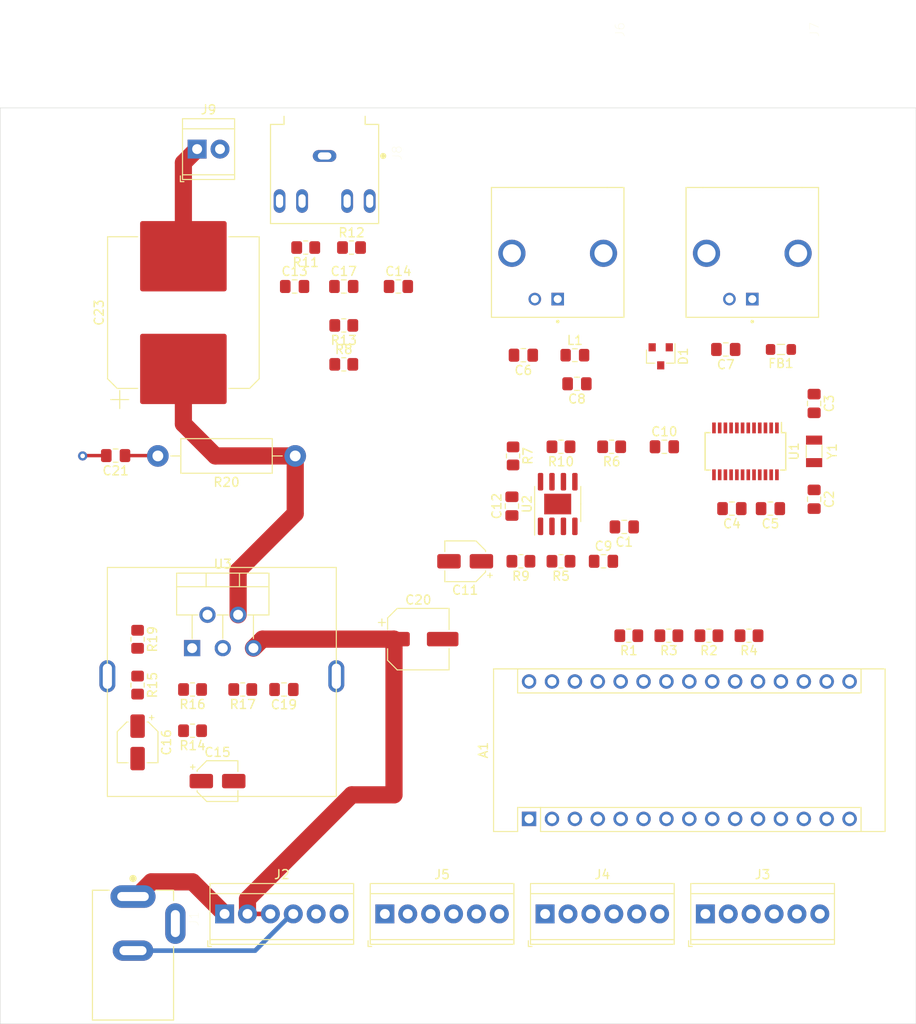
<source format=kicad_pcb>
(kicad_pcb (version 20171130) (host pcbnew 5.1.9)

  (general
    (thickness 1.6)
    (drawings 5)
    (tracks 28)
    (zones 0)
    (modules 58)
    (nets 69)
  )

  (page A4)
  (layers
    (0 F.Cu signal)
    (31 B.Cu signal)
    (32 B.Adhes user)
    (33 F.Adhes user)
    (34 B.Paste user)
    (35 F.Paste user)
    (36 B.SilkS user)
    (37 F.SilkS user)
    (38 B.Mask user)
    (39 F.Mask user)
    (40 Dwgs.User user)
    (41 Cmts.User user)
    (42 Eco1.User user)
    (43 Eco2.User user)
    (44 Edge.Cuts user)
    (45 Margin user)
    (46 B.CrtYd user)
    (47 F.CrtYd user)
    (48 B.Fab user)
    (49 F.Fab user)
  )

  (setup
    (last_trace_width 1.905)
    (user_trace_width 0.2032)
    (user_trace_width 0.381)
    (user_trace_width 0.508)
    (user_trace_width 0.8128)
    (user_trace_width 1.27)
    (user_trace_width 1.905)
    (trace_clearance 0.2032)
    (zone_clearance 0.508)
    (zone_45_only no)
    (trace_min 0.2032)
    (via_size 0.635)
    (via_drill 0.3048)
    (via_min_size 0.4064)
    (via_min_drill 0.3048)
    (user_via 0.4064 0.3048)
    (user_via 0.4826 0.3302)
    (user_via 0.5 0.4)
    (user_via 1.905 1.254)
    (uvia_size 0.3)
    (uvia_drill 0.1)
    (uvias_allowed no)
    (uvia_min_size 0.2)
    (uvia_min_drill 0.1)
    (edge_width 0.05)
    (segment_width 0.2)
    (pcb_text_width 0.3)
    (pcb_text_size 1.5 1.5)
    (mod_edge_width 0.12)
    (mod_text_size 1 1)
    (mod_text_width 0.15)
    (pad_size 1.524 1.524)
    (pad_drill 0.762)
    (pad_to_mask_clearance 0)
    (aux_axis_origin 0 0)
    (visible_elements FFFFFF7F)
    (pcbplotparams
      (layerselection 0x010fc_ffffffff)
      (usegerberextensions false)
      (usegerberattributes true)
      (usegerberadvancedattributes true)
      (creategerberjobfile true)
      (excludeedgelayer true)
      (linewidth 0.100000)
      (plotframeref false)
      (viasonmask false)
      (mode 1)
      (useauxorigin false)
      (hpglpennumber 1)
      (hpglpenspeed 20)
      (hpglpendiameter 15.000000)
      (psnegative false)
      (psa4output false)
      (plotreference true)
      (plotvalue true)
      (plotinvisibletext false)
      (padsonsilk false)
      (subtractmaskfromsilk false)
      (outputformat 1)
      (mirror false)
      (drillshape 1)
      (scaleselection 1)
      (outputdirectory ""))
  )

  (net 0 "")
  (net 1 GNDREF)
  (net 2 +5V)
  (net 3 "Net-(C1-Pad1)")
  (net 4 "Net-(C2-Pad1)")
  (net 5 "Net-(C3-Pad1)")
  (net 6 "Net-(C5-Pad1)")
  (net 7 "Net-(C6-Pad1)")
  (net 8 "Net-(C7-Pad1)")
  (net 9 "Net-(C8-Pad1)")
  (net 10 "Net-(C9-Pad1)")
  (net 11 "Net-(C10-Pad1)")
  (net 12 "Net-(D1-Pad1)")
  (net 13 "Net-(U1-Pad16)")
  (net 14 "Net-(U1-Pad11)")
  (net 15 "Net-(U1-Pad10)")
  (net 16 "Net-(U1-Pad7)")
  (net 17 "Net-(U1-Pad6)")
  (net 18 "Net-(U1-Pad5)")
  (net 19 "Net-(U1-Pad4)")
  (net 20 "Net-(U1-Pad2)")
  (net 21 "Net-(U1-Pad1)")
  (net 22 "Net-(A1-Pad16)")
  (net 23 "Net-(A1-Pad15)")
  (net 24 12V)
  (net 25 "Net-(A1-Pad14)")
  (net 26 "Net-(A1-Pad13)")
  (net 27 "Net-(A1-Pad28)")
  (net 28 "Net-(A1-Pad12)")
  (net 29 "Net-(A1-Pad11)")
  (net 30 "Net-(A1-Pad10)")
  (net 31 "Net-(A1-Pad25)")
  (net 32 "Net-(A1-Pad9)")
  (net 33 "Net-(A1-Pad24)")
  (net 34 "Net-(A1-Pad8)")
  (net 35 "Net-(A1-Pad23)")
  (net 36 "Net-(A1-Pad7)")
  (net 37 "Net-(A1-Pad22)")
  (net 38 "Net-(A1-Pad6)")
  (net 39 "Net-(A1-Pad21)")
  (net 40 "Net-(A1-Pad5)")
  (net 41 "Net-(A1-Pad20)")
  (net 42 "Net-(A1-Pad19)")
  (net 43 "Net-(A1-Pad3)")
  (net 44 "Net-(A1-Pad18)")
  (net 45 "Net-(A1-Pad2)")
  (net 46 "Net-(A1-Pad17)")
  (net 47 "Net-(A1-Pad1)")
  (net 48 "Net-(C6-Pad2)")
  (net 49 RChan)
  (net 50 LChan)
  (net 51 "Net-(C11-Pad1)")
  (net 52 "Net-(C13-Pad2)")
  (net 53 "Net-(C13-Pad1)")
  (net 54 "Net-(C14-Pad2)")
  (net 55 "Net-(C14-Pad1)")
  (net 56 "Net-(C15-Pad1)")
  (net 57 "Net-(C16-Pad1)")
  (net 58 "Net-(C17-Pad2)")
  (net 59 "Net-(C17-Pad1)")
  (net 60 "Net-(C21-Pad1)")
  (net 61 "Net-(C23-Pad2)")
  (net 62 "Net-(C23-Pad1)")
  (net 63 "Net-(R5-Pad2)")
  (net 64 "Net-(R10-Pad1)")
  (net 65 "Net-(R15-Pad1)")
  (net 66 "Net-(J1-Pad1)")
  (net 67 "Net-(J8-Pad4)")
  (net 68 "Net-(J8-Pad5)")

  (net_class Default "This is the default net class."
    (clearance 0.2032)
    (trace_width 0.2032)
    (via_dia 0.635)
    (via_drill 0.3048)
    (uvia_dia 0.3)
    (uvia_drill 0.1)
    (diff_pair_width 0.2032)
    (diff_pair_gap 0.25)
    (add_net LChan)
    (add_net "Net-(A1-Pad1)")
    (add_net "Net-(A1-Pad10)")
    (add_net "Net-(A1-Pad11)")
    (add_net "Net-(A1-Pad12)")
    (add_net "Net-(A1-Pad13)")
    (add_net "Net-(A1-Pad14)")
    (add_net "Net-(A1-Pad15)")
    (add_net "Net-(A1-Pad16)")
    (add_net "Net-(A1-Pad17)")
    (add_net "Net-(A1-Pad18)")
    (add_net "Net-(A1-Pad19)")
    (add_net "Net-(A1-Pad2)")
    (add_net "Net-(A1-Pad20)")
    (add_net "Net-(A1-Pad21)")
    (add_net "Net-(A1-Pad22)")
    (add_net "Net-(A1-Pad23)")
    (add_net "Net-(A1-Pad24)")
    (add_net "Net-(A1-Pad25)")
    (add_net "Net-(A1-Pad28)")
    (add_net "Net-(A1-Pad3)")
    (add_net "Net-(A1-Pad5)")
    (add_net "Net-(A1-Pad6)")
    (add_net "Net-(A1-Pad7)")
    (add_net "Net-(A1-Pad8)")
    (add_net "Net-(A1-Pad9)")
    (add_net "Net-(C1-Pad1)")
    (add_net "Net-(C10-Pad1)")
    (add_net "Net-(C11-Pad1)")
    (add_net "Net-(C13-Pad1)")
    (add_net "Net-(C13-Pad2)")
    (add_net "Net-(C14-Pad1)")
    (add_net "Net-(C14-Pad2)")
    (add_net "Net-(C15-Pad1)")
    (add_net "Net-(C16-Pad1)")
    (add_net "Net-(C17-Pad1)")
    (add_net "Net-(C17-Pad2)")
    (add_net "Net-(C2-Pad1)")
    (add_net "Net-(C21-Pad1)")
    (add_net "Net-(C3-Pad1)")
    (add_net "Net-(C5-Pad1)")
    (add_net "Net-(C6-Pad1)")
    (add_net "Net-(C6-Pad2)")
    (add_net "Net-(C7-Pad1)")
    (add_net "Net-(C8-Pad1)")
    (add_net "Net-(C9-Pad1)")
    (add_net "Net-(D1-Pad1)")
    (add_net "Net-(J1-Pad1)")
    (add_net "Net-(J8-Pad4)")
    (add_net "Net-(J8-Pad5)")
    (add_net "Net-(R10-Pad1)")
    (add_net "Net-(R15-Pad1)")
    (add_net "Net-(R5-Pad2)")
    (add_net "Net-(U1-Pad1)")
    (add_net "Net-(U1-Pad10)")
    (add_net "Net-(U1-Pad11)")
    (add_net "Net-(U1-Pad16)")
    (add_net "Net-(U1-Pad2)")
    (add_net "Net-(U1-Pad4)")
    (add_net "Net-(U1-Pad5)")
    (add_net "Net-(U1-Pad6)")
    (add_net "Net-(U1-Pad7)")
    (add_net RChan)
  )

  (net_class "High Power" ""
    (clearance 0.3048)
    (trace_width 0.508)
    (via_dia 1.016)
    (via_drill 0.508)
    (uvia_dia 0.3)
    (uvia_drill 0.1)
    (diff_pair_width 0.3048)
    (diff_pair_gap 0.25)
    (add_net GNDREF)
    (add_net "Net-(C23-Pad1)")
    (add_net "Net-(C23-Pad2)")
  )

  (net_class "Low Power" ""
    (clearance 0.2032)
    (trace_width 0.381)
    (via_dia 0.762)
    (via_drill 0.381)
    (uvia_dia 0.3)
    (uvia_drill 0.1)
    (diff_pair_width 0.381)
    (diff_pair_gap 0.25)
    (add_net +5V)
    (add_net 12V)
  )

  (module "Arduino controlled radio:AAVID_590302B03600G" (layer F.Cu) (tedit 60426306) (tstamp 6046F7C8)
    (at 104.343 102.286)
    (fp_text reference REF** (at 0 0.5) (layer F.SilkS) hide
      (effects (font (size 1 1) (thickness 0.15)))
    )
    (fp_text value AAVID_590302B03600G (at 0 -0.5) (layer F.Fab) hide
      (effects (font (size 1 1) (thickness 0.15)))
    )
    (fp_line (start -12.7 12.7) (end -12.7 -12.7) (layer F.SilkS) (width 0.12))
    (fp_line (start -12.7 -12.7) (end 12.7 -12.7) (layer F.SilkS) (width 0.12))
    (fp_line (start 12.7 -12.7) (end 12.7 12.7) (layer F.SilkS) (width 0.12))
    (fp_line (start 12.7 12.7) (end -12.7 12.7) (layer F.SilkS) (width 0.12))
    (pad 2 thru_hole oval (at 12.7 -0.635) (size 1.778 3.556) (drill oval 1.016 2.794) (layers *.Cu *.Mask))
    (pad 1 thru_hole oval (at -12.7 -0.635) (size 1.778 3.556) (drill oval 1.016 2.794) (layers *.Cu *.Mask))
  )

  (module "Arduino controlled radio:CUI_SJ1-3525NG" (layer F.Cu) (tedit 604059FD) (tstamp 6042263E)
    (at 115.744 43.942 270)
    (path /6074E751/6046DF5D)
    (fp_text reference J8 (at -0.32531 -8.04283 90) (layer F.SilkS)
      (effects (font (size 1.000976 1.000976) (thickness 0.015)))
    )
    (fp_text value SJ1-3525NG (at 5.4007 7.65013 90) (layer F.Fab)
      (effects (font (size 1.001984 1.001984) (thickness 0.015)))
    )
    (fp_circle (center 0 -6.5) (end 0.17 -6.5) (layer F.SilkS) (width 0.34))
    (fp_line (start -4.4 4.5) (end -3.5 4.5) (layer F.SilkS) (width 0.127))
    (fp_line (start -3.5 4.5) (end -3.5 6) (layer F.SilkS) (width 0.127))
    (fp_line (start -3.5 -4.5) (end -4.4 -4.5) (layer F.SilkS) (width 0.127))
    (fp_line (start -3.5 -6) (end -3.5 -4.5) (layer F.SilkS) (width 0.127))
    (fp_line (start -3.5 4.5) (end -3.5 6) (layer F.Fab) (width 0.127))
    (fp_line (start -4.5 4.5) (end -3.5 4.5) (layer F.Fab) (width 0.127))
    (fp_line (start -4.5 2) (end -4.5 4.5) (layer F.Fab) (width 0.127))
    (fp_line (start -3.3 2) (end -4.5 2) (layer F.Fab) (width 0.127))
    (fp_line (start -3.3 -2) (end -3.3 2) (layer F.Fab) (width 0.127))
    (fp_line (start -4.5 -2) (end -3.3 -2) (layer F.Fab) (width 0.127))
    (fp_line (start -4.5 -4.5) (end -4.5 -2) (layer F.Fab) (width 0.127))
    (fp_line (start -3.5 -4.5) (end -4.5 -4.5) (layer F.Fab) (width 0.127))
    (fp_line (start -3.5 -6) (end -3.5 -4.5) (layer F.Fab) (width 0.127))
    (fp_line (start 7.5 6) (end -3.5 6) (layer F.Fab) (width 0.127))
    (fp_line (start 7.5 -6) (end 7.5 6) (layer F.Fab) (width 0.127))
    (fp_line (start 7.5 -6) (end -3.5 -6) (layer F.Fab) (width 0.127))
    (fp_line (start -4.75 -6.25) (end 7.75 -6.25) (layer F.CrtYd) (width 0.05))
    (fp_line (start -4.75 6.25) (end -4.75 -6.25) (layer F.CrtYd) (width 0.05))
    (fp_line (start 7.75 6.25) (end -4.75 6.25) (layer F.CrtYd) (width 0.05))
    (fp_line (start 7.75 -6.25) (end 7.75 6.25) (layer F.CrtYd) (width 0.05))
    (fp_line (start 7.5 -6) (end -3.5 -6) (layer F.SilkS) (width 0.127))
    (fp_line (start 7.5 6) (end -3.5 6) (layer F.SilkS) (width 0.127))
    (fp_line (start 7.5 -6) (end 7.5 6) (layer F.SilkS) (width 0.127))
    (fp_line (start -4.5 2) (end -4.5 6) (layer Edge.Cuts) (width 0.0001))
    (fp_line (start -3.3 2) (end -4.5 2) (layer Edge.Cuts) (width 0.0001))
    (fp_line (start -3.3 -2) (end -3.3 2) (layer Edge.Cuts) (width 0.0001))
    (fp_line (start -4.5 -2) (end -3.3 -2) (layer Edge.Cuts) (width 0.0001))
    (fp_line (start -4.5 -6) (end -4.5 -2) (layer Edge.Cuts) (width 0.0001))
    (fp_text user PCB~edge (at -7.7 0.428 90) (layer Dwgs.User)
      (effects (font (size 0.801583 0.801583) (thickness 0.015)))
    )
    (pad 1 thru_hole oval (at 0 0 270) (size 1.308 2.616) (drill oval 0.8 1.5) (layers *.Cu *.Mask)
      (net 1 GNDREF))
    (pad 2 thru_hole oval (at 5 5 270) (size 2.616 1.308) (drill oval 1.5 0.8) (layers *.Cu *.Mask)
      (net 53 "Net-(C13-Pad1)"))
    (pad 4 thru_hole oval (at 5 2.5 270) (size 2.616 1.308) (drill oval 1.5 0.8) (layers *.Cu *.Mask)
      (net 67 "Net-(J8-Pad4)"))
    (pad 5 thru_hole oval (at 5 -2.5 270) (size 2.616 1.308) (drill oval 1.5 0.8) (layers *.Cu *.Mask)
      (net 68 "Net-(J8-Pad5)"))
    (pad 3 thru_hole oval (at 5 -5 270) (size 2.616 1.308) (drill oval 1.5 0.8) (layers *.Cu *.Mask)
      (net 55 "Net-(C14-Pad1)"))
    (pad None np_thru_hole circle (at -2.5 -5 270) (size 1.2 1.2) (drill 1.2) (layers *.Cu *.Mask))
    (pad None np_thru_hole circle (at 0 -5 270) (size 1.2 1.2) (drill 1.2) (layers *.Cu *.Mask))
    (pad None np_thru_hole circle (at 5 0 270) (size 1.2 1.2) (drill 1.2) (layers *.Cu *.Mask))
    (pad None np_thru_hole circle (at -2.5 5 270) (size 1.2 1.2) (drill 1.2) (layers *.Cu *.Mask))
    (pad None np_thru_hole circle (at 0 5 270) (size 1.2 1.2) (drill 1.2) (layers *.Cu *.Mask))
  )

  (module TerminalBlock_TE-Connectivity:TerminalBlock_TE_282834-2_1x02_P2.54mm_Horizontal (layer F.Cu) (tedit 5B1EC513) (tstamp 60419B10)
    (at 101.6 43.18)
    (descr "Terminal Block TE 282834-2, 2 pins, pitch 2.54mm, size 5.54x6.5mm^2, drill diamater 1.1mm, pad diameter 2.1mm, see http://www.te.com/commerce/DocumentDelivery/DDEController?Action=showdoc&DocId=Customer+Drawing%7F282834%7FC1%7Fpdf%7FEnglish%7FENG_CD_282834_C1.pdf, script-generated using https://github.com/pointhi/kicad-footprint-generator/scripts/TerminalBlock_TE-Connectivity")
    (tags "THT Terminal Block TE 282834-2 pitch 2.54mm size 5.54x6.5mm^2 drill 1.1mm pad 2.1mm")
    (path /6074E751/607E1A94)
    (fp_text reference J9 (at 1.27 -4.37) (layer F.SilkS)
      (effects (font (size 1 1) (thickness 0.15)))
    )
    (fp_text value Screw_Terminal_01x02 (at 1.27 4.37) (layer F.Fab)
      (effects (font (size 1 1) (thickness 0.15)))
    )
    (fp_line (start 4.54 -3.75) (end -2 -3.75) (layer F.CrtYd) (width 0.05))
    (fp_line (start 4.54 3.75) (end 4.54 -3.75) (layer F.CrtYd) (width 0.05))
    (fp_line (start -2 3.75) (end 4.54 3.75) (layer F.CrtYd) (width 0.05))
    (fp_line (start -2 -3.75) (end -2 3.75) (layer F.CrtYd) (width 0.05))
    (fp_line (start -1.86 3.61) (end -1.46 3.61) (layer F.SilkS) (width 0.12))
    (fp_line (start -1.86 2.97) (end -1.86 3.61) (layer F.SilkS) (width 0.12))
    (fp_line (start 3.241 -0.835) (end 1.706 0.7) (layer F.Fab) (width 0.1))
    (fp_line (start 3.375 -0.7) (end 1.84 0.835) (layer F.Fab) (width 0.1))
    (fp_line (start 0.701 -0.835) (end -0.835 0.7) (layer F.Fab) (width 0.1))
    (fp_line (start 0.835 -0.7) (end -0.701 0.835) (layer F.Fab) (width 0.1))
    (fp_line (start 4.16 -3.37) (end 4.16 3.37) (layer F.SilkS) (width 0.12))
    (fp_line (start -1.62 -3.37) (end -1.62 3.37) (layer F.SilkS) (width 0.12))
    (fp_line (start -1.62 3.37) (end 4.16 3.37) (layer F.SilkS) (width 0.12))
    (fp_line (start -1.62 -3.37) (end 4.16 -3.37) (layer F.SilkS) (width 0.12))
    (fp_line (start -1.62 -2.25) (end 4.16 -2.25) (layer F.SilkS) (width 0.12))
    (fp_line (start -1.5 -2.25) (end 4.04 -2.25) (layer F.Fab) (width 0.1))
    (fp_line (start -1.62 2.85) (end 4.16 2.85) (layer F.SilkS) (width 0.12))
    (fp_line (start -1.5 2.85) (end 4.04 2.85) (layer F.Fab) (width 0.1))
    (fp_line (start -1.5 2.85) (end -1.5 -3.25) (layer F.Fab) (width 0.1))
    (fp_line (start -1.1 3.25) (end -1.5 2.85) (layer F.Fab) (width 0.1))
    (fp_line (start 4.04 3.25) (end -1.1 3.25) (layer F.Fab) (width 0.1))
    (fp_line (start 4.04 -3.25) (end 4.04 3.25) (layer F.Fab) (width 0.1))
    (fp_line (start -1.5 -3.25) (end 4.04 -3.25) (layer F.Fab) (width 0.1))
    (fp_circle (center 2.54 0) (end 3.64 0) (layer F.Fab) (width 0.1))
    (fp_circle (center 0 0) (end 1.1 0) (layer F.Fab) (width 0.1))
    (fp_text user %R (at 1.27 2) (layer F.Fab)
      (effects (font (size 1 1) (thickness 0.15)))
    )
    (pad 2 thru_hole circle (at 2.54 0) (size 2.1 2.1) (drill 1.1) (layers *.Cu *.Mask)
      (net 1 GNDREF))
    (pad 1 thru_hole rect (at 0 0) (size 2.1 2.1) (drill 1.1) (layers *.Cu *.Mask)
      (net 61 "Net-(C23-Pad2)"))
    (model ${KISYS3DMOD}/TerminalBlock_TE-Connectivity.3dshapes/TerminalBlock_TE_282834-2_1x02_P2.54mm_Horizontal.wrl
      (at (xyz 0 0 0))
      (scale (xyz 1 1 1))
      (rotate (xyz 0 0 0))
    )
  )

  (module TerminalBlock_TE-Connectivity:TerminalBlock_TE_282834-6_1x06_P2.54mm_Horizontal (layer F.Cu) (tedit 5B1EC513) (tstamp 603EA561)
    (at 122.428 128.016)
    (descr "Terminal Block TE 282834-6, 6 pins, pitch 2.54mm, size 15.7x6.5mm^2, drill diamater 1.1mm, pad diameter 2.1mm, see http://www.te.com/commerce/DocumentDelivery/DDEController?Action=showdoc&DocId=Customer+Drawing%7F282834%7FC1%7Fpdf%7FEnglish%7FENG_CD_282834_C1.pdf, script-generated using https://github.com/pointhi/kicad-footprint-generator/scripts/TerminalBlock_TE-Connectivity")
    (tags "THT Terminal Block TE 282834-6 pitch 2.54mm size 15.7x6.5mm^2 drill 1.1mm pad 2.1mm")
    (path /605085BA)
    (fp_text reference J5 (at 6.35 -4.37) (layer F.SilkS)
      (effects (font (size 1 1) (thickness 0.15)))
    )
    (fp_text value Screw_Terminal_01x06 (at 6.35 4.37) (layer F.Fab)
      (effects (font (size 1 1) (thickness 0.15)))
    )
    (fp_line (start 14.7 -3.75) (end -2 -3.75) (layer F.CrtYd) (width 0.05))
    (fp_line (start 14.7 3.75) (end 14.7 -3.75) (layer F.CrtYd) (width 0.05))
    (fp_line (start -2 3.75) (end 14.7 3.75) (layer F.CrtYd) (width 0.05))
    (fp_line (start -2 -3.75) (end -2 3.75) (layer F.CrtYd) (width 0.05))
    (fp_line (start -1.86 3.61) (end -1.46 3.61) (layer F.SilkS) (width 0.12))
    (fp_line (start -1.86 2.97) (end -1.86 3.61) (layer F.SilkS) (width 0.12))
    (fp_line (start 13.401 -0.835) (end 11.866 0.7) (layer F.Fab) (width 0.1))
    (fp_line (start 13.535 -0.7) (end 12 0.835) (layer F.Fab) (width 0.1))
    (fp_line (start 10.861 -0.835) (end 9.326 0.7) (layer F.Fab) (width 0.1))
    (fp_line (start 10.995 -0.7) (end 9.46 0.835) (layer F.Fab) (width 0.1))
    (fp_line (start 8.321 -0.835) (end 6.786 0.7) (layer F.Fab) (width 0.1))
    (fp_line (start 8.455 -0.7) (end 6.92 0.835) (layer F.Fab) (width 0.1))
    (fp_line (start 5.781 -0.835) (end 4.246 0.7) (layer F.Fab) (width 0.1))
    (fp_line (start 5.915 -0.7) (end 4.38 0.835) (layer F.Fab) (width 0.1))
    (fp_line (start 3.241 -0.835) (end 1.706 0.7) (layer F.Fab) (width 0.1))
    (fp_line (start 3.375 -0.7) (end 1.84 0.835) (layer F.Fab) (width 0.1))
    (fp_line (start 0.701 -0.835) (end -0.835 0.7) (layer F.Fab) (width 0.1))
    (fp_line (start 0.835 -0.7) (end -0.701 0.835) (layer F.Fab) (width 0.1))
    (fp_line (start 14.32 -3.37) (end 14.32 3.37) (layer F.SilkS) (width 0.12))
    (fp_line (start -1.62 -3.37) (end -1.62 3.37) (layer F.SilkS) (width 0.12))
    (fp_line (start -1.62 3.37) (end 14.32 3.37) (layer F.SilkS) (width 0.12))
    (fp_line (start -1.62 -3.37) (end 14.32 -3.37) (layer F.SilkS) (width 0.12))
    (fp_line (start -1.62 -2.25) (end 14.32 -2.25) (layer F.SilkS) (width 0.12))
    (fp_line (start -1.5 -2.25) (end 14.2 -2.25) (layer F.Fab) (width 0.1))
    (fp_line (start -1.62 2.85) (end 14.32 2.85) (layer F.SilkS) (width 0.12))
    (fp_line (start -1.5 2.85) (end 14.2 2.85) (layer F.Fab) (width 0.1))
    (fp_line (start -1.5 2.85) (end -1.5 -3.25) (layer F.Fab) (width 0.1))
    (fp_line (start -1.1 3.25) (end -1.5 2.85) (layer F.Fab) (width 0.1))
    (fp_line (start 14.2 3.25) (end -1.1 3.25) (layer F.Fab) (width 0.1))
    (fp_line (start 14.2 -3.25) (end 14.2 3.25) (layer F.Fab) (width 0.1))
    (fp_line (start -1.5 -3.25) (end 14.2 -3.25) (layer F.Fab) (width 0.1))
    (fp_circle (center 12.7 0) (end 13.8 0) (layer F.Fab) (width 0.1))
    (fp_circle (center 10.16 0) (end 11.26 0) (layer F.Fab) (width 0.1))
    (fp_circle (center 7.62 0) (end 8.72 0) (layer F.Fab) (width 0.1))
    (fp_circle (center 5.08 0) (end 6.18 0) (layer F.Fab) (width 0.1))
    (fp_circle (center 2.54 0) (end 3.64 0) (layer F.Fab) (width 0.1))
    (fp_circle (center 0 0) (end 1.1 0) (layer F.Fab) (width 0.1))
    (fp_text user %R (at 6.35 2) (layer F.Fab)
      (effects (font (size 1 1) (thickness 0.15)))
    )
    (pad 6 thru_hole circle (at 12.7 0) (size 2.1 2.1) (drill 1.1) (layers *.Cu *.Mask)
      (net 1 GNDREF))
    (pad 5 thru_hole circle (at 10.16 0) (size 2.1 2.1) (drill 1.1) (layers *.Cu *.Mask)
      (net 39 "Net-(A1-Pad21)"))
    (pad 4 thru_hole circle (at 7.62 0) (size 2.1 2.1) (drill 1.1) (layers *.Cu *.Mask)
      (net 2 +5V))
    (pad 3 thru_hole circle (at 5.08 0) (size 2.1 2.1) (drill 1.1) (layers *.Cu *.Mask)
      (net 1 GNDREF))
    (pad 2 thru_hole circle (at 2.54 0) (size 2.1 2.1) (drill 1.1) (layers *.Cu *.Mask)
      (net 37 "Net-(A1-Pad22)"))
    (pad 1 thru_hole rect (at 0 0) (size 2.1 2.1) (drill 1.1) (layers *.Cu *.Mask)
      (net 2 +5V))
    (model ${KISYS3DMOD}/TerminalBlock_TE-Connectivity.3dshapes/TerminalBlock_TE_282834-6_1x06_P2.54mm_Horizontal.wrl
      (at (xyz 0 0 0))
      (scale (xyz 1 1 1))
      (rotate (xyz 0 0 0))
    )
  )

  (module TerminalBlock_TE-Connectivity:TerminalBlock_TE_282834-6_1x06_P2.54mm_Horizontal (layer F.Cu) (tedit 5B1EC513) (tstamp 60456744)
    (at 140.208 128.016)
    (descr "Terminal Block TE 282834-6, 6 pins, pitch 2.54mm, size 15.7x6.5mm^2, drill diamater 1.1mm, pad diameter 2.1mm, see http://www.te.com/commerce/DocumentDelivery/DDEController?Action=showdoc&DocId=Customer+Drawing%7F282834%7FC1%7Fpdf%7FEnglish%7FENG_CD_282834_C1.pdf, script-generated using https://github.com/pointhi/kicad-footprint-generator/scripts/TerminalBlock_TE-Connectivity")
    (tags "THT Terminal Block TE 282834-6 pitch 2.54mm size 15.7x6.5mm^2 drill 1.1mm pad 2.1mm")
    (path /603957B8)
    (fp_text reference J4 (at 6.35 -4.37) (layer F.SilkS)
      (effects (font (size 1 1) (thickness 0.15)))
    )
    (fp_text value Screw_Terminal_01x06 (at 6.35 4.37) (layer F.Fab)
      (effects (font (size 1 1) (thickness 0.15)))
    )
    (fp_line (start 14.7 -3.75) (end -2 -3.75) (layer F.CrtYd) (width 0.05))
    (fp_line (start 14.7 3.75) (end 14.7 -3.75) (layer F.CrtYd) (width 0.05))
    (fp_line (start -2 3.75) (end 14.7 3.75) (layer F.CrtYd) (width 0.05))
    (fp_line (start -2 -3.75) (end -2 3.75) (layer F.CrtYd) (width 0.05))
    (fp_line (start -1.86 3.61) (end -1.46 3.61) (layer F.SilkS) (width 0.12))
    (fp_line (start -1.86 2.97) (end -1.86 3.61) (layer F.SilkS) (width 0.12))
    (fp_line (start 13.401 -0.835) (end 11.866 0.7) (layer F.Fab) (width 0.1))
    (fp_line (start 13.535 -0.7) (end 12 0.835) (layer F.Fab) (width 0.1))
    (fp_line (start 10.861 -0.835) (end 9.326 0.7) (layer F.Fab) (width 0.1))
    (fp_line (start 10.995 -0.7) (end 9.46 0.835) (layer F.Fab) (width 0.1))
    (fp_line (start 8.321 -0.835) (end 6.786 0.7) (layer F.Fab) (width 0.1))
    (fp_line (start 8.455 -0.7) (end 6.92 0.835) (layer F.Fab) (width 0.1))
    (fp_line (start 5.781 -0.835) (end 4.246 0.7) (layer F.Fab) (width 0.1))
    (fp_line (start 5.915 -0.7) (end 4.38 0.835) (layer F.Fab) (width 0.1))
    (fp_line (start 3.241 -0.835) (end 1.706 0.7) (layer F.Fab) (width 0.1))
    (fp_line (start 3.375 -0.7) (end 1.84 0.835) (layer F.Fab) (width 0.1))
    (fp_line (start 0.701 -0.835) (end -0.835 0.7) (layer F.Fab) (width 0.1))
    (fp_line (start 0.835 -0.7) (end -0.701 0.835) (layer F.Fab) (width 0.1))
    (fp_line (start 14.32 -3.37) (end 14.32 3.37) (layer F.SilkS) (width 0.12))
    (fp_line (start -1.62 -3.37) (end -1.62 3.37) (layer F.SilkS) (width 0.12))
    (fp_line (start -1.62 3.37) (end 14.32 3.37) (layer F.SilkS) (width 0.12))
    (fp_line (start -1.62 -3.37) (end 14.32 -3.37) (layer F.SilkS) (width 0.12))
    (fp_line (start -1.62 -2.25) (end 14.32 -2.25) (layer F.SilkS) (width 0.12))
    (fp_line (start -1.5 -2.25) (end 14.2 -2.25) (layer F.Fab) (width 0.1))
    (fp_line (start -1.62 2.85) (end 14.32 2.85) (layer F.SilkS) (width 0.12))
    (fp_line (start -1.5 2.85) (end 14.2 2.85) (layer F.Fab) (width 0.1))
    (fp_line (start -1.5 2.85) (end -1.5 -3.25) (layer F.Fab) (width 0.1))
    (fp_line (start -1.1 3.25) (end -1.5 2.85) (layer F.Fab) (width 0.1))
    (fp_line (start 14.2 3.25) (end -1.1 3.25) (layer F.Fab) (width 0.1))
    (fp_line (start 14.2 -3.25) (end 14.2 3.25) (layer F.Fab) (width 0.1))
    (fp_line (start -1.5 -3.25) (end 14.2 -3.25) (layer F.Fab) (width 0.1))
    (fp_circle (center 12.7 0) (end 13.8 0) (layer F.Fab) (width 0.1))
    (fp_circle (center 10.16 0) (end 11.26 0) (layer F.Fab) (width 0.1))
    (fp_circle (center 7.62 0) (end 8.72 0) (layer F.Fab) (width 0.1))
    (fp_circle (center 5.08 0) (end 6.18 0) (layer F.Fab) (width 0.1))
    (fp_circle (center 2.54 0) (end 3.64 0) (layer F.Fab) (width 0.1))
    (fp_circle (center 0 0) (end 1.1 0) (layer F.Fab) (width 0.1))
    (fp_text user %R (at 6.35 2) (layer F.Fab)
      (effects (font (size 1 1) (thickness 0.15)))
    )
    (pad 6 thru_hole circle (at 12.7 0) (size 2.1 2.1) (drill 1.1) (layers *.Cu *.Mask)
      (net 1 GNDREF))
    (pad 5 thru_hole circle (at 10.16 0) (size 2.1 2.1) (drill 1.1) (layers *.Cu *.Mask)
      (net 1 GNDREF))
    (pad 4 thru_hole circle (at 7.62 0) (size 2.1 2.1) (drill 1.1) (layers *.Cu *.Mask)
      (net 31 "Net-(A1-Pad25)"))
    (pad 3 thru_hole circle (at 5.08 0) (size 2.1 2.1) (drill 1.1) (layers *.Cu *.Mask)
      (net 2 +5V))
    (pad 2 thru_hole circle (at 2.54 0) (size 2.1 2.1) (drill 1.1) (layers *.Cu *.Mask)
      (net 1 GNDREF))
    (pad 1 thru_hole rect (at 0 0) (size 2.1 2.1) (drill 1.1) (layers *.Cu *.Mask)
      (net 22 "Net-(A1-Pad16)"))
    (model ${KISYS3DMOD}/TerminalBlock_TE-Connectivity.3dshapes/TerminalBlock_TE_282834-6_1x06_P2.54mm_Horizontal.wrl
      (at (xyz 0 0 0))
      (scale (xyz 1 1 1))
      (rotate (xyz 0 0 0))
    )
  )

  (module TerminalBlock_TE-Connectivity:TerminalBlock_TE_282834-6_1x06_P2.54mm_Horizontal (layer F.Cu) (tedit 5B1EC513) (tstamp 6045663F)
    (at 157.988 128.016)
    (descr "Terminal Block TE 282834-6, 6 pins, pitch 2.54mm, size 15.7x6.5mm^2, drill diamater 1.1mm, pad diameter 2.1mm, see http://www.te.com/commerce/DocumentDelivery/DDEController?Action=showdoc&DocId=Customer+Drawing%7F282834%7FC1%7Fpdf%7FEnglish%7FENG_CD_282834_C1.pdf, script-generated using https://github.com/pointhi/kicad-footprint-generator/scripts/TerminalBlock_TE-Connectivity")
    (tags "THT Terminal Block TE 282834-6 pitch 2.54mm size 15.7x6.5mm^2 drill 1.1mm pad 2.1mm")
    (path /6040539B)
    (fp_text reference J3 (at 6.35 -4.37) (layer F.SilkS)
      (effects (font (size 1 1) (thickness 0.15)))
    )
    (fp_text value Screw_Terminal_01x06 (at 6.35 4.37) (layer F.Fab)
      (effects (font (size 1 1) (thickness 0.15)))
    )
    (fp_line (start 14.7 -3.75) (end -2 -3.75) (layer F.CrtYd) (width 0.05))
    (fp_line (start 14.7 3.75) (end 14.7 -3.75) (layer F.CrtYd) (width 0.05))
    (fp_line (start -2 3.75) (end 14.7 3.75) (layer F.CrtYd) (width 0.05))
    (fp_line (start -2 -3.75) (end -2 3.75) (layer F.CrtYd) (width 0.05))
    (fp_line (start -1.86 3.61) (end -1.46 3.61) (layer F.SilkS) (width 0.12))
    (fp_line (start -1.86 2.97) (end -1.86 3.61) (layer F.SilkS) (width 0.12))
    (fp_line (start 13.401 -0.835) (end 11.866 0.7) (layer F.Fab) (width 0.1))
    (fp_line (start 13.535 -0.7) (end 12 0.835) (layer F.Fab) (width 0.1))
    (fp_line (start 10.861 -0.835) (end 9.326 0.7) (layer F.Fab) (width 0.1))
    (fp_line (start 10.995 -0.7) (end 9.46 0.835) (layer F.Fab) (width 0.1))
    (fp_line (start 8.321 -0.835) (end 6.786 0.7) (layer F.Fab) (width 0.1))
    (fp_line (start 8.455 -0.7) (end 6.92 0.835) (layer F.Fab) (width 0.1))
    (fp_line (start 5.781 -0.835) (end 4.246 0.7) (layer F.Fab) (width 0.1))
    (fp_line (start 5.915 -0.7) (end 4.38 0.835) (layer F.Fab) (width 0.1))
    (fp_line (start 3.241 -0.835) (end 1.706 0.7) (layer F.Fab) (width 0.1))
    (fp_line (start 3.375 -0.7) (end 1.84 0.835) (layer F.Fab) (width 0.1))
    (fp_line (start 0.701 -0.835) (end -0.835 0.7) (layer F.Fab) (width 0.1))
    (fp_line (start 0.835 -0.7) (end -0.701 0.835) (layer F.Fab) (width 0.1))
    (fp_line (start 14.32 -3.37) (end 14.32 3.37) (layer F.SilkS) (width 0.12))
    (fp_line (start -1.62 -3.37) (end -1.62 3.37) (layer F.SilkS) (width 0.12))
    (fp_line (start -1.62 3.37) (end 14.32 3.37) (layer F.SilkS) (width 0.12))
    (fp_line (start -1.62 -3.37) (end 14.32 -3.37) (layer F.SilkS) (width 0.12))
    (fp_line (start -1.62 -2.25) (end 14.32 -2.25) (layer F.SilkS) (width 0.12))
    (fp_line (start -1.5 -2.25) (end 14.2 -2.25) (layer F.Fab) (width 0.1))
    (fp_line (start -1.62 2.85) (end 14.32 2.85) (layer F.SilkS) (width 0.12))
    (fp_line (start -1.5 2.85) (end 14.2 2.85) (layer F.Fab) (width 0.1))
    (fp_line (start -1.5 2.85) (end -1.5 -3.25) (layer F.Fab) (width 0.1))
    (fp_line (start -1.1 3.25) (end -1.5 2.85) (layer F.Fab) (width 0.1))
    (fp_line (start 14.2 3.25) (end -1.1 3.25) (layer F.Fab) (width 0.1))
    (fp_line (start 14.2 -3.25) (end 14.2 3.25) (layer F.Fab) (width 0.1))
    (fp_line (start -1.5 -3.25) (end 14.2 -3.25) (layer F.Fab) (width 0.1))
    (fp_circle (center 12.7 0) (end 13.8 0) (layer F.Fab) (width 0.1))
    (fp_circle (center 10.16 0) (end 11.26 0) (layer F.Fab) (width 0.1))
    (fp_circle (center 7.62 0) (end 8.72 0) (layer F.Fab) (width 0.1))
    (fp_circle (center 5.08 0) (end 6.18 0) (layer F.Fab) (width 0.1))
    (fp_circle (center 2.54 0) (end 3.64 0) (layer F.Fab) (width 0.1))
    (fp_circle (center 0 0) (end 1.1 0) (layer F.Fab) (width 0.1))
    (fp_text user %R (at 6.35 2) (layer F.Fab)
      (effects (font (size 1 1) (thickness 0.15)))
    )
    (pad 6 thru_hole circle (at 12.7 0) (size 2.1 2.1) (drill 1.1) (layers *.Cu *.Mask)
      (net 1 GNDREF))
    (pad 5 thru_hole circle (at 10.16 0) (size 2.1 2.1) (drill 1.1) (layers *.Cu *.Mask)
      (net 25 "Net-(A1-Pad14)"))
    (pad 4 thru_hole circle (at 7.62 0) (size 2.1 2.1) (drill 1.1) (layers *.Cu *.Mask)
      (net 26 "Net-(A1-Pad13)"))
    (pad 3 thru_hole circle (at 5.08 0) (size 2.1 2.1) (drill 1.1) (layers *.Cu *.Mask)
      (net 28 "Net-(A1-Pad12)"))
    (pad 2 thru_hole circle (at 2.54 0) (size 2.1 2.1) (drill 1.1) (layers *.Cu *.Mask)
      (net 29 "Net-(A1-Pad11)"))
    (pad 1 thru_hole rect (at 0 0) (size 2.1 2.1) (drill 1.1) (layers *.Cu *.Mask)
      (net 30 "Net-(A1-Pad10)"))
    (model ${KISYS3DMOD}/TerminalBlock_TE-Connectivity.3dshapes/TerminalBlock_TE_282834-6_1x06_P2.54mm_Horizontal.wrl
      (at (xyz 0 0 0))
      (scale (xyz 1 1 1))
      (rotate (xyz 0 0 0))
    )
  )

  (module TerminalBlock_TE-Connectivity:TerminalBlock_TE_282834-6_1x06_P2.54mm_Horizontal (layer F.Cu) (tedit 5B1EC513) (tstamp 604469A4)
    (at 104.648 128.016)
    (descr "Terminal Block TE 282834-6, 6 pins, pitch 2.54mm, size 15.7x6.5mm^2, drill diamater 1.1mm, pad diameter 2.1mm, see http://www.te.com/commerce/DocumentDelivery/DDEController?Action=showdoc&DocId=Customer+Drawing%7F282834%7FC1%7Fpdf%7FEnglish%7FENG_CD_282834_C1.pdf, script-generated using https://github.com/pointhi/kicad-footprint-generator/scripts/TerminalBlock_TE-Connectivity")
    (tags "THT Terminal Block TE 282834-6 pitch 2.54mm size 15.7x6.5mm^2 drill 1.1mm pad 2.1mm")
    (path /6045555B)
    (fp_text reference J2 (at 6.35 -4.37) (layer F.SilkS)
      (effects (font (size 1 1) (thickness 0.15)))
    )
    (fp_text value Screw_Terminal_01x06 (at 6.35 4.37) (layer F.Fab)
      (effects (font (size 1 1) (thickness 0.15)))
    )
    (fp_line (start 14.7 -3.75) (end -2 -3.75) (layer F.CrtYd) (width 0.05))
    (fp_line (start 14.7 3.75) (end 14.7 -3.75) (layer F.CrtYd) (width 0.05))
    (fp_line (start -2 3.75) (end 14.7 3.75) (layer F.CrtYd) (width 0.05))
    (fp_line (start -2 -3.75) (end -2 3.75) (layer F.CrtYd) (width 0.05))
    (fp_line (start -1.86 3.61) (end -1.46 3.61) (layer F.SilkS) (width 0.12))
    (fp_line (start -1.86 2.97) (end -1.86 3.61) (layer F.SilkS) (width 0.12))
    (fp_line (start 13.401 -0.835) (end 11.866 0.7) (layer F.Fab) (width 0.1))
    (fp_line (start 13.535 -0.7) (end 12 0.835) (layer F.Fab) (width 0.1))
    (fp_line (start 10.861 -0.835) (end 9.326 0.7) (layer F.Fab) (width 0.1))
    (fp_line (start 10.995 -0.7) (end 9.46 0.835) (layer F.Fab) (width 0.1))
    (fp_line (start 8.321 -0.835) (end 6.786 0.7) (layer F.Fab) (width 0.1))
    (fp_line (start 8.455 -0.7) (end 6.92 0.835) (layer F.Fab) (width 0.1))
    (fp_line (start 5.781 -0.835) (end 4.246 0.7) (layer F.Fab) (width 0.1))
    (fp_line (start 5.915 -0.7) (end 4.38 0.835) (layer F.Fab) (width 0.1))
    (fp_line (start 3.241 -0.835) (end 1.706 0.7) (layer F.Fab) (width 0.1))
    (fp_line (start 3.375 -0.7) (end 1.84 0.835) (layer F.Fab) (width 0.1))
    (fp_line (start 0.701 -0.835) (end -0.835 0.7) (layer F.Fab) (width 0.1))
    (fp_line (start 0.835 -0.7) (end -0.701 0.835) (layer F.Fab) (width 0.1))
    (fp_line (start 14.32 -3.37) (end 14.32 3.37) (layer F.SilkS) (width 0.12))
    (fp_line (start -1.62 -3.37) (end -1.62 3.37) (layer F.SilkS) (width 0.12))
    (fp_line (start -1.62 3.37) (end 14.32 3.37) (layer F.SilkS) (width 0.12))
    (fp_line (start -1.62 -3.37) (end 14.32 -3.37) (layer F.SilkS) (width 0.12))
    (fp_line (start -1.62 -2.25) (end 14.32 -2.25) (layer F.SilkS) (width 0.12))
    (fp_line (start -1.5 -2.25) (end 14.2 -2.25) (layer F.Fab) (width 0.1))
    (fp_line (start -1.62 2.85) (end 14.32 2.85) (layer F.SilkS) (width 0.12))
    (fp_line (start -1.5 2.85) (end 14.2 2.85) (layer F.Fab) (width 0.1))
    (fp_line (start -1.5 2.85) (end -1.5 -3.25) (layer F.Fab) (width 0.1))
    (fp_line (start -1.1 3.25) (end -1.5 2.85) (layer F.Fab) (width 0.1))
    (fp_line (start 14.2 3.25) (end -1.1 3.25) (layer F.Fab) (width 0.1))
    (fp_line (start 14.2 -3.25) (end 14.2 3.25) (layer F.Fab) (width 0.1))
    (fp_line (start -1.5 -3.25) (end 14.2 -3.25) (layer F.Fab) (width 0.1))
    (fp_circle (center 12.7 0) (end 13.8 0) (layer F.Fab) (width 0.1))
    (fp_circle (center 10.16 0) (end 11.26 0) (layer F.Fab) (width 0.1))
    (fp_circle (center 7.62 0) (end 8.72 0) (layer F.Fab) (width 0.1))
    (fp_circle (center 5.08 0) (end 6.18 0) (layer F.Fab) (width 0.1))
    (fp_circle (center 2.54 0) (end 3.64 0) (layer F.Fab) (width 0.1))
    (fp_circle (center 0 0) (end 1.1 0) (layer F.Fab) (width 0.1))
    (fp_text user %R (at 6.35 2) (layer F.Fab)
      (effects (font (size 1 1) (thickness 0.15)))
    )
    (pad 6 thru_hole circle (at 12.7 0) (size 2.1 2.1) (drill 1.1) (layers *.Cu *.Mask)
      (net 1 GNDREF))
    (pad 5 thru_hole circle (at 10.16 0) (size 2.1 2.1) (drill 1.1) (layers *.Cu *.Mask)
      (net 24 12V))
    (pad 4 thru_hole circle (at 7.62 0) (size 2.1 2.1) (drill 1.1) (layers *.Cu *.Mask)
      (net 1 GNDREF))
    (pad 3 thru_hole circle (at 5.08 0) (size 2.1 2.1) (drill 1.1) (layers *.Cu *.Mask)
      (net 24 12V))
    (pad 2 thru_hole circle (at 2.54 0) (size 2.1 2.1) (drill 1.1) (layers *.Cu *.Mask)
      (net 24 12V))
    (pad 1 thru_hole rect (at 0 0) (size 2.1 2.1) (drill 1.1) (layers *.Cu *.Mask)
      (net 66 "Net-(J1-Pad1)"))
    (model ${KISYS3DMOD}/TerminalBlock_TE-Connectivity.3dshapes/TerminalBlock_TE_282834-6_1x06_P2.54mm_Horizontal.wrl
      (at (xyz 0 0 0))
      (scale (xyz 1 1 1))
      (rotate (xyz 0 0 0))
    )
  )

  (module Resistor_THT:R_Axial_DIN0411_L9.9mm_D3.6mm_P15.24mm_Horizontal (layer F.Cu) (tedit 5AE5139B) (tstamp 60419CAF)
    (at 112.484 77.216 180)
    (descr "Resistor, Axial_DIN0411 series, Axial, Horizontal, pin pitch=15.24mm, 1W, length*diameter=9.9*3.6mm^2")
    (tags "Resistor Axial_DIN0411 series Axial Horizontal pin pitch 15.24mm 1W length 9.9mm diameter 3.6mm")
    (path /6074E751/607CED47)
    (fp_text reference R20 (at 7.62 -2.92) (layer F.SilkS)
      (effects (font (size 1 1) (thickness 0.15)))
    )
    (fp_text value "1ohm 1.2W" (at 7.62 2.92) (layer F.Fab)
      (effects (font (size 1 1) (thickness 0.15)))
    )
    (fp_line (start 16.69 -2.05) (end -1.45 -2.05) (layer F.CrtYd) (width 0.05))
    (fp_line (start 16.69 2.05) (end 16.69 -2.05) (layer F.CrtYd) (width 0.05))
    (fp_line (start -1.45 2.05) (end 16.69 2.05) (layer F.CrtYd) (width 0.05))
    (fp_line (start -1.45 -2.05) (end -1.45 2.05) (layer F.CrtYd) (width 0.05))
    (fp_line (start 13.8 0) (end 12.69 0) (layer F.SilkS) (width 0.12))
    (fp_line (start 1.44 0) (end 2.55 0) (layer F.SilkS) (width 0.12))
    (fp_line (start 12.69 -1.92) (end 2.55 -1.92) (layer F.SilkS) (width 0.12))
    (fp_line (start 12.69 1.92) (end 12.69 -1.92) (layer F.SilkS) (width 0.12))
    (fp_line (start 2.55 1.92) (end 12.69 1.92) (layer F.SilkS) (width 0.12))
    (fp_line (start 2.55 -1.92) (end 2.55 1.92) (layer F.SilkS) (width 0.12))
    (fp_line (start 15.24 0) (end 12.57 0) (layer F.Fab) (width 0.1))
    (fp_line (start 0 0) (end 2.67 0) (layer F.Fab) (width 0.1))
    (fp_line (start 12.57 -1.8) (end 2.67 -1.8) (layer F.Fab) (width 0.1))
    (fp_line (start 12.57 1.8) (end 12.57 -1.8) (layer F.Fab) (width 0.1))
    (fp_line (start 2.67 1.8) (end 12.57 1.8) (layer F.Fab) (width 0.1))
    (fp_line (start 2.67 -1.8) (end 2.67 1.8) (layer F.Fab) (width 0.1))
    (fp_text user %R (at 7.62 0) (layer F.Fab)
      (effects (font (size 1 1) (thickness 0.15)))
    )
    (pad 2 thru_hole oval (at 15.24 0 180) (size 2.4 2.4) (drill 1.2) (layers *.Cu *.Mask)
      (net 60 "Net-(C21-Pad1)"))
    (pad 1 thru_hole circle (at 0 0 180) (size 2.4 2.4) (drill 1.2) (layers *.Cu *.Mask)
      (net 62 "Net-(C23-Pad1)"))
    (model ${KISYS3DMOD}/Resistor_THT.3dshapes/R_Axial_DIN0411_L9.9mm_D3.6mm_P15.24mm_Horizontal.wrl
      (at (xyz 0 0 0))
      (scale (xyz 1 1 1))
      (rotate (xyz 0 0 0))
    )
  )

  (module Package_TO_SOT_THT:TO-220-5_P3.4x3.7mm_StaggerOdd_Lead3.8mm_Vertical (layer F.Cu) (tedit 5AF05A31) (tstamp 60473335)
    (at 101.0488 98.534)
    (descr "TO-220-5, Vertical, RM 1.7mm, Pentawatt, Multiwatt-5, staggered type-1, see http://www.analog.com/media/en/package-pcb-resources/package/pkg_pdf/ltc-legacy-to-220/to-220_5_05-08-1421.pdf?domain=www.linear.com, https://www.diodes.com/assets/Package-Files/TO220-5.pdf")
    (tags "TO-220-5 Vertical RM 1.7mm Pentawatt Multiwatt-5 staggered type-1")
    (path /6074E751/607CED53)
    (fp_text reference U3 (at 3.4 -9.32) (layer F.SilkS)
      (effects (font (size 1 1) (thickness 0.15)))
    )
    (fp_text value LM1875 (at 3.4 2.15) (layer F.Fab)
      (effects (font (size 1 1) (thickness 0.15)))
    )
    (fp_line (start 8.65 -8.45) (end -1.85 -8.45) (layer F.CrtYd) (width 0.05))
    (fp_line (start 8.65 1.15) (end 8.65 -8.45) (layer F.CrtYd) (width 0.05))
    (fp_line (start -1.85 1.15) (end 8.65 1.15) (layer F.CrtYd) (width 0.05))
    (fp_line (start -1.85 -8.45) (end -1.85 1.15) (layer F.CrtYd) (width 0.05))
    (fp_line (start 6.8 -3.679) (end 6.8 -1.065) (layer F.SilkS) (width 0.12))
    (fp_line (start 3.4 -3.679) (end 3.4 -1.065) (layer F.SilkS) (width 0.12))
    (fp_line (start 0 -3.679) (end 0 -1.049) (layer F.SilkS) (width 0.12))
    (fp_line (start 5.25 -8.32) (end 5.25 -6.811) (layer F.SilkS) (width 0.12))
    (fp_line (start 1.55 -8.32) (end 1.55 -6.811) (layer F.SilkS) (width 0.12))
    (fp_line (start -1.721 -6.811) (end 8.52 -6.811) (layer F.SilkS) (width 0.12))
    (fp_line (start 8.52 -8.32) (end 8.52 -3.679) (layer F.SilkS) (width 0.12))
    (fp_line (start -1.721 -8.32) (end -1.721 -3.679) (layer F.SilkS) (width 0.12))
    (fp_line (start 6.165 -3.679) (end 8.52 -3.679) (layer F.SilkS) (width 0.12))
    (fp_line (start 2.765 -3.679) (end 4.035 -3.679) (layer F.SilkS) (width 0.12))
    (fp_line (start -1.721 -3.679) (end 0.635 -3.679) (layer F.SilkS) (width 0.12))
    (fp_line (start -1.721 -8.32) (end 8.52 -8.32) (layer F.SilkS) (width 0.12))
    (fp_line (start 6.8 -3.8) (end 6.8 0) (layer F.Fab) (width 0.1))
    (fp_line (start 5.1 -3.8) (end 5.1 -3.7) (layer F.Fab) (width 0.1))
    (fp_line (start 3.4 -3.8) (end 3.4 0) (layer F.Fab) (width 0.1))
    (fp_line (start 1.7 -3.8) (end 1.7 -3.7) (layer F.Fab) (width 0.1))
    (fp_line (start 0 -3.8) (end 0 0) (layer F.Fab) (width 0.1))
    (fp_line (start 5.25 -8.2) (end 5.25 -6.93) (layer F.Fab) (width 0.1))
    (fp_line (start 1.55 -8.2) (end 1.55 -6.93) (layer F.Fab) (width 0.1))
    (fp_line (start -1.6 -6.93) (end 8.4 -6.93) (layer F.Fab) (width 0.1))
    (fp_line (start 8.4 -8.2) (end -1.6 -8.2) (layer F.Fab) (width 0.1))
    (fp_line (start 8.4 -3.8) (end 8.4 -8.2) (layer F.Fab) (width 0.1))
    (fp_line (start -1.6 -3.8) (end 8.4 -3.8) (layer F.Fab) (width 0.1))
    (fp_line (start -1.6 -8.2) (end -1.6 -3.8) (layer F.Fab) (width 0.1))
    (fp_text user %R (at 3.4 -9.32) (layer F.Fab)
      (effects (font (size 1 1) (thickness 0.15)))
    )
    (pad 5 thru_hole oval (at 6.8 0) (size 1.8 1.8) (drill 1.1) (layers *.Cu *.Mask)
      (net 24 12V))
    (pad 4 thru_hole oval (at 5.1 -3.7) (size 1.8 1.8) (drill 1.1) (layers *.Cu *.Mask)
      (net 62 "Net-(C23-Pad1)"))
    (pad 3 thru_hole oval (at 3.4 0) (size 1.8 1.8) (drill 1.1) (layers *.Cu *.Mask)
      (net 1 GNDREF))
    (pad 2 thru_hole oval (at 1.7 -3.7) (size 1.8 1.8) (drill 1.1) (layers *.Cu *.Mask)
      (net 65 "Net-(R15-Pad1)"))
    (pad 1 thru_hole rect (at 0 0) (size 1.8 1.8) (drill 1.1) (layers *.Cu *.Mask)
      (net 59 "Net-(C17-Pad1)"))
    (model ${KISYS3DMOD}/Package_TO_SOT_THT.3dshapes/TO-220-5_P3.4x3.7mm_StaggerOdd_Lead3.8mm_Vertical.wrl
      (at (xyz 0 0 0))
      (scale (xyz 1 1 1))
      (rotate (xyz 0 0 0))
    )
  )

  (module Package_SO:SOIC-8-1EP_3.9x4.9mm_P1.27mm_EP2.29x3mm (layer F.Cu) (tedit 5DC5FE76) (tstamp 60419D26)
    (at 141.605 82.55 90)
    (descr "SOIC, 8 Pin (https://www.analog.com/media/en/technical-documentation/data-sheets/ada4898-1_4898-2.pdf#page=29), generated with kicad-footprint-generator ipc_gullwing_generator.py")
    (tags "SOIC SO")
    (path /6074E751/60824D5A)
    (attr smd)
    (fp_text reference U2 (at 0 -3.4 90) (layer F.SilkS)
      (effects (font (size 1 1) (thickness 0.15)))
    )
    (fp_text value LM358 (at 0 3.4 90) (layer F.Fab)
      (effects (font (size 1 1) (thickness 0.15)))
    )
    (fp_line (start 3.7 -2.7) (end -3.7 -2.7) (layer F.CrtYd) (width 0.05))
    (fp_line (start 3.7 2.7) (end 3.7 -2.7) (layer F.CrtYd) (width 0.05))
    (fp_line (start -3.7 2.7) (end 3.7 2.7) (layer F.CrtYd) (width 0.05))
    (fp_line (start -3.7 -2.7) (end -3.7 2.7) (layer F.CrtYd) (width 0.05))
    (fp_line (start -1.95 -1.475) (end -0.975 -2.45) (layer F.Fab) (width 0.1))
    (fp_line (start -1.95 2.45) (end -1.95 -1.475) (layer F.Fab) (width 0.1))
    (fp_line (start 1.95 2.45) (end -1.95 2.45) (layer F.Fab) (width 0.1))
    (fp_line (start 1.95 -2.45) (end 1.95 2.45) (layer F.Fab) (width 0.1))
    (fp_line (start -0.975 -2.45) (end 1.95 -2.45) (layer F.Fab) (width 0.1))
    (fp_line (start 0 -2.56) (end -3.45 -2.56) (layer F.SilkS) (width 0.12))
    (fp_line (start 0 -2.56) (end 1.95 -2.56) (layer F.SilkS) (width 0.12))
    (fp_line (start 0 2.56) (end -1.95 2.56) (layer F.SilkS) (width 0.12))
    (fp_line (start 0 2.56) (end 1.95 2.56) (layer F.SilkS) (width 0.12))
    (fp_text user %R (at 0 1.258 90) (layer F.Fab)
      (effects (font (size 0.98 0.98) (thickness 0.15)))
    )
    (pad "" smd roundrect (at 0.57 0.75 90) (size 0.92 1.21) (layers F.Paste) (roundrect_rratio 0.25))
    (pad "" smd roundrect (at 0.57 -0.75 90) (size 0.92 1.21) (layers F.Paste) (roundrect_rratio 0.25))
    (pad "" smd roundrect (at -0.57 0.75 90) (size 0.92 1.21) (layers F.Paste) (roundrect_rratio 0.25))
    (pad "" smd roundrect (at -0.57 -0.75 90) (size 0.92 1.21) (layers F.Paste) (roundrect_rratio 0.25))
    (pad 9 smd rect (at 0 0 90) (size 2.29 3) (layers F.Cu F.Mask))
    (pad 8 smd roundrect (at 2.475 -1.905 90) (size 1.95 0.6) (layers F.Cu F.Paste F.Mask) (roundrect_rratio 0.25)
      (net 24 12V))
    (pad 7 smd roundrect (at 2.475 -0.635 90) (size 1.95 0.6) (layers F.Cu F.Paste F.Mask) (roundrect_rratio 0.25)
      (net 54 "Net-(C14-Pad2)"))
    (pad 6 smd roundrect (at 2.475 0.635 90) (size 1.95 0.6) (layers F.Cu F.Paste F.Mask) (roundrect_rratio 0.25)
      (net 64 "Net-(R10-Pad1)"))
    (pad 5 smd roundrect (at 2.475 1.905 90) (size 1.95 0.6) (layers F.Cu F.Paste F.Mask) (roundrect_rratio 0.25)
      (net 51 "Net-(C11-Pad1)"))
    (pad 4 smd roundrect (at -2.475 1.905 90) (size 1.95 0.6) (layers F.Cu F.Paste F.Mask) (roundrect_rratio 0.25)
      (net 1 GNDREF))
    (pad 3 smd roundrect (at -2.475 0.635 90) (size 1.95 0.6) (layers F.Cu F.Paste F.Mask) (roundrect_rratio 0.25)
      (net 51 "Net-(C11-Pad1)"))
    (pad 2 smd roundrect (at -2.475 -0.635 90) (size 1.95 0.6) (layers F.Cu F.Paste F.Mask) (roundrect_rratio 0.25)
      (net 63 "Net-(R5-Pad2)"))
    (pad 1 smd roundrect (at -2.475 -1.905 90) (size 1.95 0.6) (layers F.Cu F.Paste F.Mask) (roundrect_rratio 0.25)
      (net 52 "Net-(C13-Pad2)"))
    (model ${KISYS3DMOD}/Package_SO.3dshapes/SOIC-8-1EP_3.9x4.9mm_P1.27mm_EP2.29x3mm.wrl
      (at (xyz 0 0 0))
      (scale (xyz 1 1 1))
      (rotate (xyz 0 0 0))
    )
  )

  (module Resistor_SMD:R_0805_2012Metric_Pad1.20x1.40mm_HandSolder (layer F.Cu) (tedit 5F68FEEE) (tstamp 60419C9E)
    (at 94.996 97.552 270)
    (descr "Resistor SMD 0805 (2012 Metric), square (rectangular) end terminal, IPC_7351 nominal with elongated pad for handsoldering. (Body size source: IPC-SM-782 page 72, https://www.pcb-3d.com/wordpress/wp-content/uploads/ipc-sm-782a_amendment_1_and_2.pdf), generated with kicad-footprint-generator")
    (tags "resistor handsolder")
    (path /6074E751/607CECF9)
    (attr smd)
    (fp_text reference R19 (at 0 -1.65 90) (layer F.SilkS)
      (effects (font (size 1 1) (thickness 0.15)))
    )
    (fp_text value 470K (at 0 1.65 90) (layer F.Fab)
      (effects (font (size 1 1) (thickness 0.15)))
    )
    (fp_line (start 1.85 0.95) (end -1.85 0.95) (layer F.CrtYd) (width 0.05))
    (fp_line (start 1.85 -0.95) (end 1.85 0.95) (layer F.CrtYd) (width 0.05))
    (fp_line (start -1.85 -0.95) (end 1.85 -0.95) (layer F.CrtYd) (width 0.05))
    (fp_line (start -1.85 0.95) (end -1.85 -0.95) (layer F.CrtYd) (width 0.05))
    (fp_line (start -0.227064 0.735) (end 0.227064 0.735) (layer F.SilkS) (width 0.12))
    (fp_line (start -0.227064 -0.735) (end 0.227064 -0.735) (layer F.SilkS) (width 0.12))
    (fp_line (start 1 0.625) (end -1 0.625) (layer F.Fab) (width 0.1))
    (fp_line (start 1 -0.625) (end 1 0.625) (layer F.Fab) (width 0.1))
    (fp_line (start -1 -0.625) (end 1 -0.625) (layer F.Fab) (width 0.1))
    (fp_line (start -1 0.625) (end -1 -0.625) (layer F.Fab) (width 0.1))
    (fp_text user %R (at 0 0 90) (layer F.Fab)
      (effects (font (size 0.5 0.5) (thickness 0.08)))
    )
    (pad 2 smd roundrect (at 1 0 270) (size 1.2 1.4) (layers F.Cu F.Paste F.Mask) (roundrect_rratio 0.208333)
      (net 65 "Net-(R15-Pad1)"))
    (pad 1 smd roundrect (at -1 0 270) (size 1.2 1.4) (layers F.Cu F.Paste F.Mask) (roundrect_rratio 0.208333)
      (net 62 "Net-(C23-Pad1)"))
    (model ${KISYS3DMOD}/Resistor_SMD.3dshapes/R_0805_2012Metric.wrl
      (at (xyz 0 0 0))
      (scale (xyz 1 1 1))
      (rotate (xyz 0 0 0))
    )
  )

  (module Resistor_SMD:R_0805_2012Metric_Pad1.20x1.40mm_HandSolder placed (layer F.Cu) (tedit 5F68FEEE) (tstamp 6046FE82)
    (at 106.664 103.124 180)
    (descr "Resistor SMD 0805 (2012 Metric), square (rectangular) end terminal, IPC_7351 nominal with elongated pad for handsoldering. (Body size source: IPC-SM-782 page 72, https://www.pcb-3d.com/wordpress/wp-content/uploads/ipc-sm-782a_amendment_1_and_2.pdf), generated with kicad-footprint-generator")
    (tags "resistor handsolder")
    (path /6074E751/607CED2F)
    (attr smd)
    (fp_text reference R17 (at 0 -1.65) (layer F.SilkS)
      (effects (font (size 1 1) (thickness 0.15)))
    )
    (fp_text value 22K (at 0 1.65) (layer F.Fab)
      (effects (font (size 1 1) (thickness 0.15)))
    )
    (fp_line (start 1.85 0.95) (end -1.85 0.95) (layer F.CrtYd) (width 0.05))
    (fp_line (start 1.85 -0.95) (end 1.85 0.95) (layer F.CrtYd) (width 0.05))
    (fp_line (start -1.85 -0.95) (end 1.85 -0.95) (layer F.CrtYd) (width 0.05))
    (fp_line (start -1.85 0.95) (end -1.85 -0.95) (layer F.CrtYd) (width 0.05))
    (fp_line (start -0.227064 0.735) (end 0.227064 0.735) (layer F.SilkS) (width 0.12))
    (fp_line (start -0.227064 -0.735) (end 0.227064 -0.735) (layer F.SilkS) (width 0.12))
    (fp_line (start 1 0.625) (end -1 0.625) (layer F.Fab) (width 0.1))
    (fp_line (start 1 -0.625) (end 1 0.625) (layer F.Fab) (width 0.1))
    (fp_line (start -1 -0.625) (end 1 -0.625) (layer F.Fab) (width 0.1))
    (fp_line (start -1 0.625) (end -1 -0.625) (layer F.Fab) (width 0.1))
    (fp_text user %R (at 0 0) (layer F.Fab)
      (effects (font (size 0.5 0.5) (thickness 0.08)))
    )
    (pad 2 smd roundrect (at 1 0 180) (size 1.2 1.4) (layers F.Cu F.Paste F.Mask) (roundrect_rratio 0.208333)
      (net 56 "Net-(C15-Pad1)"))
    (pad 1 smd roundrect (at -1 0 180) (size 1.2 1.4) (layers F.Cu F.Paste F.Mask) (roundrect_rratio 0.208333)
      (net 24 12V))
    (model ${KISYS3DMOD}/Resistor_SMD.3dshapes/R_0805_2012Metric.wrl
      (at (xyz 0 0 0))
      (scale (xyz 1 1 1))
      (rotate (xyz 0 0 0))
    )
  )

  (module Resistor_SMD:R_0805_2012Metric_Pad1.20x1.40mm_HandSolder placed (layer F.Cu) (tedit 5F68FEEE) (tstamp 60419C7C)
    (at 101.092 103.124 180)
    (descr "Resistor SMD 0805 (2012 Metric), square (rectangular) end terminal, IPC_7351 nominal with elongated pad for handsoldering. (Body size source: IPC-SM-782 page 72, https://www.pcb-3d.com/wordpress/wp-content/uploads/ipc-sm-782a_amendment_1_and_2.pdf), generated with kicad-footprint-generator")
    (tags "resistor handsolder")
    (path /6074E751/607CED35)
    (attr smd)
    (fp_text reference R16 (at 0 -1.65) (layer F.SilkS)
      (effects (font (size 1 1) (thickness 0.15)))
    )
    (fp_text value 22K (at 0 1.65) (layer F.Fab)
      (effects (font (size 1 1) (thickness 0.15)))
    )
    (fp_line (start 1.85 0.95) (end -1.85 0.95) (layer F.CrtYd) (width 0.05))
    (fp_line (start 1.85 -0.95) (end 1.85 0.95) (layer F.CrtYd) (width 0.05))
    (fp_line (start -1.85 -0.95) (end 1.85 -0.95) (layer F.CrtYd) (width 0.05))
    (fp_line (start -1.85 0.95) (end -1.85 -0.95) (layer F.CrtYd) (width 0.05))
    (fp_line (start -0.227064 0.735) (end 0.227064 0.735) (layer F.SilkS) (width 0.12))
    (fp_line (start -0.227064 -0.735) (end 0.227064 -0.735) (layer F.SilkS) (width 0.12))
    (fp_line (start 1 0.625) (end -1 0.625) (layer F.Fab) (width 0.1))
    (fp_line (start 1 -0.625) (end 1 0.625) (layer F.Fab) (width 0.1))
    (fp_line (start -1 -0.625) (end 1 -0.625) (layer F.Fab) (width 0.1))
    (fp_line (start -1 0.625) (end -1 -0.625) (layer F.Fab) (width 0.1))
    (fp_text user %R (at 0 0) (layer F.Fab)
      (effects (font (size 0.5 0.5) (thickness 0.08)))
    )
    (pad 2 smd roundrect (at 1 0 180) (size 1.2 1.4) (layers F.Cu F.Paste F.Mask) (roundrect_rratio 0.208333)
      (net 59 "Net-(C17-Pad1)"))
    (pad 1 smd roundrect (at -1 0 180) (size 1.2 1.4) (layers F.Cu F.Paste F.Mask) (roundrect_rratio 0.208333)
      (net 56 "Net-(C15-Pad1)"))
    (model ${KISYS3DMOD}/Resistor_SMD.3dshapes/R_0805_2012Metric.wrl
      (at (xyz 0 0 0))
      (scale (xyz 1 1 1))
      (rotate (xyz 0 0 0))
    )
  )

  (module Resistor_SMD:R_0805_2012Metric_Pad1.20x1.40mm_HandSolder (layer F.Cu) (tedit 5F68FEEE) (tstamp 60419C6B)
    (at 94.996 102.632 270)
    (descr "Resistor SMD 0805 (2012 Metric), square (rectangular) end terminal, IPC_7351 nominal with elongated pad for handsoldering. (Body size source: IPC-SM-782 page 72, https://www.pcb-3d.com/wordpress/wp-content/uploads/ipc-sm-782a_amendment_1_and_2.pdf), generated with kicad-footprint-generator")
    (tags "resistor handsolder")
    (path /6074E751/607CECFF)
    (attr smd)
    (fp_text reference R15 (at 0 -1.65 90) (layer F.SilkS)
      (effects (font (size 1 1) (thickness 0.15)))
    )
    (fp_text value 4.7K (at 0 1.65 90) (layer F.Fab)
      (effects (font (size 1 1) (thickness 0.15)))
    )
    (fp_line (start 1.85 0.95) (end -1.85 0.95) (layer F.CrtYd) (width 0.05))
    (fp_line (start 1.85 -0.95) (end 1.85 0.95) (layer F.CrtYd) (width 0.05))
    (fp_line (start -1.85 -0.95) (end 1.85 -0.95) (layer F.CrtYd) (width 0.05))
    (fp_line (start -1.85 0.95) (end -1.85 -0.95) (layer F.CrtYd) (width 0.05))
    (fp_line (start -0.227064 0.735) (end 0.227064 0.735) (layer F.SilkS) (width 0.12))
    (fp_line (start -0.227064 -0.735) (end 0.227064 -0.735) (layer F.SilkS) (width 0.12))
    (fp_line (start 1 0.625) (end -1 0.625) (layer F.Fab) (width 0.1))
    (fp_line (start 1 -0.625) (end 1 0.625) (layer F.Fab) (width 0.1))
    (fp_line (start -1 -0.625) (end 1 -0.625) (layer F.Fab) (width 0.1))
    (fp_line (start -1 0.625) (end -1 -0.625) (layer F.Fab) (width 0.1))
    (fp_text user %R (at 0 0 90) (layer F.Fab)
      (effects (font (size 0.5 0.5) (thickness 0.08)))
    )
    (pad 2 smd roundrect (at 1 0 270) (size 1.2 1.4) (layers F.Cu F.Paste F.Mask) (roundrect_rratio 0.208333)
      (net 57 "Net-(C16-Pad1)"))
    (pad 1 smd roundrect (at -1 0 270) (size 1.2 1.4) (layers F.Cu F.Paste F.Mask) (roundrect_rratio 0.208333)
      (net 65 "Net-(R15-Pad1)"))
    (model ${KISYS3DMOD}/Resistor_SMD.3dshapes/R_0805_2012Metric.wrl
      (at (xyz 0 0 0))
      (scale (xyz 1 1 1))
      (rotate (xyz 0 0 0))
    )
  )

  (module Resistor_SMD:R_0805_2012Metric_Pad1.20x1.40mm_HandSolder placed (layer F.Cu) (tedit 5F68FEEE) (tstamp 60419C5A)
    (at 101.092 107.696 180)
    (descr "Resistor SMD 0805 (2012 Metric), square (rectangular) end terminal, IPC_7351 nominal with elongated pad for handsoldering. (Body size source: IPC-SM-782 page 72, https://www.pcb-3d.com/wordpress/wp-content/uploads/ipc-sm-782a_amendment_1_and_2.pdf), generated with kicad-footprint-generator")
    (tags "resistor handsolder")
    (path /6074E751/607CED0B)
    (attr smd)
    (fp_text reference R14 (at 0 -1.65) (layer F.SilkS)
      (effects (font (size 1 1) (thickness 0.15)))
    )
    (fp_text value 22K (at 0 1.65) (layer F.Fab)
      (effects (font (size 1 1) (thickness 0.15)))
    )
    (fp_line (start 1.85 0.95) (end -1.85 0.95) (layer F.CrtYd) (width 0.05))
    (fp_line (start 1.85 -0.95) (end 1.85 0.95) (layer F.CrtYd) (width 0.05))
    (fp_line (start -1.85 -0.95) (end 1.85 -0.95) (layer F.CrtYd) (width 0.05))
    (fp_line (start -1.85 0.95) (end -1.85 -0.95) (layer F.CrtYd) (width 0.05))
    (fp_line (start -0.227064 0.735) (end 0.227064 0.735) (layer F.SilkS) (width 0.12))
    (fp_line (start -0.227064 -0.735) (end 0.227064 -0.735) (layer F.SilkS) (width 0.12))
    (fp_line (start 1 0.625) (end -1 0.625) (layer F.Fab) (width 0.1))
    (fp_line (start 1 -0.625) (end 1 0.625) (layer F.Fab) (width 0.1))
    (fp_line (start -1 -0.625) (end 1 -0.625) (layer F.Fab) (width 0.1))
    (fp_line (start -1 0.625) (end -1 -0.625) (layer F.Fab) (width 0.1))
    (fp_text user %R (at 0 0) (layer F.Fab)
      (effects (font (size 0.5 0.5) (thickness 0.08)))
    )
    (pad 2 smd roundrect (at 1 0 180) (size 1.2 1.4) (layers F.Cu F.Paste F.Mask) (roundrect_rratio 0.208333)
      (net 1 GNDREF))
    (pad 1 smd roundrect (at -1 0 180) (size 1.2 1.4) (layers F.Cu F.Paste F.Mask) (roundrect_rratio 0.208333)
      (net 56 "Net-(C15-Pad1)"))
    (model ${KISYS3DMOD}/Resistor_SMD.3dshapes/R_0805_2012Metric.wrl
      (at (xyz 0 0 0))
      (scale (xyz 1 1 1))
      (rotate (xyz 0 0 0))
    )
  )

  (module Resistor_SMD:R_0805_2012Metric_Pad1.20x1.40mm_HandSolder placed (layer F.Cu) (tedit 5F68FEEE) (tstamp 60419C49)
    (at 117.872 62.738 180)
    (descr "Resistor SMD 0805 (2012 Metric), square (rectangular) end terminal, IPC_7351 nominal with elongated pad for handsoldering. (Body size source: IPC-SM-782 page 72, https://www.pcb-3d.com/wordpress/wp-content/uploads/ipc-sm-782a_amendment_1_and_2.pdf), generated with kicad-footprint-generator")
    (tags "resistor handsolder")
    (path /6074E751/607CED3B)
    (attr smd)
    (fp_text reference R13 (at 0 -1.65) (layer F.SilkS)
      (effects (font (size 1 1) (thickness 0.15)))
    )
    (fp_text value 1Meg (at 0 1.65) (layer F.Fab)
      (effects (font (size 1 1) (thickness 0.15)))
    )
    (fp_line (start 1.85 0.95) (end -1.85 0.95) (layer F.CrtYd) (width 0.05))
    (fp_line (start 1.85 -0.95) (end 1.85 0.95) (layer F.CrtYd) (width 0.05))
    (fp_line (start -1.85 -0.95) (end 1.85 -0.95) (layer F.CrtYd) (width 0.05))
    (fp_line (start -1.85 0.95) (end -1.85 -0.95) (layer F.CrtYd) (width 0.05))
    (fp_line (start -0.227064 0.735) (end 0.227064 0.735) (layer F.SilkS) (width 0.12))
    (fp_line (start -0.227064 -0.735) (end 0.227064 -0.735) (layer F.SilkS) (width 0.12))
    (fp_line (start 1 0.625) (end -1 0.625) (layer F.Fab) (width 0.1))
    (fp_line (start 1 -0.625) (end 1 0.625) (layer F.Fab) (width 0.1))
    (fp_line (start -1 -0.625) (end 1 -0.625) (layer F.Fab) (width 0.1))
    (fp_line (start -1 0.625) (end -1 -0.625) (layer F.Fab) (width 0.1))
    (fp_text user %R (at 0 0) (layer F.Fab)
      (effects (font (size 0.5 0.5) (thickness 0.08)))
    )
    (pad 2 smd roundrect (at 1 0 180) (size 1.2 1.4) (layers F.Cu F.Paste F.Mask) (roundrect_rratio 0.208333)
      (net 1 GNDREF))
    (pad 1 smd roundrect (at -1 0 180) (size 1.2 1.4) (layers F.Cu F.Paste F.Mask) (roundrect_rratio 0.208333)
      (net 58 "Net-(C17-Pad2)"))
    (model ${KISYS3DMOD}/Resistor_SMD.3dshapes/R_0805_2012Metric.wrl
      (at (xyz 0 0 0))
      (scale (xyz 1 1 1))
      (rotate (xyz 0 0 0))
    )
  )

  (module Resistor_SMD:R_0805_2012Metric_Pad1.20x1.40mm_HandSolder placed (layer F.Cu) (tedit 5F68FEEE) (tstamp 60419C38)
    (at 118.729 54.102)
    (descr "Resistor SMD 0805 (2012 Metric), square (rectangular) end terminal, IPC_7351 nominal with elongated pad for handsoldering. (Body size source: IPC-SM-782 page 72, https://www.pcb-3d.com/wordpress/wp-content/uploads/ipc-sm-782a_amendment_1_and_2.pdf), generated with kicad-footprint-generator")
    (tags "resistor handsolder")
    (path /6074E751/608B9198)
    (attr smd)
    (fp_text reference R12 (at 0 -1.65) (layer F.SilkS)
      (effects (font (size 1 1) (thickness 0.15)))
    )
    (fp_text value 470 (at 0 1.65) (layer F.Fab)
      (effects (font (size 1 1) (thickness 0.15)))
    )
    (fp_line (start 1.85 0.95) (end -1.85 0.95) (layer F.CrtYd) (width 0.05))
    (fp_line (start 1.85 -0.95) (end 1.85 0.95) (layer F.CrtYd) (width 0.05))
    (fp_line (start -1.85 -0.95) (end 1.85 -0.95) (layer F.CrtYd) (width 0.05))
    (fp_line (start -1.85 0.95) (end -1.85 -0.95) (layer F.CrtYd) (width 0.05))
    (fp_line (start -0.227064 0.735) (end 0.227064 0.735) (layer F.SilkS) (width 0.12))
    (fp_line (start -0.227064 -0.735) (end 0.227064 -0.735) (layer F.SilkS) (width 0.12))
    (fp_line (start 1 0.625) (end -1 0.625) (layer F.Fab) (width 0.1))
    (fp_line (start 1 -0.625) (end 1 0.625) (layer F.Fab) (width 0.1))
    (fp_line (start -1 -0.625) (end 1 -0.625) (layer F.Fab) (width 0.1))
    (fp_line (start -1 0.625) (end -1 -0.625) (layer F.Fab) (width 0.1))
    (fp_text user %R (at 0 0) (layer F.Fab)
      (effects (font (size 0.5 0.5) (thickness 0.08)))
    )
    (pad 2 smd roundrect (at 1 0) (size 1.2 1.4) (layers F.Cu F.Paste F.Mask) (roundrect_rratio 0.208333)
      (net 68 "Net-(J8-Pad5)"))
    (pad 1 smd roundrect (at -1 0) (size 1.2 1.4) (layers F.Cu F.Paste F.Mask) (roundrect_rratio 0.208333)
      (net 58 "Net-(C17-Pad2)"))
    (model ${KISYS3DMOD}/Resistor_SMD.3dshapes/R_0805_2012Metric.wrl
      (at (xyz 0 0 0))
      (scale (xyz 1 1 1))
      (rotate (xyz 0 0 0))
    )
  )

  (module Resistor_SMD:R_0805_2012Metric_Pad1.20x1.40mm_HandSolder placed (layer F.Cu) (tedit 5F68FEEE) (tstamp 60419C27)
    (at 113.649 54.102 180)
    (descr "Resistor SMD 0805 (2012 Metric), square (rectangular) end terminal, IPC_7351 nominal with elongated pad for handsoldering. (Body size source: IPC-SM-782 page 72, https://www.pcb-3d.com/wordpress/wp-content/uploads/ipc-sm-782a_amendment_1_and_2.pdf), generated with kicad-footprint-generator")
    (tags "resistor handsolder")
    (path /6074E751/608B7A5E)
    (attr smd)
    (fp_text reference R11 (at 0 -1.65) (layer F.SilkS)
      (effects (font (size 1 1) (thickness 0.15)))
    )
    (fp_text value 470 (at 0 1.65) (layer F.Fab)
      (effects (font (size 1 1) (thickness 0.15)))
    )
    (fp_line (start 1.85 0.95) (end -1.85 0.95) (layer F.CrtYd) (width 0.05))
    (fp_line (start 1.85 -0.95) (end 1.85 0.95) (layer F.CrtYd) (width 0.05))
    (fp_line (start -1.85 -0.95) (end 1.85 -0.95) (layer F.CrtYd) (width 0.05))
    (fp_line (start -1.85 0.95) (end -1.85 -0.95) (layer F.CrtYd) (width 0.05))
    (fp_line (start -0.227064 0.735) (end 0.227064 0.735) (layer F.SilkS) (width 0.12))
    (fp_line (start -0.227064 -0.735) (end 0.227064 -0.735) (layer F.SilkS) (width 0.12))
    (fp_line (start 1 0.625) (end -1 0.625) (layer F.Fab) (width 0.1))
    (fp_line (start 1 -0.625) (end 1 0.625) (layer F.Fab) (width 0.1))
    (fp_line (start -1 -0.625) (end 1 -0.625) (layer F.Fab) (width 0.1))
    (fp_line (start -1 0.625) (end -1 -0.625) (layer F.Fab) (width 0.1))
    (fp_text user %R (at 0 0) (layer F.Fab)
      (effects (font (size 0.5 0.5) (thickness 0.08)))
    )
    (pad 2 smd roundrect (at 1 0 180) (size 1.2 1.4) (layers F.Cu F.Paste F.Mask) (roundrect_rratio 0.208333)
      (net 67 "Net-(J8-Pad4)"))
    (pad 1 smd roundrect (at -1 0 180) (size 1.2 1.4) (layers F.Cu F.Paste F.Mask) (roundrect_rratio 0.208333)
      (net 58 "Net-(C17-Pad2)"))
    (model ${KISYS3DMOD}/Resistor_SMD.3dshapes/R_0805_2012Metric.wrl
      (at (xyz 0 0 0))
      (scale (xyz 1 1 1))
      (rotate (xyz 0 0 0))
    )
  )

  (module Resistor_SMD:R_0805_2012Metric_Pad1.20x1.40mm_HandSolder placed (layer F.Cu) (tedit 5F68FEEE) (tstamp 60419C16)
    (at 141.97 76.2 180)
    (descr "Resistor SMD 0805 (2012 Metric), square (rectangular) end terminal, IPC_7351 nominal with elongated pad for handsoldering. (Body size source: IPC-SM-782 page 72, https://www.pcb-3d.com/wordpress/wp-content/uploads/ipc-sm-782a_amendment_1_and_2.pdf), generated with kicad-footprint-generator")
    (tags "resistor handsolder")
    (path /6074E751/60837A6B)
    (attr smd)
    (fp_text reference R10 (at 0 -1.65) (layer F.SilkS)
      (effects (font (size 1 1) (thickness 0.15)))
    )
    (fp_text value 220K (at 0 1.65) (layer F.Fab)
      (effects (font (size 1 1) (thickness 0.15)))
    )
    (fp_line (start 1.85 0.95) (end -1.85 0.95) (layer F.CrtYd) (width 0.05))
    (fp_line (start 1.85 -0.95) (end 1.85 0.95) (layer F.CrtYd) (width 0.05))
    (fp_line (start -1.85 -0.95) (end 1.85 -0.95) (layer F.CrtYd) (width 0.05))
    (fp_line (start -1.85 0.95) (end -1.85 -0.95) (layer F.CrtYd) (width 0.05))
    (fp_line (start -0.227064 0.735) (end 0.227064 0.735) (layer F.SilkS) (width 0.12))
    (fp_line (start -0.227064 -0.735) (end 0.227064 -0.735) (layer F.SilkS) (width 0.12))
    (fp_line (start 1 0.625) (end -1 0.625) (layer F.Fab) (width 0.1))
    (fp_line (start 1 -0.625) (end 1 0.625) (layer F.Fab) (width 0.1))
    (fp_line (start -1 -0.625) (end 1 -0.625) (layer F.Fab) (width 0.1))
    (fp_line (start -1 0.625) (end -1 -0.625) (layer F.Fab) (width 0.1))
    (fp_text user %R (at 0 0) (layer F.Fab)
      (effects (font (size 0.5 0.5) (thickness 0.08)))
    )
    (pad 2 smd roundrect (at 1 0 180) (size 1.2 1.4) (layers F.Cu F.Paste F.Mask) (roundrect_rratio 0.208333)
      (net 54 "Net-(C14-Pad2)"))
    (pad 1 smd roundrect (at -1 0 180) (size 1.2 1.4) (layers F.Cu F.Paste F.Mask) (roundrect_rratio 0.208333)
      (net 64 "Net-(R10-Pad1)"))
    (model ${KISYS3DMOD}/Resistor_SMD.3dshapes/R_0805_2012Metric.wrl
      (at (xyz 0 0 0))
      (scale (xyz 1 1 1))
      (rotate (xyz 0 0 0))
    )
  )

  (module Resistor_SMD:R_0805_2012Metric_Pad1.20x1.40mm_HandSolder placed (layer F.Cu) (tedit 5F68FEEE) (tstamp 60419C05)
    (at 137.525 88.9 180)
    (descr "Resistor SMD 0805 (2012 Metric), square (rectangular) end terminal, IPC_7351 nominal with elongated pad for handsoldering. (Body size source: IPC-SM-782 page 72, https://www.pcb-3d.com/wordpress/wp-content/uploads/ipc-sm-782a_amendment_1_and_2.pdf), generated with kicad-footprint-generator")
    (tags "resistor handsolder")
    (path /6074E751/60836655)
    (attr smd)
    (fp_text reference R9 (at 0 -1.65) (layer F.SilkS)
      (effects (font (size 1 1) (thickness 0.15)))
    )
    (fp_text value 220K (at 0 1.65) (layer F.Fab)
      (effects (font (size 1 1) (thickness 0.15)))
    )
    (fp_line (start 1.85 0.95) (end -1.85 0.95) (layer F.CrtYd) (width 0.05))
    (fp_line (start 1.85 -0.95) (end 1.85 0.95) (layer F.CrtYd) (width 0.05))
    (fp_line (start -1.85 -0.95) (end 1.85 -0.95) (layer F.CrtYd) (width 0.05))
    (fp_line (start -1.85 0.95) (end -1.85 -0.95) (layer F.CrtYd) (width 0.05))
    (fp_line (start -0.227064 0.735) (end 0.227064 0.735) (layer F.SilkS) (width 0.12))
    (fp_line (start -0.227064 -0.735) (end 0.227064 -0.735) (layer F.SilkS) (width 0.12))
    (fp_line (start 1 0.625) (end -1 0.625) (layer F.Fab) (width 0.1))
    (fp_line (start 1 -0.625) (end 1 0.625) (layer F.Fab) (width 0.1))
    (fp_line (start -1 -0.625) (end 1 -0.625) (layer F.Fab) (width 0.1))
    (fp_line (start -1 0.625) (end -1 -0.625) (layer F.Fab) (width 0.1))
    (fp_text user %R (at 0 0) (layer F.Fab)
      (effects (font (size 0.5 0.5) (thickness 0.08)))
    )
    (pad 2 smd roundrect (at 1 0 180) (size 1.2 1.4) (layers F.Cu F.Paste F.Mask) (roundrect_rratio 0.208333)
      (net 52 "Net-(C13-Pad2)"))
    (pad 1 smd roundrect (at -1 0 180) (size 1.2 1.4) (layers F.Cu F.Paste F.Mask) (roundrect_rratio 0.208333)
      (net 63 "Net-(R5-Pad2)"))
    (model ${KISYS3DMOD}/Resistor_SMD.3dshapes/R_0805_2012Metric.wrl
      (at (xyz 0 0 0))
      (scale (xyz 1 1 1))
      (rotate (xyz 0 0 0))
    )
  )

  (module Resistor_SMD:R_0805_2012Metric_Pad1.20x1.40mm_HandSolder placed (layer F.Cu) (tedit 5F68FEEE) (tstamp 60419BF4)
    (at 117.872 67.056)
    (descr "Resistor SMD 0805 (2012 Metric), square (rectangular) end terminal, IPC_7351 nominal with elongated pad for handsoldering. (Body size source: IPC-SM-782 page 72, https://www.pcb-3d.com/wordpress/wp-content/uploads/ipc-sm-782a_amendment_1_and_2.pdf), generated with kicad-footprint-generator")
    (tags "resistor handsolder")
    (path /6074E751/60834A8C)
    (attr smd)
    (fp_text reference R8 (at 0 -1.65) (layer F.SilkS)
      (effects (font (size 1 1) (thickness 0.15)))
    )
    (fp_text value 22K (at 0 1.65) (layer F.Fab)
      (effects (font (size 1 1) (thickness 0.15)))
    )
    (fp_line (start 1.85 0.95) (end -1.85 0.95) (layer F.CrtYd) (width 0.05))
    (fp_line (start 1.85 -0.95) (end 1.85 0.95) (layer F.CrtYd) (width 0.05))
    (fp_line (start -1.85 -0.95) (end 1.85 -0.95) (layer F.CrtYd) (width 0.05))
    (fp_line (start -1.85 0.95) (end -1.85 -0.95) (layer F.CrtYd) (width 0.05))
    (fp_line (start -0.227064 0.735) (end 0.227064 0.735) (layer F.SilkS) (width 0.12))
    (fp_line (start -0.227064 -0.735) (end 0.227064 -0.735) (layer F.SilkS) (width 0.12))
    (fp_line (start 1 0.625) (end -1 0.625) (layer F.Fab) (width 0.1))
    (fp_line (start 1 -0.625) (end 1 0.625) (layer F.Fab) (width 0.1))
    (fp_line (start -1 -0.625) (end 1 -0.625) (layer F.Fab) (width 0.1))
    (fp_line (start -1 0.625) (end -1 -0.625) (layer F.Fab) (width 0.1))
    (fp_text user %R (at 0 0) (layer F.Fab)
      (effects (font (size 0.5 0.5) (thickness 0.08)))
    )
    (pad 2 smd roundrect (at 1 0) (size 1.2 1.4) (layers F.Cu F.Paste F.Mask) (roundrect_rratio 0.208333)
      (net 51 "Net-(C11-Pad1)"))
    (pad 1 smd roundrect (at -1 0) (size 1.2 1.4) (layers F.Cu F.Paste F.Mask) (roundrect_rratio 0.208333)
      (net 1 GNDREF))
    (model ${KISYS3DMOD}/Resistor_SMD.3dshapes/R_0805_2012Metric.wrl
      (at (xyz 0 0 0))
      (scale (xyz 1 1 1))
      (rotate (xyz 0 0 0))
    )
  )

  (module Resistor_SMD:R_0805_2012Metric_Pad1.20x1.40mm_HandSolder placed (layer F.Cu) (tedit 5F68FEEE) (tstamp 60419BE3)
    (at 136.652 77.216 270)
    (descr "Resistor SMD 0805 (2012 Metric), square (rectangular) end terminal, IPC_7351 nominal with elongated pad for handsoldering. (Body size source: IPC-SM-782 page 72, https://www.pcb-3d.com/wordpress/wp-content/uploads/ipc-sm-782a_amendment_1_and_2.pdf), generated with kicad-footprint-generator")
    (tags "resistor handsolder")
    (path /6074E751/60833D14)
    (attr smd)
    (fp_text reference R7 (at 0 -1.65 90) (layer F.SilkS)
      (effects (font (size 1 1) (thickness 0.15)))
    )
    (fp_text value 22K (at 0 1.65 90) (layer F.Fab)
      (effects (font (size 1 1) (thickness 0.15)))
    )
    (fp_line (start 1.85 0.95) (end -1.85 0.95) (layer F.CrtYd) (width 0.05))
    (fp_line (start 1.85 -0.95) (end 1.85 0.95) (layer F.CrtYd) (width 0.05))
    (fp_line (start -1.85 -0.95) (end 1.85 -0.95) (layer F.CrtYd) (width 0.05))
    (fp_line (start -1.85 0.95) (end -1.85 -0.95) (layer F.CrtYd) (width 0.05))
    (fp_line (start -0.227064 0.735) (end 0.227064 0.735) (layer F.SilkS) (width 0.12))
    (fp_line (start -0.227064 -0.735) (end 0.227064 -0.735) (layer F.SilkS) (width 0.12))
    (fp_line (start 1 0.625) (end -1 0.625) (layer F.Fab) (width 0.1))
    (fp_line (start 1 -0.625) (end 1 0.625) (layer F.Fab) (width 0.1))
    (fp_line (start -1 -0.625) (end 1 -0.625) (layer F.Fab) (width 0.1))
    (fp_line (start -1 0.625) (end -1 -0.625) (layer F.Fab) (width 0.1))
    (fp_text user %R (at 0 0 90) (layer F.Fab)
      (effects (font (size 0.5 0.5) (thickness 0.08)))
    )
    (pad 2 smd roundrect (at 1 0 270) (size 1.2 1.4) (layers F.Cu F.Paste F.Mask) (roundrect_rratio 0.208333)
      (net 24 12V))
    (pad 1 smd roundrect (at -1 0 270) (size 1.2 1.4) (layers F.Cu F.Paste F.Mask) (roundrect_rratio 0.208333)
      (net 51 "Net-(C11-Pad1)"))
    (model ${KISYS3DMOD}/Resistor_SMD.3dshapes/R_0805_2012Metric.wrl
      (at (xyz 0 0 0))
      (scale (xyz 1 1 1))
      (rotate (xyz 0 0 0))
    )
  )

  (module Resistor_SMD:R_0805_2012Metric_Pad1.20x1.40mm_HandSolder placed (layer F.Cu) (tedit 5F68FEEE) (tstamp 60419BD2)
    (at 147.59 76.2 180)
    (descr "Resistor SMD 0805 (2012 Metric), square (rectangular) end terminal, IPC_7351 nominal with elongated pad for handsoldering. (Body size source: IPC-SM-782 page 72, https://www.pcb-3d.com/wordpress/wp-content/uploads/ipc-sm-782a_amendment_1_and_2.pdf), generated with kicad-footprint-generator")
    (tags "resistor handsolder")
    (path /6074E751/60838524)
    (attr smd)
    (fp_text reference R6 (at 0 -1.65) (layer F.SilkS)
      (effects (font (size 1 1) (thickness 0.15)))
    )
    (fp_text value 22K (at 0 1.65) (layer F.Fab)
      (effects (font (size 1 1) (thickness 0.15)))
    )
    (fp_line (start 1.85 0.95) (end -1.85 0.95) (layer F.CrtYd) (width 0.05))
    (fp_line (start 1.85 -0.95) (end 1.85 0.95) (layer F.CrtYd) (width 0.05))
    (fp_line (start -1.85 -0.95) (end 1.85 -0.95) (layer F.CrtYd) (width 0.05))
    (fp_line (start -1.85 0.95) (end -1.85 -0.95) (layer F.CrtYd) (width 0.05))
    (fp_line (start -0.227064 0.735) (end 0.227064 0.735) (layer F.SilkS) (width 0.12))
    (fp_line (start -0.227064 -0.735) (end 0.227064 -0.735) (layer F.SilkS) (width 0.12))
    (fp_line (start 1 0.625) (end -1 0.625) (layer F.Fab) (width 0.1))
    (fp_line (start 1 -0.625) (end 1 0.625) (layer F.Fab) (width 0.1))
    (fp_line (start -1 -0.625) (end 1 -0.625) (layer F.Fab) (width 0.1))
    (fp_line (start -1 0.625) (end -1 -0.625) (layer F.Fab) (width 0.1))
    (fp_text user %R (at 0 0) (layer F.Fab)
      (effects (font (size 0.5 0.5) (thickness 0.08)))
    )
    (pad 2 smd roundrect (at 1 0 180) (size 1.2 1.4) (layers F.Cu F.Paste F.Mask) (roundrect_rratio 0.208333)
      (net 64 "Net-(R10-Pad1)"))
    (pad 1 smd roundrect (at -1 0 180) (size 1.2 1.4) (layers F.Cu F.Paste F.Mask) (roundrect_rratio 0.208333)
      (net 11 "Net-(C10-Pad1)"))
    (model ${KISYS3DMOD}/Resistor_SMD.3dshapes/R_0805_2012Metric.wrl
      (at (xyz 0 0 0))
      (scale (xyz 1 1 1))
      (rotate (xyz 0 0 0))
    )
  )

  (module Resistor_SMD:R_0805_2012Metric_Pad1.20x1.40mm_HandSolder placed (layer F.Cu) (tedit 5F68FEEE) (tstamp 60419BC1)
    (at 141.97 88.9 180)
    (descr "Resistor SMD 0805 (2012 Metric), square (rectangular) end terminal, IPC_7351 nominal with elongated pad for handsoldering. (Body size source: IPC-SM-782 page 72, https://www.pcb-3d.com/wordpress/wp-content/uploads/ipc-sm-782a_amendment_1_and_2.pdf), generated with kicad-footprint-generator")
    (tags "resistor handsolder")
    (path /6074E751/608371C8)
    (attr smd)
    (fp_text reference R5 (at 0 -1.65) (layer F.SilkS)
      (effects (font (size 1 1) (thickness 0.15)))
    )
    (fp_text value 22K (at 0 1.65) (layer F.Fab)
      (effects (font (size 1 1) (thickness 0.15)))
    )
    (fp_line (start 1.85 0.95) (end -1.85 0.95) (layer F.CrtYd) (width 0.05))
    (fp_line (start 1.85 -0.95) (end 1.85 0.95) (layer F.CrtYd) (width 0.05))
    (fp_line (start -1.85 -0.95) (end 1.85 -0.95) (layer F.CrtYd) (width 0.05))
    (fp_line (start -1.85 0.95) (end -1.85 -0.95) (layer F.CrtYd) (width 0.05))
    (fp_line (start -0.227064 0.735) (end 0.227064 0.735) (layer F.SilkS) (width 0.12))
    (fp_line (start -0.227064 -0.735) (end 0.227064 -0.735) (layer F.SilkS) (width 0.12))
    (fp_line (start 1 0.625) (end -1 0.625) (layer F.Fab) (width 0.1))
    (fp_line (start 1 -0.625) (end 1 0.625) (layer F.Fab) (width 0.1))
    (fp_line (start -1 -0.625) (end 1 -0.625) (layer F.Fab) (width 0.1))
    (fp_line (start -1 0.625) (end -1 -0.625) (layer F.Fab) (width 0.1))
    (fp_text user %R (at 0 0) (layer F.Fab)
      (effects (font (size 0.5 0.5) (thickness 0.08)))
    )
    (pad 2 smd roundrect (at 1 0 180) (size 1.2 1.4) (layers F.Cu F.Paste F.Mask) (roundrect_rratio 0.208333)
      (net 63 "Net-(R5-Pad2)"))
    (pad 1 smd roundrect (at -1 0 180) (size 1.2 1.4) (layers F.Cu F.Paste F.Mask) (roundrect_rratio 0.208333)
      (net 10 "Net-(C9-Pad1)"))
    (model ${KISYS3DMOD}/Resistor_SMD.3dshapes/R_0805_2012Metric.wrl
      (at (xyz 0 0 0))
      (scale (xyz 1 1 1))
      (rotate (xyz 0 0 0))
    )
  )

  (module Capacitor_SMD:CP_Elec_16x17.5 (layer F.Cu) (tedit 5BCA39D1) (tstamp 6041976F)
    (at 100.076 61.314 90)
    (descr "SMD capacitor, aluminum electrolytic, Vishay 1616, 16.0x17.5mm, http://www.vishay.com/docs/28395/150crz.pdf")
    (tags "capacitor electrolytic")
    (path /6074E751/607CED23)
    (attr smd)
    (fp_text reference C23 (at 0 -9.35 90) (layer F.SilkS)
      (effects (font (size 1 1) (thickness 0.15)))
    )
    (fp_text value "2200uF 16V" (at 0 9.35 90) (layer F.Fab)
      (effects (font (size 1 1) (thickness 0.15)))
    )
    (fp_line (start -10.4 5.05) (end -8.55 5.05) (layer F.CrtYd) (width 0.05))
    (fp_line (start -10.4 -5.05) (end -10.4 5.05) (layer F.CrtYd) (width 0.05))
    (fp_line (start -8.55 -5.05) (end -10.4 -5.05) (layer F.CrtYd) (width 0.05))
    (fp_line (start -8.55 5.05) (end -8.55 7.4) (layer F.CrtYd) (width 0.05))
    (fp_line (start -8.55 -7.4) (end -8.55 -5.05) (layer F.CrtYd) (width 0.05))
    (fp_line (start -8.55 -7.4) (end -7.4 -8.55) (layer F.CrtYd) (width 0.05))
    (fp_line (start -8.55 7.4) (end -7.4 8.55) (layer F.CrtYd) (width 0.05))
    (fp_line (start -7.4 -8.55) (end 8.55 -8.55) (layer F.CrtYd) (width 0.05))
    (fp_line (start -7.4 8.55) (end 8.55 8.55) (layer F.CrtYd) (width 0.05))
    (fp_line (start 8.55 5.05) (end 8.55 8.55) (layer F.CrtYd) (width 0.05))
    (fp_line (start 10.4 5.05) (end 8.55 5.05) (layer F.CrtYd) (width 0.05))
    (fp_line (start 10.4 -5.05) (end 10.4 5.05) (layer F.CrtYd) (width 0.05))
    (fp_line (start 8.55 -5.05) (end 10.4 -5.05) (layer F.CrtYd) (width 0.05))
    (fp_line (start 8.55 -8.55) (end 8.55 -5.05) (layer F.CrtYd) (width 0.05))
    (fp_line (start -9.65 -8.06) (end -9.65 -6.06) (layer F.SilkS) (width 0.12))
    (fp_line (start -10.65 -7.06) (end -8.65 -7.06) (layer F.SilkS) (width 0.12))
    (fp_line (start -8.41 7.345563) (end -7.345563 8.41) (layer F.SilkS) (width 0.12))
    (fp_line (start -8.41 -7.345563) (end -7.345563 -8.41) (layer F.SilkS) (width 0.12))
    (fp_line (start -8.41 -7.345563) (end -8.41 -5.06) (layer F.SilkS) (width 0.12))
    (fp_line (start -8.41 7.345563) (end -8.41 5.06) (layer F.SilkS) (width 0.12))
    (fp_line (start -7.345563 8.41) (end 8.41 8.41) (layer F.SilkS) (width 0.12))
    (fp_line (start -7.345563 -8.41) (end 8.41 -8.41) (layer F.SilkS) (width 0.12))
    (fp_line (start 8.41 -8.41) (end 8.41 -5.06) (layer F.SilkS) (width 0.12))
    (fp_line (start 8.41 8.41) (end 8.41 5.06) (layer F.SilkS) (width 0.12))
    (fp_line (start -6.717142 -3.1) (end -6.717142 -1.5) (layer F.Fab) (width 0.1))
    (fp_line (start -7.517142 -2.3) (end -5.917142 -2.3) (layer F.Fab) (width 0.1))
    (fp_line (start -8.3 7.3) (end -7.3 8.3) (layer F.Fab) (width 0.1))
    (fp_line (start -8.3 -7.3) (end -7.3 -8.3) (layer F.Fab) (width 0.1))
    (fp_line (start -8.3 -7.3) (end -8.3 7.3) (layer F.Fab) (width 0.1))
    (fp_line (start -7.3 8.3) (end 8.3 8.3) (layer F.Fab) (width 0.1))
    (fp_line (start -7.3 -8.3) (end 8.3 -8.3) (layer F.Fab) (width 0.1))
    (fp_line (start 8.3 -8.3) (end 8.3 8.3) (layer F.Fab) (width 0.1))
    (fp_circle (center 0 0) (end 8 0) (layer F.Fab) (width 0.1))
    (fp_text user %R (at 0 0 90) (layer F.Fab)
      (effects (font (size 1 1) (thickness 0.15)))
    )
    (pad 2 smd roundrect (at 6.25 0 90) (size 7.8 9.6) (layers F.Cu F.Paste F.Mask) (roundrect_rratio 0.032051)
      (net 61 "Net-(C23-Pad2)"))
    (pad 1 smd roundrect (at -6.25 0 90) (size 7.8 9.6) (layers F.Cu F.Paste F.Mask) (roundrect_rratio 0.032051)
      (net 62 "Net-(C23-Pad1)"))
    (model ${KISYS3DMOD}/Capacitor_SMD.3dshapes/CP_Elec_16x17.5.wrl
      (at (xyz 0 0 0))
      (scale (xyz 1 1 1))
      (rotate (xyz 0 0 0))
    )
  )

  (module Capacitor_SMD:C_0805_2012Metric_Pad1.18x1.45mm_HandSolder (layer F.Cu) (tedit 5F68FEEF) (tstamp 60419747)
    (at 92.5615 77.1779 180)
    (descr "Capacitor SMD 0805 (2012 Metric), square (rectangular) end terminal, IPC_7351 nominal with elongated pad for handsoldering. (Body size source: IPC-SM-782 page 76, https://www.pcb-3d.com/wordpress/wp-content/uploads/ipc-sm-782a_amendment_1_and_2.pdf, https://docs.google.com/spreadsheets/d/1BsfQQcO9C6DZCsRaXUlFlo91Tg2WpOkGARC1WS5S8t0/edit?usp=sharing), generated with kicad-footprint-generator")
    (tags "capacitor handsolder")
    (path /6074E751/607CED17)
    (attr smd)
    (fp_text reference C21 (at 0 -1.68) (layer F.SilkS)
      (effects (font (size 1 1) (thickness 0.15)))
    )
    (fp_text value .22uF (at 0 1.68) (layer F.Fab)
      (effects (font (size 1 1) (thickness 0.15)))
    )
    (fp_line (start 1.88 0.98) (end -1.88 0.98) (layer F.CrtYd) (width 0.05))
    (fp_line (start 1.88 -0.98) (end 1.88 0.98) (layer F.CrtYd) (width 0.05))
    (fp_line (start -1.88 -0.98) (end 1.88 -0.98) (layer F.CrtYd) (width 0.05))
    (fp_line (start -1.88 0.98) (end -1.88 -0.98) (layer F.CrtYd) (width 0.05))
    (fp_line (start -0.261252 0.735) (end 0.261252 0.735) (layer F.SilkS) (width 0.12))
    (fp_line (start -0.261252 -0.735) (end 0.261252 -0.735) (layer F.SilkS) (width 0.12))
    (fp_line (start 1 0.625) (end -1 0.625) (layer F.Fab) (width 0.1))
    (fp_line (start 1 -0.625) (end 1 0.625) (layer F.Fab) (width 0.1))
    (fp_line (start -1 -0.625) (end 1 -0.625) (layer F.Fab) (width 0.1))
    (fp_line (start -1 0.625) (end -1 -0.625) (layer F.Fab) (width 0.1))
    (fp_text user %R (at 0 0) (layer F.Fab)
      (effects (font (size 0.5 0.5) (thickness 0.08)))
    )
    (pad 2 smd roundrect (at 1.0375 0 180) (size 1.175 1.45) (layers F.Cu F.Paste F.Mask) (roundrect_rratio 0.212766)
      (net 1 GNDREF))
    (pad 1 smd roundrect (at -1.0375 0 180) (size 1.175 1.45) (layers F.Cu F.Paste F.Mask) (roundrect_rratio 0.212766)
      (net 60 "Net-(C21-Pad1)"))
    (model ${KISYS3DMOD}/Capacitor_SMD.3dshapes/C_0805_2012Metric.wrl
      (at (xyz 0 0 0))
      (scale (xyz 1 1 1))
      (rotate (xyz 0 0 0))
    )
  )

  (module Capacitor_SMD:CP_Elec_6.3x7.7 placed (layer F.Cu) (tedit 5BCA39D0) (tstamp 60419736)
    (at 126.144 97.536)
    (descr "SMD capacitor, aluminum electrolytic, Nichicon, 6.3x7.7mm")
    (tags "capacitor electrolytic")
    (path /6074E751/607CED1D)
    (attr smd)
    (fp_text reference C20 (at 0 -4.35) (layer F.SilkS)
      (effects (font (size 1 1) (thickness 0.15)))
    )
    (fp_text value "100uF 50V" (at 0 4.35) (layer F.Fab)
      (effects (font (size 1 1) (thickness 0.15)))
    )
    (fp_line (start -4.7 1.05) (end -3.55 1.05) (layer F.CrtYd) (width 0.05))
    (fp_line (start -4.7 -1.05) (end -4.7 1.05) (layer F.CrtYd) (width 0.05))
    (fp_line (start -3.55 -1.05) (end -4.7 -1.05) (layer F.CrtYd) (width 0.05))
    (fp_line (start -3.55 1.05) (end -3.55 2.4) (layer F.CrtYd) (width 0.05))
    (fp_line (start -3.55 -2.4) (end -3.55 -1.05) (layer F.CrtYd) (width 0.05))
    (fp_line (start -3.55 -2.4) (end -2.4 -3.55) (layer F.CrtYd) (width 0.05))
    (fp_line (start -3.55 2.4) (end -2.4 3.55) (layer F.CrtYd) (width 0.05))
    (fp_line (start -2.4 -3.55) (end 3.55 -3.55) (layer F.CrtYd) (width 0.05))
    (fp_line (start -2.4 3.55) (end 3.55 3.55) (layer F.CrtYd) (width 0.05))
    (fp_line (start 3.55 1.05) (end 3.55 3.55) (layer F.CrtYd) (width 0.05))
    (fp_line (start 4.7 1.05) (end 3.55 1.05) (layer F.CrtYd) (width 0.05))
    (fp_line (start 4.7 -1.05) (end 4.7 1.05) (layer F.CrtYd) (width 0.05))
    (fp_line (start 3.55 -1.05) (end 4.7 -1.05) (layer F.CrtYd) (width 0.05))
    (fp_line (start 3.55 -3.55) (end 3.55 -1.05) (layer F.CrtYd) (width 0.05))
    (fp_line (start -4.04375 -2.24125) (end -4.04375 -1.45375) (layer F.SilkS) (width 0.12))
    (fp_line (start -4.4375 -1.8475) (end -3.65 -1.8475) (layer F.SilkS) (width 0.12))
    (fp_line (start -3.41 2.345563) (end -2.345563 3.41) (layer F.SilkS) (width 0.12))
    (fp_line (start -3.41 -2.345563) (end -2.345563 -3.41) (layer F.SilkS) (width 0.12))
    (fp_line (start -3.41 -2.345563) (end -3.41 -1.06) (layer F.SilkS) (width 0.12))
    (fp_line (start -3.41 2.345563) (end -3.41 1.06) (layer F.SilkS) (width 0.12))
    (fp_line (start -2.345563 3.41) (end 3.41 3.41) (layer F.SilkS) (width 0.12))
    (fp_line (start -2.345563 -3.41) (end 3.41 -3.41) (layer F.SilkS) (width 0.12))
    (fp_line (start 3.41 -3.41) (end 3.41 -1.06) (layer F.SilkS) (width 0.12))
    (fp_line (start 3.41 3.41) (end 3.41 1.06) (layer F.SilkS) (width 0.12))
    (fp_line (start -2.389838 -1.645) (end -2.389838 -1.015) (layer F.Fab) (width 0.1))
    (fp_line (start -2.704838 -1.33) (end -2.074838 -1.33) (layer F.Fab) (width 0.1))
    (fp_line (start -3.3 2.3) (end -2.3 3.3) (layer F.Fab) (width 0.1))
    (fp_line (start -3.3 -2.3) (end -2.3 -3.3) (layer F.Fab) (width 0.1))
    (fp_line (start -3.3 -2.3) (end -3.3 2.3) (layer F.Fab) (width 0.1))
    (fp_line (start -2.3 3.3) (end 3.3 3.3) (layer F.Fab) (width 0.1))
    (fp_line (start -2.3 -3.3) (end 3.3 -3.3) (layer F.Fab) (width 0.1))
    (fp_line (start 3.3 -3.3) (end 3.3 3.3) (layer F.Fab) (width 0.1))
    (fp_circle (center 0 0) (end 3.15 0) (layer F.Fab) (width 0.1))
    (fp_text user %R (at 0 0) (layer F.Fab)
      (effects (font (size 1 1) (thickness 0.15)))
    )
    (pad 2 smd roundrect (at 2.7 0) (size 3.5 1.6) (layers F.Cu F.Paste F.Mask) (roundrect_rratio 0.15625)
      (net 1 GNDREF))
    (pad 1 smd roundrect (at -2.7 0) (size 3.5 1.6) (layers F.Cu F.Paste F.Mask) (roundrect_rratio 0.15625)
      (net 24 12V))
    (model ${KISYS3DMOD}/Capacitor_SMD.3dshapes/CP_Elec_6.3x7.7.wrl
      (at (xyz 0 0 0))
      (scale (xyz 1 1 1))
      (rotate (xyz 0 0 0))
    )
  )

  (module Capacitor_SMD:C_0805_2012Metric_Pad1.18x1.45mm_HandSolder placed (layer F.Cu) (tedit 5F68FEEF) (tstamp 6041970E)
    (at 111.2305 103.124 180)
    (descr "Capacitor SMD 0805 (2012 Metric), square (rectangular) end terminal, IPC_7351 nominal with elongated pad for handsoldering. (Body size source: IPC-SM-782 page 76, https://www.pcb-3d.com/wordpress/wp-content/uploads/ipc-sm-782a_amendment_1_and_2.pdf, https://docs.google.com/spreadsheets/d/1BsfQQcO9C6DZCsRaXUlFlo91Tg2WpOkGARC1WS5S8t0/edit?usp=sharing), generated with kicad-footprint-generator")
    (tags "capacitor handsolder")
    (path /6074E751/607CED29)
    (attr smd)
    (fp_text reference C19 (at 0 -1.68) (layer F.SilkS)
      (effects (font (size 1 1) (thickness 0.15)))
    )
    (fp_text value .1uF (at 0 1.68) (layer F.Fab)
      (effects (font (size 1 1) (thickness 0.15)))
    )
    (fp_line (start 1.88 0.98) (end -1.88 0.98) (layer F.CrtYd) (width 0.05))
    (fp_line (start 1.88 -0.98) (end 1.88 0.98) (layer F.CrtYd) (width 0.05))
    (fp_line (start -1.88 -0.98) (end 1.88 -0.98) (layer F.CrtYd) (width 0.05))
    (fp_line (start -1.88 0.98) (end -1.88 -0.98) (layer F.CrtYd) (width 0.05))
    (fp_line (start -0.261252 0.735) (end 0.261252 0.735) (layer F.SilkS) (width 0.12))
    (fp_line (start -0.261252 -0.735) (end 0.261252 -0.735) (layer F.SilkS) (width 0.12))
    (fp_line (start 1 0.625) (end -1 0.625) (layer F.Fab) (width 0.1))
    (fp_line (start 1 -0.625) (end 1 0.625) (layer F.Fab) (width 0.1))
    (fp_line (start -1 -0.625) (end 1 -0.625) (layer F.Fab) (width 0.1))
    (fp_line (start -1 0.625) (end -1 -0.625) (layer F.Fab) (width 0.1))
    (fp_text user %R (at 0 0) (layer F.Fab)
      (effects (font (size 0.5 0.5) (thickness 0.08)))
    )
    (pad 2 smd roundrect (at 1.0375 0 180) (size 1.175 1.45) (layers F.Cu F.Paste F.Mask) (roundrect_rratio 0.212766)
      (net 24 12V))
    (pad 1 smd roundrect (at -1.0375 0 180) (size 1.175 1.45) (layers F.Cu F.Paste F.Mask) (roundrect_rratio 0.212766)
      (net 1 GNDREF))
    (model ${KISYS3DMOD}/Capacitor_SMD.3dshapes/C_0805_2012Metric.wrl
      (at (xyz 0 0 0))
      (scale (xyz 1 1 1))
      (rotate (xyz 0 0 0))
    )
  )

  (module Capacitor_SMD:C_0805_2012Metric_Pad1.18x1.45mm_HandSolder placed (layer F.Cu) (tedit 5F68FEEF) (tstamp 60471164)
    (at 117.872 58.42)
    (descr "Capacitor SMD 0805 (2012 Metric), square (rectangular) end terminal, IPC_7351 nominal with elongated pad for handsoldering. (Body size source: IPC-SM-782 page 76, https://www.pcb-3d.com/wordpress/wp-content/uploads/ipc-sm-782a_amendment_1_and_2.pdf, https://docs.google.com/spreadsheets/d/1BsfQQcO9C6DZCsRaXUlFlo91Tg2WpOkGARC1WS5S8t0/edit?usp=sharing), generated with kicad-footprint-generator")
    (tags "capacitor handsolder")
    (path /6074E751/607CED41)
    (attr smd)
    (fp_text reference C17 (at 0 -1.68) (layer F.SilkS)
      (effects (font (size 1 1) (thickness 0.15)))
    )
    (fp_text value 1uF (at 0 1.68) (layer F.Fab)
      (effects (font (size 1 1) (thickness 0.15)))
    )
    (fp_line (start 1.88 0.98) (end -1.88 0.98) (layer F.CrtYd) (width 0.05))
    (fp_line (start 1.88 -0.98) (end 1.88 0.98) (layer F.CrtYd) (width 0.05))
    (fp_line (start -1.88 -0.98) (end 1.88 -0.98) (layer F.CrtYd) (width 0.05))
    (fp_line (start -1.88 0.98) (end -1.88 -0.98) (layer F.CrtYd) (width 0.05))
    (fp_line (start -0.261252 0.735) (end 0.261252 0.735) (layer F.SilkS) (width 0.12))
    (fp_line (start -0.261252 -0.735) (end 0.261252 -0.735) (layer F.SilkS) (width 0.12))
    (fp_line (start 1 0.625) (end -1 0.625) (layer F.Fab) (width 0.1))
    (fp_line (start 1 -0.625) (end 1 0.625) (layer F.Fab) (width 0.1))
    (fp_line (start -1 -0.625) (end 1 -0.625) (layer F.Fab) (width 0.1))
    (fp_line (start -1 0.625) (end -1 -0.625) (layer F.Fab) (width 0.1))
    (fp_text user %R (at 0 0) (layer F.Fab)
      (effects (font (size 0.5 0.5) (thickness 0.08)))
    )
    (pad 2 smd roundrect (at 1.0375 0) (size 1.175 1.45) (layers F.Cu F.Paste F.Mask) (roundrect_rratio 0.212766)
      (net 58 "Net-(C17-Pad2)"))
    (pad 1 smd roundrect (at -1.0375 0) (size 1.175 1.45) (layers F.Cu F.Paste F.Mask) (roundrect_rratio 0.212766)
      (net 59 "Net-(C17-Pad1)"))
    (model ${KISYS3DMOD}/Capacitor_SMD.3dshapes/C_0805_2012Metric.wrl
      (at (xyz 0 0 0))
      (scale (xyz 1 1 1))
      (rotate (xyz 0 0 0))
    )
  )

  (module Capacitor_SMD:CP_Elec_4x5.3 (layer F.Cu) (tedit 5BCA39CF) (tstamp 604196EC)
    (at 94.996 108.988 270)
    (descr "SMD capacitor, aluminum electrolytic, Vishay, 4.0x5.3mm")
    (tags "capacitor electrolytic")
    (path /6074E751/607E2D1B)
    (attr smd)
    (fp_text reference C16 (at 0 -3.2 90) (layer F.SilkS)
      (effects (font (size 1 1) (thickness 0.15)))
    )
    (fp_text value "10uF 16V" (at 0 3.2 90) (layer F.Fab)
      (effects (font (size 1 1) (thickness 0.15)))
    )
    (fp_line (start -3.35 1.05) (end -2.4 1.05) (layer F.CrtYd) (width 0.05))
    (fp_line (start -3.35 -1.05) (end -3.35 1.05) (layer F.CrtYd) (width 0.05))
    (fp_line (start -2.4 -1.05) (end -3.35 -1.05) (layer F.CrtYd) (width 0.05))
    (fp_line (start -2.4 1.05) (end -2.4 1.25) (layer F.CrtYd) (width 0.05))
    (fp_line (start -2.4 -1.25) (end -2.4 -1.05) (layer F.CrtYd) (width 0.05))
    (fp_line (start -2.4 -1.25) (end -1.25 -2.4) (layer F.CrtYd) (width 0.05))
    (fp_line (start -2.4 1.25) (end -1.25 2.4) (layer F.CrtYd) (width 0.05))
    (fp_line (start -1.25 -2.4) (end 2.4 -2.4) (layer F.CrtYd) (width 0.05))
    (fp_line (start -1.25 2.4) (end 2.4 2.4) (layer F.CrtYd) (width 0.05))
    (fp_line (start 2.4 1.05) (end 2.4 2.4) (layer F.CrtYd) (width 0.05))
    (fp_line (start 3.35 1.05) (end 2.4 1.05) (layer F.CrtYd) (width 0.05))
    (fp_line (start 3.35 -1.05) (end 3.35 1.05) (layer F.CrtYd) (width 0.05))
    (fp_line (start 2.4 -1.05) (end 3.35 -1.05) (layer F.CrtYd) (width 0.05))
    (fp_line (start 2.4 -2.4) (end 2.4 -1.05) (layer F.CrtYd) (width 0.05))
    (fp_line (start -2.75 -1.81) (end -2.75 -1.31) (layer F.SilkS) (width 0.12))
    (fp_line (start -3 -1.56) (end -2.5 -1.56) (layer F.SilkS) (width 0.12))
    (fp_line (start -2.26 1.195563) (end -1.195563 2.26) (layer F.SilkS) (width 0.12))
    (fp_line (start -2.26 -1.195563) (end -1.195563 -2.26) (layer F.SilkS) (width 0.12))
    (fp_line (start -2.26 -1.195563) (end -2.26 -1.06) (layer F.SilkS) (width 0.12))
    (fp_line (start -2.26 1.195563) (end -2.26 1.06) (layer F.SilkS) (width 0.12))
    (fp_line (start -1.195563 2.26) (end 2.26 2.26) (layer F.SilkS) (width 0.12))
    (fp_line (start -1.195563 -2.26) (end 2.26 -2.26) (layer F.SilkS) (width 0.12))
    (fp_line (start 2.26 -2.26) (end 2.26 -1.06) (layer F.SilkS) (width 0.12))
    (fp_line (start 2.26 2.26) (end 2.26 1.06) (layer F.SilkS) (width 0.12))
    (fp_line (start -1.374773 -1.2) (end -1.374773 -0.8) (layer F.Fab) (width 0.1))
    (fp_line (start -1.574773 -1) (end -1.174773 -1) (layer F.Fab) (width 0.1))
    (fp_line (start -2.15 1.15) (end -1.15 2.15) (layer F.Fab) (width 0.1))
    (fp_line (start -2.15 -1.15) (end -1.15 -2.15) (layer F.Fab) (width 0.1))
    (fp_line (start -2.15 -1.15) (end -2.15 1.15) (layer F.Fab) (width 0.1))
    (fp_line (start -1.15 2.15) (end 2.15 2.15) (layer F.Fab) (width 0.1))
    (fp_line (start -1.15 -2.15) (end 2.15 -2.15) (layer F.Fab) (width 0.1))
    (fp_line (start 2.15 -2.15) (end 2.15 2.15) (layer F.Fab) (width 0.1))
    (fp_circle (center 0 0) (end 2 0) (layer F.Fab) (width 0.1))
    (fp_text user %R (at 0 0 90) (layer F.Fab)
      (effects (font (size 0.8 0.8) (thickness 0.12)))
    )
    (pad 2 smd roundrect (at 1.8 0 270) (size 2.6 1.6) (layers F.Cu F.Paste F.Mask) (roundrect_rratio 0.15625)
      (net 1 GNDREF))
    (pad 1 smd roundrect (at -1.8 0 270) (size 2.6 1.6) (layers F.Cu F.Paste F.Mask) (roundrect_rratio 0.15625)
      (net 57 "Net-(C16-Pad1)"))
    (model ${KISYS3DMOD}/Capacitor_SMD.3dshapes/CP_Elec_4x5.3.wrl
      (at (xyz 0 0 0))
      (scale (xyz 1 1 1))
      (rotate (xyz 0 0 0))
    )
  )

  (module Capacitor_SMD:CP_Elec_4x5.3 placed (layer F.Cu) (tedit 5BCA39CF) (tstamp 604196C4)
    (at 103.864 113.284)
    (descr "SMD capacitor, aluminum electrolytic, Vishay, 4.0x5.3mm")
    (tags "capacitor electrolytic")
    (path /6074E751/607CED11)
    (attr smd)
    (fp_text reference C15 (at 0 -3.2) (layer F.SilkS)
      (effects (font (size 1 1) (thickness 0.15)))
    )
    (fp_text value "10uF 16V" (at 0 3.2) (layer F.Fab)
      (effects (font (size 1 1) (thickness 0.15)))
    )
    (fp_line (start -3.35 1.05) (end -2.4 1.05) (layer F.CrtYd) (width 0.05))
    (fp_line (start -3.35 -1.05) (end -3.35 1.05) (layer F.CrtYd) (width 0.05))
    (fp_line (start -2.4 -1.05) (end -3.35 -1.05) (layer F.CrtYd) (width 0.05))
    (fp_line (start -2.4 1.05) (end -2.4 1.25) (layer F.CrtYd) (width 0.05))
    (fp_line (start -2.4 -1.25) (end -2.4 -1.05) (layer F.CrtYd) (width 0.05))
    (fp_line (start -2.4 -1.25) (end -1.25 -2.4) (layer F.CrtYd) (width 0.05))
    (fp_line (start -2.4 1.25) (end -1.25 2.4) (layer F.CrtYd) (width 0.05))
    (fp_line (start -1.25 -2.4) (end 2.4 -2.4) (layer F.CrtYd) (width 0.05))
    (fp_line (start -1.25 2.4) (end 2.4 2.4) (layer F.CrtYd) (width 0.05))
    (fp_line (start 2.4 1.05) (end 2.4 2.4) (layer F.CrtYd) (width 0.05))
    (fp_line (start 3.35 1.05) (end 2.4 1.05) (layer F.CrtYd) (width 0.05))
    (fp_line (start 3.35 -1.05) (end 3.35 1.05) (layer F.CrtYd) (width 0.05))
    (fp_line (start 2.4 -1.05) (end 3.35 -1.05) (layer F.CrtYd) (width 0.05))
    (fp_line (start 2.4 -2.4) (end 2.4 -1.05) (layer F.CrtYd) (width 0.05))
    (fp_line (start -2.75 -1.81) (end -2.75 -1.31) (layer F.SilkS) (width 0.12))
    (fp_line (start -3 -1.56) (end -2.5 -1.56) (layer F.SilkS) (width 0.12))
    (fp_line (start -2.26 1.195563) (end -1.195563 2.26) (layer F.SilkS) (width 0.12))
    (fp_line (start -2.26 -1.195563) (end -1.195563 -2.26) (layer F.SilkS) (width 0.12))
    (fp_line (start -2.26 -1.195563) (end -2.26 -1.06) (layer F.SilkS) (width 0.12))
    (fp_line (start -2.26 1.195563) (end -2.26 1.06) (layer F.SilkS) (width 0.12))
    (fp_line (start -1.195563 2.26) (end 2.26 2.26) (layer F.SilkS) (width 0.12))
    (fp_line (start -1.195563 -2.26) (end 2.26 -2.26) (layer F.SilkS) (width 0.12))
    (fp_line (start 2.26 -2.26) (end 2.26 -1.06) (layer F.SilkS) (width 0.12))
    (fp_line (start 2.26 2.26) (end 2.26 1.06) (layer F.SilkS) (width 0.12))
    (fp_line (start -1.374773 -1.2) (end -1.374773 -0.8) (layer F.Fab) (width 0.1))
    (fp_line (start -1.574773 -1) (end -1.174773 -1) (layer F.Fab) (width 0.1))
    (fp_line (start -2.15 1.15) (end -1.15 2.15) (layer F.Fab) (width 0.1))
    (fp_line (start -2.15 -1.15) (end -1.15 -2.15) (layer F.Fab) (width 0.1))
    (fp_line (start -2.15 -1.15) (end -2.15 1.15) (layer F.Fab) (width 0.1))
    (fp_line (start -1.15 2.15) (end 2.15 2.15) (layer F.Fab) (width 0.1))
    (fp_line (start -1.15 -2.15) (end 2.15 -2.15) (layer F.Fab) (width 0.1))
    (fp_line (start 2.15 -2.15) (end 2.15 2.15) (layer F.Fab) (width 0.1))
    (fp_circle (center 0 0) (end 2 0) (layer F.Fab) (width 0.1))
    (fp_text user %R (at 0 0) (layer F.Fab)
      (effects (font (size 0.8 0.8) (thickness 0.12)))
    )
    (pad 2 smd roundrect (at 1.8 0) (size 2.6 1.6) (layers F.Cu F.Paste F.Mask) (roundrect_rratio 0.15625)
      (net 1 GNDREF))
    (pad 1 smd roundrect (at -1.8 0) (size 2.6 1.6) (layers F.Cu F.Paste F.Mask) (roundrect_rratio 0.15625)
      (net 56 "Net-(C15-Pad1)"))
    (model ${KISYS3DMOD}/Capacitor_SMD.3dshapes/CP_Elec_4x5.3.wrl
      (at (xyz 0 0 0))
      (scale (xyz 1 1 1))
      (rotate (xyz 0 0 0))
    )
  )

  (module Capacitor_SMD:C_0805_2012Metric_Pad1.18x1.45mm_HandSolder placed (layer F.Cu) (tedit 5F68FEEF) (tstamp 6041969C)
    (at 123.9305 58.42)
    (descr "Capacitor SMD 0805 (2012 Metric), square (rectangular) end terminal, IPC_7351 nominal with elongated pad for handsoldering. (Body size source: IPC-SM-782 page 76, https://www.pcb-3d.com/wordpress/wp-content/uploads/ipc-sm-782a_amendment_1_and_2.pdf, https://docs.google.com/spreadsheets/d/1BsfQQcO9C6DZCsRaXUlFlo91Tg2WpOkGARC1WS5S8t0/edit?usp=sharing), generated with kicad-footprint-generator")
    (tags "capacitor handsolder")
    (path /6074E751/6089D5E3)
    (attr smd)
    (fp_text reference C14 (at 0 -1.68) (layer F.SilkS)
      (effects (font (size 1 1) (thickness 0.15)))
    )
    (fp_text value .1uF (at 0 1.68) (layer F.Fab)
      (effects (font (size 1 1) (thickness 0.15)))
    )
    (fp_line (start 1.88 0.98) (end -1.88 0.98) (layer F.CrtYd) (width 0.05))
    (fp_line (start 1.88 -0.98) (end 1.88 0.98) (layer F.CrtYd) (width 0.05))
    (fp_line (start -1.88 -0.98) (end 1.88 -0.98) (layer F.CrtYd) (width 0.05))
    (fp_line (start -1.88 0.98) (end -1.88 -0.98) (layer F.CrtYd) (width 0.05))
    (fp_line (start -0.261252 0.735) (end 0.261252 0.735) (layer F.SilkS) (width 0.12))
    (fp_line (start -0.261252 -0.735) (end 0.261252 -0.735) (layer F.SilkS) (width 0.12))
    (fp_line (start 1 0.625) (end -1 0.625) (layer F.Fab) (width 0.1))
    (fp_line (start 1 -0.625) (end 1 0.625) (layer F.Fab) (width 0.1))
    (fp_line (start -1 -0.625) (end 1 -0.625) (layer F.Fab) (width 0.1))
    (fp_line (start -1 0.625) (end -1 -0.625) (layer F.Fab) (width 0.1))
    (fp_text user %R (at 0 0) (layer F.Fab)
      (effects (font (size 0.5 0.5) (thickness 0.08)))
    )
    (pad 2 smd roundrect (at 1.0375 0) (size 1.175 1.45) (layers F.Cu F.Paste F.Mask) (roundrect_rratio 0.212766)
      (net 54 "Net-(C14-Pad2)"))
    (pad 1 smd roundrect (at -1.0375 0) (size 1.175 1.45) (layers F.Cu F.Paste F.Mask) (roundrect_rratio 0.212766)
      (net 55 "Net-(C14-Pad1)"))
    (model ${KISYS3DMOD}/Capacitor_SMD.3dshapes/C_0805_2012Metric.wrl
      (at (xyz 0 0 0))
      (scale (xyz 1 1 1))
      (rotate (xyz 0 0 0))
    )
  )

  (module Capacitor_SMD:C_0805_2012Metric_Pad1.18x1.45mm_HandSolder placed (layer F.Cu) (tedit 5F68FEEF) (tstamp 6041968B)
    (at 112.416 58.42)
    (descr "Capacitor SMD 0805 (2012 Metric), square (rectangular) end terminal, IPC_7351 nominal with elongated pad for handsoldering. (Body size source: IPC-SM-782 page 76, https://www.pcb-3d.com/wordpress/wp-content/uploads/ipc-sm-782a_amendment_1_and_2.pdf, https://docs.google.com/spreadsheets/d/1BsfQQcO9C6DZCsRaXUlFlo91Tg2WpOkGARC1WS5S8t0/edit?usp=sharing), generated with kicad-footprint-generator")
    (tags "capacitor handsolder")
    (path /6074E751/6089CBB1)
    (attr smd)
    (fp_text reference C13 (at 0 -1.68) (layer F.SilkS)
      (effects (font (size 1 1) (thickness 0.15)))
    )
    (fp_text value .1uF (at 0 1.68) (layer F.Fab)
      (effects (font (size 1 1) (thickness 0.15)))
    )
    (fp_line (start 1.88 0.98) (end -1.88 0.98) (layer F.CrtYd) (width 0.05))
    (fp_line (start 1.88 -0.98) (end 1.88 0.98) (layer F.CrtYd) (width 0.05))
    (fp_line (start -1.88 -0.98) (end 1.88 -0.98) (layer F.CrtYd) (width 0.05))
    (fp_line (start -1.88 0.98) (end -1.88 -0.98) (layer F.CrtYd) (width 0.05))
    (fp_line (start -0.261252 0.735) (end 0.261252 0.735) (layer F.SilkS) (width 0.12))
    (fp_line (start -0.261252 -0.735) (end 0.261252 -0.735) (layer F.SilkS) (width 0.12))
    (fp_line (start 1 0.625) (end -1 0.625) (layer F.Fab) (width 0.1))
    (fp_line (start 1 -0.625) (end 1 0.625) (layer F.Fab) (width 0.1))
    (fp_line (start -1 -0.625) (end 1 -0.625) (layer F.Fab) (width 0.1))
    (fp_line (start -1 0.625) (end -1 -0.625) (layer F.Fab) (width 0.1))
    (fp_text user %R (at 0 0) (layer F.Fab)
      (effects (font (size 0.5 0.5) (thickness 0.08)))
    )
    (pad 2 smd roundrect (at 1.0375 0) (size 1.175 1.45) (layers F.Cu F.Paste F.Mask) (roundrect_rratio 0.212766)
      (net 52 "Net-(C13-Pad2)"))
    (pad 1 smd roundrect (at -1.0375 0) (size 1.175 1.45) (layers F.Cu F.Paste F.Mask) (roundrect_rratio 0.212766)
      (net 53 "Net-(C13-Pad1)"))
    (model ${KISYS3DMOD}/Capacitor_SMD.3dshapes/C_0805_2012Metric.wrl
      (at (xyz 0 0 0))
      (scale (xyz 1 1 1))
      (rotate (xyz 0 0 0))
    )
  )

  (module Capacitor_SMD:C_0805_2012Metric_Pad1.18x1.45mm_HandSolder placed (layer F.Cu) (tedit 5F68FEEF) (tstamp 6041967A)
    (at 136.525 82.7825 90)
    (descr "Capacitor SMD 0805 (2012 Metric), square (rectangular) end terminal, IPC_7351 nominal with elongated pad for handsoldering. (Body size source: IPC-SM-782 page 76, https://www.pcb-3d.com/wordpress/wp-content/uploads/ipc-sm-782a_amendment_1_and_2.pdf, https://docs.google.com/spreadsheets/d/1BsfQQcO9C6DZCsRaXUlFlo91Tg2WpOkGARC1WS5S8t0/edit?usp=sharing), generated with kicad-footprint-generator")
    (tags "capacitor handsolder")
    (path /6074E751/608FDA67)
    (attr smd)
    (fp_text reference C12 (at 0 -1.68 90) (layer F.SilkS)
      (effects (font (size 1 1) (thickness 0.15)))
    )
    (fp_text value .1uF (at 0 1.68 90) (layer F.Fab)
      (effects (font (size 1 1) (thickness 0.15)))
    )
    (fp_line (start 1.88 0.98) (end -1.88 0.98) (layer F.CrtYd) (width 0.05))
    (fp_line (start 1.88 -0.98) (end 1.88 0.98) (layer F.CrtYd) (width 0.05))
    (fp_line (start -1.88 -0.98) (end 1.88 -0.98) (layer F.CrtYd) (width 0.05))
    (fp_line (start -1.88 0.98) (end -1.88 -0.98) (layer F.CrtYd) (width 0.05))
    (fp_line (start -0.261252 0.735) (end 0.261252 0.735) (layer F.SilkS) (width 0.12))
    (fp_line (start -0.261252 -0.735) (end 0.261252 -0.735) (layer F.SilkS) (width 0.12))
    (fp_line (start 1 0.625) (end -1 0.625) (layer F.Fab) (width 0.1))
    (fp_line (start 1 -0.625) (end 1 0.625) (layer F.Fab) (width 0.1))
    (fp_line (start -1 -0.625) (end 1 -0.625) (layer F.Fab) (width 0.1))
    (fp_line (start -1 0.625) (end -1 -0.625) (layer F.Fab) (width 0.1))
    (fp_text user %R (at 0 0 90) (layer F.Fab)
      (effects (font (size 0.5 0.5) (thickness 0.08)))
    )
    (pad 2 smd roundrect (at 1.0375 0 90) (size 1.175 1.45) (layers F.Cu F.Paste F.Mask) (roundrect_rratio 0.212766)
      (net 24 12V))
    (pad 1 smd roundrect (at -1.0375 0 90) (size 1.175 1.45) (layers F.Cu F.Paste F.Mask) (roundrect_rratio 0.212766)
      (net 1 GNDREF))
    (model ${KISYS3DMOD}/Capacitor_SMD.3dshapes/C_0805_2012Metric.wrl
      (at (xyz 0 0 0))
      (scale (xyz 1 1 1))
      (rotate (xyz 0 0 0))
    )
  )

  (module Capacitor_SMD:CP_Elec_4x5.3 (layer F.Cu) (tedit 5BCA39CF) (tstamp 6046F767)
    (at 131.34 88.9 180)
    (descr "SMD capacitor, aluminum electrolytic, Vishay, 4.0x5.3mm")
    (tags "capacitor electrolytic")
    (path /6074E751/60835753)
    (attr smd)
    (fp_text reference C11 (at 0 -3.2) (layer F.SilkS)
      (effects (font (size 1 1) (thickness 0.15)))
    )
    (fp_text value "10uF 16V" (at 0 3.2) (layer F.Fab)
      (effects (font (size 1 1) (thickness 0.15)))
    )
    (fp_line (start -3.35 1.05) (end -2.4 1.05) (layer F.CrtYd) (width 0.05))
    (fp_line (start -3.35 -1.05) (end -3.35 1.05) (layer F.CrtYd) (width 0.05))
    (fp_line (start -2.4 -1.05) (end -3.35 -1.05) (layer F.CrtYd) (width 0.05))
    (fp_line (start -2.4 1.05) (end -2.4 1.25) (layer F.CrtYd) (width 0.05))
    (fp_line (start -2.4 -1.25) (end -2.4 -1.05) (layer F.CrtYd) (width 0.05))
    (fp_line (start -2.4 -1.25) (end -1.25 -2.4) (layer F.CrtYd) (width 0.05))
    (fp_line (start -2.4 1.25) (end -1.25 2.4) (layer F.CrtYd) (width 0.05))
    (fp_line (start -1.25 -2.4) (end 2.4 -2.4) (layer F.CrtYd) (width 0.05))
    (fp_line (start -1.25 2.4) (end 2.4 2.4) (layer F.CrtYd) (width 0.05))
    (fp_line (start 2.4 1.05) (end 2.4 2.4) (layer F.CrtYd) (width 0.05))
    (fp_line (start 3.35 1.05) (end 2.4 1.05) (layer F.CrtYd) (width 0.05))
    (fp_line (start 3.35 -1.05) (end 3.35 1.05) (layer F.CrtYd) (width 0.05))
    (fp_line (start 2.4 -1.05) (end 3.35 -1.05) (layer F.CrtYd) (width 0.05))
    (fp_line (start 2.4 -2.4) (end 2.4 -1.05) (layer F.CrtYd) (width 0.05))
    (fp_line (start -2.75 -1.81) (end -2.75 -1.31) (layer F.SilkS) (width 0.12))
    (fp_line (start -3 -1.56) (end -2.5 -1.56) (layer F.SilkS) (width 0.12))
    (fp_line (start -2.26 1.195563) (end -1.195563 2.26) (layer F.SilkS) (width 0.12))
    (fp_line (start -2.26 -1.195563) (end -1.195563 -2.26) (layer F.SilkS) (width 0.12))
    (fp_line (start -2.26 -1.195563) (end -2.26 -1.06) (layer F.SilkS) (width 0.12))
    (fp_line (start -2.26 1.195563) (end -2.26 1.06) (layer F.SilkS) (width 0.12))
    (fp_line (start -1.195563 2.26) (end 2.26 2.26) (layer F.SilkS) (width 0.12))
    (fp_line (start -1.195563 -2.26) (end 2.26 -2.26) (layer F.SilkS) (width 0.12))
    (fp_line (start 2.26 -2.26) (end 2.26 -1.06) (layer F.SilkS) (width 0.12))
    (fp_line (start 2.26 2.26) (end 2.26 1.06) (layer F.SilkS) (width 0.12))
    (fp_line (start -1.374773 -1.2) (end -1.374773 -0.8) (layer F.Fab) (width 0.1))
    (fp_line (start -1.574773 -1) (end -1.174773 -1) (layer F.Fab) (width 0.1))
    (fp_line (start -2.15 1.15) (end -1.15 2.15) (layer F.Fab) (width 0.1))
    (fp_line (start -2.15 -1.15) (end -1.15 -2.15) (layer F.Fab) (width 0.1))
    (fp_line (start -2.15 -1.15) (end -2.15 1.15) (layer F.Fab) (width 0.1))
    (fp_line (start -1.15 2.15) (end 2.15 2.15) (layer F.Fab) (width 0.1))
    (fp_line (start -1.15 -2.15) (end 2.15 -2.15) (layer F.Fab) (width 0.1))
    (fp_line (start 2.15 -2.15) (end 2.15 2.15) (layer F.Fab) (width 0.1))
    (fp_circle (center 0 0) (end 2 0) (layer F.Fab) (width 0.1))
    (fp_text user %R (at 0 0) (layer F.Fab)
      (effects (font (size 0.8 0.8) (thickness 0.12)))
    )
    (pad 2 smd roundrect (at 1.8 0 180) (size 2.6 1.6) (layers F.Cu F.Paste F.Mask) (roundrect_rratio 0.15625)
      (net 1 GNDREF))
    (pad 1 smd roundrect (at -1.8 0 180) (size 2.6 1.6) (layers F.Cu F.Paste F.Mask) (roundrect_rratio 0.15625)
      (net 51 "Net-(C11-Pad1)"))
    (model ${KISYS3DMOD}/Capacitor_SMD.3dshapes/CP_Elec_4x5.3.wrl
      (at (xyz 0 0 0))
      (scale (xyz 1 1 1))
      (rotate (xyz 0 0 0))
    )
  )

  (module Module:Arduino_Nano (layer F.Cu) (tedit 58ACAF70) (tstamp 60419531)
    (at 138.43 117.475 90)
    (descr "Arduino Nano, http://www.mouser.com/pdfdocs/Gravitech_Arduino_Nano3_0.pdf")
    (tags "Arduino Nano")
    (path /602F06C3)
    (fp_text reference A1 (at 7.62 -5.08 90) (layer F.SilkS)
      (effects (font (size 1 1) (thickness 0.15)))
    )
    (fp_text value Arduino_BLE_Nano (at 8.89 19.05) (layer F.Fab)
      (effects (font (size 1 1) (thickness 0.15)))
    )
    (fp_line (start 16.75 42.16) (end -1.53 42.16) (layer F.CrtYd) (width 0.05))
    (fp_line (start 16.75 42.16) (end 16.75 -4.06) (layer F.CrtYd) (width 0.05))
    (fp_line (start -1.53 -4.06) (end -1.53 42.16) (layer F.CrtYd) (width 0.05))
    (fp_line (start -1.53 -4.06) (end 16.75 -4.06) (layer F.CrtYd) (width 0.05))
    (fp_line (start 16.51 -3.81) (end 16.51 39.37) (layer F.Fab) (width 0.1))
    (fp_line (start 0 -3.81) (end 16.51 -3.81) (layer F.Fab) (width 0.1))
    (fp_line (start -1.27 -2.54) (end 0 -3.81) (layer F.Fab) (width 0.1))
    (fp_line (start -1.27 39.37) (end -1.27 -2.54) (layer F.Fab) (width 0.1))
    (fp_line (start 16.51 39.37) (end -1.27 39.37) (layer F.Fab) (width 0.1))
    (fp_line (start 16.64 -3.94) (end -1.4 -3.94) (layer F.SilkS) (width 0.12))
    (fp_line (start 16.64 39.5) (end 16.64 -3.94) (layer F.SilkS) (width 0.12))
    (fp_line (start -1.4 39.5) (end 16.64 39.5) (layer F.SilkS) (width 0.12))
    (fp_line (start 3.81 41.91) (end 3.81 31.75) (layer F.Fab) (width 0.1))
    (fp_line (start 11.43 41.91) (end 3.81 41.91) (layer F.Fab) (width 0.1))
    (fp_line (start 11.43 31.75) (end 11.43 41.91) (layer F.Fab) (width 0.1))
    (fp_line (start 3.81 31.75) (end 11.43 31.75) (layer F.Fab) (width 0.1))
    (fp_line (start 1.27 36.83) (end -1.4 36.83) (layer F.SilkS) (width 0.12))
    (fp_line (start 1.27 1.27) (end 1.27 36.83) (layer F.SilkS) (width 0.12))
    (fp_line (start 1.27 1.27) (end -1.4 1.27) (layer F.SilkS) (width 0.12))
    (fp_line (start 13.97 36.83) (end 16.64 36.83) (layer F.SilkS) (width 0.12))
    (fp_line (start 13.97 -1.27) (end 13.97 36.83) (layer F.SilkS) (width 0.12))
    (fp_line (start 13.97 -1.27) (end 16.64 -1.27) (layer F.SilkS) (width 0.12))
    (fp_line (start -1.4 -3.94) (end -1.4 -1.27) (layer F.SilkS) (width 0.12))
    (fp_line (start -1.4 1.27) (end -1.4 39.5) (layer F.SilkS) (width 0.12))
    (fp_line (start 1.27 -1.27) (end -1.4 -1.27) (layer F.SilkS) (width 0.12))
    (fp_line (start 1.27 1.27) (end 1.27 -1.27) (layer F.SilkS) (width 0.12))
    (fp_text user %R (at 6.35 19.05) (layer F.Fab)
      (effects (font (size 1 1) (thickness 0.15)))
    )
    (pad 16 thru_hole oval (at 15.24 35.56 90) (size 1.6 1.6) (drill 1) (layers *.Cu *.Mask)
      (net 22 "Net-(A1-Pad16)"))
    (pad 15 thru_hole oval (at 0 35.56 90) (size 1.6 1.6) (drill 1) (layers *.Cu *.Mask)
      (net 23 "Net-(A1-Pad15)"))
    (pad 30 thru_hole oval (at 15.24 0 90) (size 1.6 1.6) (drill 1) (layers *.Cu *.Mask)
      (net 24 12V))
    (pad 14 thru_hole oval (at 0 33.02 90) (size 1.6 1.6) (drill 1) (layers *.Cu *.Mask)
      (net 25 "Net-(A1-Pad14)"))
    (pad 29 thru_hole oval (at 15.24 2.54 90) (size 1.6 1.6) (drill 1) (layers *.Cu *.Mask)
      (net 1 GNDREF))
    (pad 13 thru_hole oval (at 0 30.48 90) (size 1.6 1.6) (drill 1) (layers *.Cu *.Mask)
      (net 26 "Net-(A1-Pad13)"))
    (pad 28 thru_hole oval (at 15.24 5.08 90) (size 1.6 1.6) (drill 1) (layers *.Cu *.Mask)
      (net 27 "Net-(A1-Pad28)"))
    (pad 12 thru_hole oval (at 0 27.94 90) (size 1.6 1.6) (drill 1) (layers *.Cu *.Mask)
      (net 28 "Net-(A1-Pad12)"))
    (pad 27 thru_hole oval (at 15.24 7.62 90) (size 1.6 1.6) (drill 1) (layers *.Cu *.Mask)
      (net 2 +5V))
    (pad 11 thru_hole oval (at 0 25.4 90) (size 1.6 1.6) (drill 1) (layers *.Cu *.Mask)
      (net 29 "Net-(A1-Pad11)"))
    (pad 26 thru_hole oval (at 15.24 10.16 90) (size 1.6 1.6) (drill 1) (layers *.Cu *.Mask)
      (net 22 "Net-(A1-Pad16)"))
    (pad 10 thru_hole oval (at 0 22.86 90) (size 1.6 1.6) (drill 1) (layers *.Cu *.Mask)
      (net 30 "Net-(A1-Pad10)"))
    (pad 25 thru_hole oval (at 15.24 12.7 90) (size 1.6 1.6) (drill 1) (layers *.Cu *.Mask)
      (net 31 "Net-(A1-Pad25)"))
    (pad 9 thru_hole oval (at 0 20.32 90) (size 1.6 1.6) (drill 1) (layers *.Cu *.Mask)
      (net 32 "Net-(A1-Pad9)"))
    (pad 24 thru_hole oval (at 15.24 15.24 90) (size 1.6 1.6) (drill 1) (layers *.Cu *.Mask)
      (net 33 "Net-(A1-Pad24)"))
    (pad 8 thru_hole oval (at 0 17.78 90) (size 1.6 1.6) (drill 1) (layers *.Cu *.Mask)
      (net 34 "Net-(A1-Pad8)"))
    (pad 23 thru_hole oval (at 15.24 17.78 90) (size 1.6 1.6) (drill 1) (layers *.Cu *.Mask)
      (net 35 "Net-(A1-Pad23)"))
    (pad 7 thru_hole oval (at 0 15.24 90) (size 1.6 1.6) (drill 1) (layers *.Cu *.Mask)
      (net 36 "Net-(A1-Pad7)"))
    (pad 22 thru_hole oval (at 15.24 20.32 90) (size 1.6 1.6) (drill 1) (layers *.Cu *.Mask)
      (net 37 "Net-(A1-Pad22)"))
    (pad 6 thru_hole oval (at 0 12.7 90) (size 1.6 1.6) (drill 1) (layers *.Cu *.Mask)
      (net 38 "Net-(A1-Pad6)"))
    (pad 21 thru_hole oval (at 15.24 22.86 90) (size 1.6 1.6) (drill 1) (layers *.Cu *.Mask)
      (net 39 "Net-(A1-Pad21)"))
    (pad 5 thru_hole oval (at 0 10.16 90) (size 1.6 1.6) (drill 1) (layers *.Cu *.Mask)
      (net 40 "Net-(A1-Pad5)"))
    (pad 20 thru_hole oval (at 15.24 25.4 90) (size 1.6 1.6) (drill 1) (layers *.Cu *.Mask)
      (net 41 "Net-(A1-Pad20)"))
    (pad 4 thru_hole oval (at 0 7.62 90) (size 1.6 1.6) (drill 1) (layers *.Cu *.Mask)
      (net 1 GNDREF))
    (pad 19 thru_hole oval (at 15.24 27.94 90) (size 1.6 1.6) (drill 1) (layers *.Cu *.Mask)
      (net 42 "Net-(A1-Pad19)"))
    (pad 3 thru_hole oval (at 0 5.08 90) (size 1.6 1.6) (drill 1) (layers *.Cu *.Mask)
      (net 43 "Net-(A1-Pad3)"))
    (pad 18 thru_hole oval (at 15.24 30.48 90) (size 1.6 1.6) (drill 1) (layers *.Cu *.Mask)
      (net 44 "Net-(A1-Pad18)"))
    (pad 2 thru_hole oval (at 0 2.54 90) (size 1.6 1.6) (drill 1) (layers *.Cu *.Mask)
      (net 45 "Net-(A1-Pad2)"))
    (pad 17 thru_hole oval (at 15.24 33.02 90) (size 1.6 1.6) (drill 1) (layers *.Cu *.Mask)
      (net 46 "Net-(A1-Pad17)"))
    (pad 1 thru_hole rect (at 0 0 90) (size 1.6 1.6) (drill 1) (layers *.Cu *.Mask)
      (net 47 "Net-(A1-Pad1)"))
    (model ${KISYS3DMOD}/Module.3dshapes/Arduino_Nano_WithMountingHoles.wrl
      (at (xyz 0 0 0))
      (scale (xyz 1 1 1))
      (rotate (xyz 0 0 0))
    )
  )

  (module Inductor_SMD:L_0805_2012Metric_Pad1.15x1.40mm_HandSolder (layer F.Cu) (tedit 5F68FEF0) (tstamp 604232C6)
    (at 143.51 66.04)
    (descr "Inductor SMD 0805 (2012 Metric), square (rectangular) end terminal, IPC_7351 nominal with elongated pad for handsoldering. (Body size source: https://docs.google.com/spreadsheets/d/1BsfQQcO9C6DZCsRaXUlFlo91Tg2WpOkGARC1WS5S8t0/edit?usp=sharing), generated with kicad-footprint-generator")
    (tags "inductor handsolder")
    (path /60316E5B)
    (attr smd)
    (fp_text reference L1 (at 0 -1.65) (layer F.SilkS)
      (effects (font (size 1 1) (thickness 0.15)))
    )
    (fp_text value 10nH (at 0 1.65) (layer F.Fab)
      (effects (font (size 1 1) (thickness 0.15)))
    )
    (fp_line (start -1 0.6) (end -1 -0.6) (layer F.Fab) (width 0.1))
    (fp_line (start -1 -0.6) (end 1 -0.6) (layer F.Fab) (width 0.1))
    (fp_line (start 1 -0.6) (end 1 0.6) (layer F.Fab) (width 0.1))
    (fp_line (start 1 0.6) (end -1 0.6) (layer F.Fab) (width 0.1))
    (fp_line (start -0.261252 -0.71) (end 0.261252 -0.71) (layer F.SilkS) (width 0.12))
    (fp_line (start -0.261252 0.71) (end 0.261252 0.71) (layer F.SilkS) (width 0.12))
    (fp_line (start -1.85 0.95) (end -1.85 -0.95) (layer F.CrtYd) (width 0.05))
    (fp_line (start -1.85 -0.95) (end 1.85 -0.95) (layer F.CrtYd) (width 0.05))
    (fp_line (start 1.85 -0.95) (end 1.85 0.95) (layer F.CrtYd) (width 0.05))
    (fp_line (start 1.85 0.95) (end -1.85 0.95) (layer F.CrtYd) (width 0.05))
    (fp_text user %R (at 0 0) (layer F.Fab)
      (effects (font (size 0.5 0.5) (thickness 0.08)))
    )
    (pad 2 smd roundrect (at 1.025 0) (size 1.15 1.4) (layers F.Cu F.Paste F.Mask) (roundrect_rratio 0.217391)
      (net 9 "Net-(C8-Pad1)"))
    (pad 1 smd roundrect (at -1.025 0) (size 1.15 1.4) (layers F.Cu F.Paste F.Mask) (roundrect_rratio 0.217391)
      (net 7 "Net-(C6-Pad1)"))
    (model ${KISYS3DMOD}/Inductor_SMD.3dshapes/L_0805_2012Metric.wrl
      (at (xyz 0 0 0))
      (scale (xyz 1 1 1))
      (rotate (xyz 0 0 0))
    )
  )

  (module Capacitor_SMD:C_0805_2012Metric_Pad1.18x1.45mm_HandSolder (layer F.Cu) (tedit 5F68FEEF) (tstamp 60423266)
    (at 137.795 66.04 180)
    (descr "Capacitor SMD 0805 (2012 Metric), square (rectangular) end terminal, IPC_7351 nominal with elongated pad for handsoldering. (Body size source: IPC-SM-782 page 76, https://www.pcb-3d.com/wordpress/wp-content/uploads/ipc-sm-782a_amendment_1_and_2.pdf, https://docs.google.com/spreadsheets/d/1BsfQQcO9C6DZCsRaXUlFlo91Tg2WpOkGARC1WS5S8t0/edit?usp=sharing), generated with kicad-footprint-generator")
    (tags "capacitor handsolder")
    (path /6031B000)
    (attr smd)
    (fp_text reference C6 (at 0 -1.68) (layer F.SilkS)
      (effects (font (size 1 1) (thickness 0.15)))
    )
    (fp_text value 3.3pF (at 0 1.68) (layer F.Fab)
      (effects (font (size 1 1) (thickness 0.15)))
    )
    (fp_line (start -1 0.625) (end -1 -0.625) (layer F.Fab) (width 0.1))
    (fp_line (start -1 -0.625) (end 1 -0.625) (layer F.Fab) (width 0.1))
    (fp_line (start 1 -0.625) (end 1 0.625) (layer F.Fab) (width 0.1))
    (fp_line (start 1 0.625) (end -1 0.625) (layer F.Fab) (width 0.1))
    (fp_line (start -0.261252 -0.735) (end 0.261252 -0.735) (layer F.SilkS) (width 0.12))
    (fp_line (start -0.261252 0.735) (end 0.261252 0.735) (layer F.SilkS) (width 0.12))
    (fp_line (start -1.88 0.98) (end -1.88 -0.98) (layer F.CrtYd) (width 0.05))
    (fp_line (start -1.88 -0.98) (end 1.88 -0.98) (layer F.CrtYd) (width 0.05))
    (fp_line (start 1.88 -0.98) (end 1.88 0.98) (layer F.CrtYd) (width 0.05))
    (fp_line (start 1.88 0.98) (end -1.88 0.98) (layer F.CrtYd) (width 0.05))
    (fp_text user %R (at 0 0) (layer F.Fab)
      (effects (font (size 0.5 0.5) (thickness 0.08)))
    )
    (pad 2 smd roundrect (at 1.0375 0 180) (size 1.175 1.45) (layers F.Cu F.Paste F.Mask) (roundrect_rratio 0.212766)
      (net 48 "Net-(C6-Pad2)"))
    (pad 1 smd roundrect (at -1.0375 0 180) (size 1.175 1.45) (layers F.Cu F.Paste F.Mask) (roundrect_rratio 0.212766)
      (net 7 "Net-(C6-Pad1)"))
    (model ${KISYS3DMOD}/Capacitor_SMD.3dshapes/C_0805_2012Metric.wrl
      (at (xyz 0 0 0))
      (scale (xyz 1 1 1))
      (rotate (xyz 0 0 0))
    )
  )

  (module Capacitor_SMD:C_0805_2012Metric_Pad1.18x1.45mm_HandSolder (layer F.Cu) (tedit 5F68FEEF) (tstamp 6042343A)
    (at 153.438 76.2)
    (descr "Capacitor SMD 0805 (2012 Metric), square (rectangular) end terminal, IPC_7351 nominal with elongated pad for handsoldering. (Body size source: IPC-SM-782 page 76, https://www.pcb-3d.com/wordpress/wp-content/uploads/ipc-sm-782a_amendment_1_and_2.pdf, https://docs.google.com/spreadsheets/d/1BsfQQcO9C6DZCsRaXUlFlo91Tg2WpOkGARC1WS5S8t0/edit?usp=sharing), generated with kicad-footprint-generator")
    (tags "capacitor handsolder")
    (path /6074E751/6084DF54)
    (attr smd)
    (fp_text reference C10 (at 0 -1.68) (layer F.SilkS)
      (effects (font (size 1 1) (thickness 0.15)))
    )
    (fp_text value .1uF (at 0 1.68) (layer F.Fab)
      (effects (font (size 1 1) (thickness 0.15)))
    )
    (fp_line (start -1 0.625) (end -1 -0.625) (layer F.Fab) (width 0.1))
    (fp_line (start -1 -0.625) (end 1 -0.625) (layer F.Fab) (width 0.1))
    (fp_line (start 1 -0.625) (end 1 0.625) (layer F.Fab) (width 0.1))
    (fp_line (start 1 0.625) (end -1 0.625) (layer F.Fab) (width 0.1))
    (fp_line (start -0.261252 -0.735) (end 0.261252 -0.735) (layer F.SilkS) (width 0.12))
    (fp_line (start -0.261252 0.735) (end 0.261252 0.735) (layer F.SilkS) (width 0.12))
    (fp_line (start -1.88 0.98) (end -1.88 -0.98) (layer F.CrtYd) (width 0.05))
    (fp_line (start -1.88 -0.98) (end 1.88 -0.98) (layer F.CrtYd) (width 0.05))
    (fp_line (start 1.88 -0.98) (end 1.88 0.98) (layer F.CrtYd) (width 0.05))
    (fp_line (start 1.88 0.98) (end -1.88 0.98) (layer F.CrtYd) (width 0.05))
    (fp_text user %R (at 0 0) (layer F.Fab)
      (effects (font (size 0.5 0.5) (thickness 0.08)))
    )
    (pad 2 smd roundrect (at 1.0375 0) (size 1.175 1.45) (layers F.Cu F.Paste F.Mask) (roundrect_rratio 0.212766)
      (net 50 LChan))
    (pad 1 smd roundrect (at -1.0375 0) (size 1.175 1.45) (layers F.Cu F.Paste F.Mask) (roundrect_rratio 0.212766)
      (net 11 "Net-(C10-Pad1)"))
    (model ${KISYS3DMOD}/Capacitor_SMD.3dshapes/C_0805_2012Metric.wrl
      (at (xyz 0 0 0))
      (scale (xyz 1 1 1))
      (rotate (xyz 0 0 0))
    )
  )

  (module Resistor_SMD:R_0805_2012Metric_Pad1.20x1.40mm_HandSolder (layer F.Cu) (tedit 5F68FEEE) (tstamp 6042340A)
    (at 162.83 97.155 180)
    (descr "Resistor SMD 0805 (2012 Metric), square (rectangular) end terminal, IPC_7351 nominal with elongated pad for handsoldering. (Body size source: IPC-SM-782 page 72, https://www.pcb-3d.com/wordpress/wp-content/uploads/ipc-sm-782a_amendment_1_and_2.pdf), generated with kicad-footprint-generator")
    (tags "resistor handsolder")
    (path /6032F4FD)
    (attr smd)
    (fp_text reference R4 (at 0 -1.65) (layer F.SilkS)
      (effects (font (size 1 1) (thickness 0.15)))
    )
    (fp_text value 10K (at 0 1.65) (layer F.Fab)
      (effects (font (size 1 1) (thickness 0.15)))
    )
    (fp_line (start -1 0.625) (end -1 -0.625) (layer F.Fab) (width 0.1))
    (fp_line (start -1 -0.625) (end 1 -0.625) (layer F.Fab) (width 0.1))
    (fp_line (start 1 -0.625) (end 1 0.625) (layer F.Fab) (width 0.1))
    (fp_line (start 1 0.625) (end -1 0.625) (layer F.Fab) (width 0.1))
    (fp_line (start -0.227064 -0.735) (end 0.227064 -0.735) (layer F.SilkS) (width 0.12))
    (fp_line (start -0.227064 0.735) (end 0.227064 0.735) (layer F.SilkS) (width 0.12))
    (fp_line (start -1.85 0.95) (end -1.85 -0.95) (layer F.CrtYd) (width 0.05))
    (fp_line (start -1.85 -0.95) (end 1.85 -0.95) (layer F.CrtYd) (width 0.05))
    (fp_line (start 1.85 -0.95) (end 1.85 0.95) (layer F.CrtYd) (width 0.05))
    (fp_line (start 1.85 0.95) (end -1.85 0.95) (layer F.CrtYd) (width 0.05))
    (fp_text user %R (at 0 0) (layer F.Fab)
      (effects (font (size 0.5 0.5) (thickness 0.08)))
    )
    (pad 2 smd roundrect (at 1 0 180) (size 1.2 1.4) (layers F.Cu F.Paste F.Mask) (roundrect_rratio 0.208333)
      (net 32 "Net-(A1-Pad9)"))
    (pad 1 smd roundrect (at -1 0 180) (size 1.2 1.4) (layers F.Cu F.Paste F.Mask) (roundrect_rratio 0.208333)
      (net 3 "Net-(C1-Pad1)"))
    (model ${KISYS3DMOD}/Resistor_SMD.3dshapes/R_0805_2012Metric.wrl
      (at (xyz 0 0 0))
      (scale (xyz 1 1 1))
      (rotate (xyz 0 0 0))
    )
  )

  (module Resistor_SMD:R_0805_2012Metric_Pad1.20x1.40mm_HandSolder (layer F.Cu) (tedit 5F68FEEE) (tstamp 604230DA)
    (at 153.94 97.155 180)
    (descr "Resistor SMD 0805 (2012 Metric), square (rectangular) end terminal, IPC_7351 nominal with elongated pad for handsoldering. (Body size source: IPC-SM-782 page 72, https://www.pcb-3d.com/wordpress/wp-content/uploads/ipc-sm-782a_amendment_1_and_2.pdf), generated with kicad-footprint-generator")
    (tags "resistor handsolder")
    (path /603001E8)
    (attr smd)
    (fp_text reference R3 (at 0 -1.65) (layer F.SilkS)
      (effects (font (size 1 1) (thickness 0.15)))
    )
    (fp_text value 4.7K (at 0 1.65) (layer F.Fab)
      (effects (font (size 1 1) (thickness 0.15)))
    )
    (fp_line (start -1 0.625) (end -1 -0.625) (layer F.Fab) (width 0.1))
    (fp_line (start -1 -0.625) (end 1 -0.625) (layer F.Fab) (width 0.1))
    (fp_line (start 1 -0.625) (end 1 0.625) (layer F.Fab) (width 0.1))
    (fp_line (start 1 0.625) (end -1 0.625) (layer F.Fab) (width 0.1))
    (fp_line (start -0.227064 -0.735) (end 0.227064 -0.735) (layer F.SilkS) (width 0.12))
    (fp_line (start -0.227064 0.735) (end 0.227064 0.735) (layer F.SilkS) (width 0.12))
    (fp_line (start -1.85 0.95) (end -1.85 -0.95) (layer F.CrtYd) (width 0.05))
    (fp_line (start -1.85 -0.95) (end 1.85 -0.95) (layer F.CrtYd) (width 0.05))
    (fp_line (start 1.85 -0.95) (end 1.85 0.95) (layer F.CrtYd) (width 0.05))
    (fp_line (start 1.85 0.95) (end -1.85 0.95) (layer F.CrtYd) (width 0.05))
    (fp_text user %R (at 0 0) (layer F.Fab)
      (effects (font (size 0.5 0.5) (thickness 0.08)))
    )
    (pad 2 smd roundrect (at 1 0 180) (size 1.2 1.4) (layers F.Cu F.Paste F.Mask) (roundrect_rratio 0.208333)
      (net 33 "Net-(A1-Pad24)"))
    (pad 1 smd roundrect (at -1 0 180) (size 1.2 1.4) (layers F.Cu F.Paste F.Mask) (roundrect_rratio 0.208333)
      (net 46 "Net-(A1-Pad17)"))
    (model ${KISYS3DMOD}/Resistor_SMD.3dshapes/R_0805_2012Metric.wrl
      (at (xyz 0 0 0))
      (scale (xyz 1 1 1))
      (rotate (xyz 0 0 0))
    )
  )

  (module Resistor_SMD:R_0805_2012Metric_Pad1.20x1.40mm_HandSolder (layer F.Cu) (tedit 5F68FEEE) (tstamp 60423236)
    (at 158.385 97.155 180)
    (descr "Resistor SMD 0805 (2012 Metric), square (rectangular) end terminal, IPC_7351 nominal with elongated pad for handsoldering. (Body size source: IPC-SM-782 page 72, https://www.pcb-3d.com/wordpress/wp-content/uploads/ipc-sm-782a_amendment_1_and_2.pdf), generated with kicad-footprint-generator")
    (tags "resistor handsolder")
    (path /602FFA60)
    (attr smd)
    (fp_text reference R2 (at 0 -1.65) (layer F.SilkS)
      (effects (font (size 1 1) (thickness 0.15)))
    )
    (fp_text value 4.7K (at 0 1.65) (layer F.Fab)
      (effects (font (size 1 1) (thickness 0.15)))
    )
    (fp_line (start -1 0.625) (end -1 -0.625) (layer F.Fab) (width 0.1))
    (fp_line (start -1 -0.625) (end 1 -0.625) (layer F.Fab) (width 0.1))
    (fp_line (start 1 -0.625) (end 1 0.625) (layer F.Fab) (width 0.1))
    (fp_line (start 1 0.625) (end -1 0.625) (layer F.Fab) (width 0.1))
    (fp_line (start -0.227064 -0.735) (end 0.227064 -0.735) (layer F.SilkS) (width 0.12))
    (fp_line (start -0.227064 0.735) (end 0.227064 0.735) (layer F.SilkS) (width 0.12))
    (fp_line (start -1.85 0.95) (end -1.85 -0.95) (layer F.CrtYd) (width 0.05))
    (fp_line (start -1.85 -0.95) (end 1.85 -0.95) (layer F.CrtYd) (width 0.05))
    (fp_line (start 1.85 -0.95) (end 1.85 0.95) (layer F.CrtYd) (width 0.05))
    (fp_line (start 1.85 0.95) (end -1.85 0.95) (layer F.CrtYd) (width 0.05))
    (fp_text user %R (at 0 0) (layer F.Fab)
      (effects (font (size 0.5 0.5) (thickness 0.08)))
    )
    (pad 2 smd roundrect (at 1 0 180) (size 1.2 1.4) (layers F.Cu F.Paste F.Mask) (roundrect_rratio 0.208333)
      (net 35 "Net-(A1-Pad23)"))
    (pad 1 smd roundrect (at -1 0 180) (size 1.2 1.4) (layers F.Cu F.Paste F.Mask) (roundrect_rratio 0.208333)
      (net 46 "Net-(A1-Pad17)"))
    (model ${KISYS3DMOD}/Resistor_SMD.3dshapes/R_0805_2012Metric.wrl
      (at (xyz 0 0 0))
      (scale (xyz 1 1 1))
      (rotate (xyz 0 0 0))
    )
  )

  (module Resistor_SMD:R_0805_2012Metric_Pad1.20x1.40mm_HandSolder (layer F.Cu) (tedit 5F68FEEE) (tstamp 603EA5BE)
    (at 149.495 97.155 180)
    (descr "Resistor SMD 0805 (2012 Metric), square (rectangular) end terminal, IPC_7351 nominal with elongated pad for handsoldering. (Body size source: IPC-SM-782 page 72, https://www.pcb-3d.com/wordpress/wp-content/uploads/ipc-sm-782a_amendment_1_and_2.pdf), generated with kicad-footprint-generator")
    (tags "resistor handsolder")
    (path /604D5495)
    (attr smd)
    (fp_text reference R1 (at 0 -1.65) (layer F.SilkS)
      (effects (font (size 1 1) (thickness 0.15)))
    )
    (fp_text value 10k (at 0 1.65) (layer F.Fab)
      (effects (font (size 1 1) (thickness 0.15)))
    )
    (fp_line (start -1 0.625) (end -1 -0.625) (layer F.Fab) (width 0.1))
    (fp_line (start -1 -0.625) (end 1 -0.625) (layer F.Fab) (width 0.1))
    (fp_line (start 1 -0.625) (end 1 0.625) (layer F.Fab) (width 0.1))
    (fp_line (start 1 0.625) (end -1 0.625) (layer F.Fab) (width 0.1))
    (fp_line (start -0.227064 -0.735) (end 0.227064 -0.735) (layer F.SilkS) (width 0.12))
    (fp_line (start -0.227064 0.735) (end 0.227064 0.735) (layer F.SilkS) (width 0.12))
    (fp_line (start -1.85 0.95) (end -1.85 -0.95) (layer F.CrtYd) (width 0.05))
    (fp_line (start -1.85 -0.95) (end 1.85 -0.95) (layer F.CrtYd) (width 0.05))
    (fp_line (start 1.85 -0.95) (end 1.85 0.95) (layer F.CrtYd) (width 0.05))
    (fp_line (start 1.85 0.95) (end -1.85 0.95) (layer F.CrtYd) (width 0.05))
    (fp_text user %R (at 0 0) (layer F.Fab)
      (effects (font (size 0.5 0.5) (thickness 0.08)))
    )
    (pad 2 smd roundrect (at 1 0 180) (size 1.2 1.4) (layers F.Cu F.Paste F.Mask) (roundrect_rratio 0.208333)
      (net 22 "Net-(A1-Pad16)"))
    (pad 1 smd roundrect (at -1 0 180) (size 1.2 1.4) (layers F.Cu F.Paste F.Mask) (roundrect_rratio 0.208333)
      (net 23 "Net-(A1-Pad15)"))
    (model ${KISYS3DMOD}/Resistor_SMD.3dshapes/R_0805_2012Metric.wrl
      (at (xyz 0 0 0))
      (scale (xyz 1 1 1))
      (rotate (xyz 0 0 0))
    )
  )

  (module Inductor_SMD:L_0805_2012Metric_Pad1.05x1.20mm_HandSolder (layer F.Cu) (tedit 5F68FEF0) (tstamp 60423206)
    (at 166.37 65.405 180)
    (descr "Inductor SMD 0805 (2012 Metric), square (rectangular) end terminal, IPC_7351 nominal with elongated pad for handsoldering. (Body size source: IPC-SM-782 page 80, https://www.pcb-3d.com/wordpress/wp-content/uploads/ipc-sm-782a_amendment_1_and_2.pdf), generated with kicad-footprint-generator")
    (tags "inductor handsolder")
    (path /60312601)
    (attr smd)
    (fp_text reference FB1 (at 0 -1.55) (layer F.SilkS)
      (effects (font (size 1 1) (thickness 0.15)))
    )
    (fp_text value Ferrite_Bead_Small (at 0 1.55) (layer F.Fab)
      (effects (font (size 1 1) (thickness 0.15)))
    )
    (fp_line (start -1 0.45) (end -1 -0.45) (layer F.Fab) (width 0.1))
    (fp_line (start -1 -0.45) (end 1 -0.45) (layer F.Fab) (width 0.1))
    (fp_line (start 1 -0.45) (end 1 0.45) (layer F.Fab) (width 0.1))
    (fp_line (start 1 0.45) (end -1 0.45) (layer F.Fab) (width 0.1))
    (fp_line (start -0.410242 -0.56) (end 0.410242 -0.56) (layer F.SilkS) (width 0.12))
    (fp_line (start -0.410242 0.56) (end 0.410242 0.56) (layer F.SilkS) (width 0.12))
    (fp_line (start -1.92 0.85) (end -1.92 -0.85) (layer F.CrtYd) (width 0.05))
    (fp_line (start -1.92 -0.85) (end 1.92 -0.85) (layer F.CrtYd) (width 0.05))
    (fp_line (start 1.92 -0.85) (end 1.92 0.85) (layer F.CrtYd) (width 0.05))
    (fp_line (start 1.92 0.85) (end -1.92 0.85) (layer F.CrtYd) (width 0.05))
    (fp_text user %R (at 0 0) (layer F.Fab)
      (effects (font (size 0.5 0.5) (thickness 0.08)))
    )
    (pad 2 smd roundrect (at 1.15 0 180) (size 1.05 1.2) (layers F.Cu F.Paste F.Mask) (roundrect_rratio 0.238095)
      (net 8 "Net-(C7-Pad1)"))
    (pad 1 smd roundrect (at -1.15 0 180) (size 1.05 1.2) (layers F.Cu F.Paste F.Mask) (roundrect_rratio 0.238095)
      (net 12 "Net-(D1-Pad1)"))
    (model ${KISYS3DMOD}/Inductor_SMD.3dshapes/L_0805_2012Metric.wrl
      (at (xyz 0 0 0))
      (scale (xyz 1 1 1))
      (rotate (xyz 0 0 0))
    )
  )

  (module Capacitor_SMD:C_0805_2012Metric_Pad1.18x1.45mm_HandSolder (layer F.Cu) (tedit 5F68FEEF) (tstamp 603EA657)
    (at 146.685 88.9)
    (descr "Capacitor SMD 0805 (2012 Metric), square (rectangular) end terminal, IPC_7351 nominal with elongated pad for handsoldering. (Body size source: IPC-SM-782 page 76, https://www.pcb-3d.com/wordpress/wp-content/uploads/ipc-sm-782a_amendment_1_and_2.pdf, https://docs.google.com/spreadsheets/d/1BsfQQcO9C6DZCsRaXUlFlo91Tg2WpOkGARC1WS5S8t0/edit?usp=sharing), generated with kicad-footprint-generator")
    (tags "capacitor handsolder")
    (path /6074E751/6084CE51)
    (attr smd)
    (fp_text reference C9 (at 0 -1.68) (layer F.SilkS)
      (effects (font (size 1 1) (thickness 0.15)))
    )
    (fp_text value .1uF (at 0 1.68) (layer F.Fab)
      (effects (font (size 1 1) (thickness 0.15)))
    )
    (fp_line (start -1 0.625) (end -1 -0.625) (layer F.Fab) (width 0.1))
    (fp_line (start -1 -0.625) (end 1 -0.625) (layer F.Fab) (width 0.1))
    (fp_line (start 1 -0.625) (end 1 0.625) (layer F.Fab) (width 0.1))
    (fp_line (start 1 0.625) (end -1 0.625) (layer F.Fab) (width 0.1))
    (fp_line (start -0.261252 -0.735) (end 0.261252 -0.735) (layer F.SilkS) (width 0.12))
    (fp_line (start -0.261252 0.735) (end 0.261252 0.735) (layer F.SilkS) (width 0.12))
    (fp_line (start -1.88 0.98) (end -1.88 -0.98) (layer F.CrtYd) (width 0.05))
    (fp_line (start -1.88 -0.98) (end 1.88 -0.98) (layer F.CrtYd) (width 0.05))
    (fp_line (start 1.88 -0.98) (end 1.88 0.98) (layer F.CrtYd) (width 0.05))
    (fp_line (start 1.88 0.98) (end -1.88 0.98) (layer F.CrtYd) (width 0.05))
    (fp_text user %R (at 0 0) (layer F.Fab)
      (effects (font (size 0.5 0.5) (thickness 0.08)))
    )
    (pad 2 smd roundrect (at 1.0375 0) (size 1.175 1.45) (layers F.Cu F.Paste F.Mask) (roundrect_rratio 0.212766)
      (net 49 RChan))
    (pad 1 smd roundrect (at -1.0375 0) (size 1.175 1.45) (layers F.Cu F.Paste F.Mask) (roundrect_rratio 0.212766)
      (net 10 "Net-(C9-Pad1)"))
    (model ${KISYS3DMOD}/Capacitor_SMD.3dshapes/C_0805_2012Metric.wrl
      (at (xyz 0 0 0))
      (scale (xyz 1 1 1))
      (rotate (xyz 0 0 0))
    )
  )

  (module Capacitor_SMD:C_0805_2012Metric_Pad1.18x1.45mm_HandSolder (layer F.Cu) (tedit 5F68FEEF) (tstamp 603EA5EE)
    (at 143.742 69.215 180)
    (descr "Capacitor SMD 0805 (2012 Metric), square (rectangular) end terminal, IPC_7351 nominal with elongated pad for handsoldering. (Body size source: IPC-SM-782 page 76, https://www.pcb-3d.com/wordpress/wp-content/uploads/ipc-sm-782a_amendment_1_and_2.pdf, https://docs.google.com/spreadsheets/d/1BsfQQcO9C6DZCsRaXUlFlo91Tg2WpOkGARC1WS5S8t0/edit?usp=sharing), generated with kicad-footprint-generator")
    (tags "capacitor handsolder")
    (path /6031A8E4)
    (attr smd)
    (fp_text reference C8 (at 0 -1.68) (layer F.SilkS)
      (effects (font (size 1 1) (thickness 0.15)))
    )
    (fp_text value 3.3pF (at 0 1.68) (layer F.Fab)
      (effects (font (size 1 1) (thickness 0.15)))
    )
    (fp_line (start -1 0.625) (end -1 -0.625) (layer F.Fab) (width 0.1))
    (fp_line (start -1 -0.625) (end 1 -0.625) (layer F.Fab) (width 0.1))
    (fp_line (start 1 -0.625) (end 1 0.625) (layer F.Fab) (width 0.1))
    (fp_line (start 1 0.625) (end -1 0.625) (layer F.Fab) (width 0.1))
    (fp_line (start -0.261252 -0.735) (end 0.261252 -0.735) (layer F.SilkS) (width 0.12))
    (fp_line (start -0.261252 0.735) (end 0.261252 0.735) (layer F.SilkS) (width 0.12))
    (fp_line (start -1.88 0.98) (end -1.88 -0.98) (layer F.CrtYd) (width 0.05))
    (fp_line (start -1.88 -0.98) (end 1.88 -0.98) (layer F.CrtYd) (width 0.05))
    (fp_line (start 1.88 -0.98) (end 1.88 0.98) (layer F.CrtYd) (width 0.05))
    (fp_line (start 1.88 0.98) (end -1.88 0.98) (layer F.CrtYd) (width 0.05))
    (fp_text user %R (at 0 0) (layer F.Fab)
      (effects (font (size 0.5 0.5) (thickness 0.08)))
    )
    (pad 2 smd roundrect (at 1.0375 0 180) (size 1.175 1.45) (layers F.Cu F.Paste F.Mask) (roundrect_rratio 0.212766)
      (net 48 "Net-(C6-Pad2)"))
    (pad 1 smd roundrect (at -1.0375 0 180) (size 1.175 1.45) (layers F.Cu F.Paste F.Mask) (roundrect_rratio 0.212766)
      (net 9 "Net-(C8-Pad1)"))
    (model ${KISYS3DMOD}/Capacitor_SMD.3dshapes/C_0805_2012Metric.wrl
      (at (xyz 0 0 0))
      (scale (xyz 1 1 1))
      (rotate (xyz 0 0 0))
    )
  )

  (module Capacitor_SMD:C_0805_2012Metric_Pad1.18x1.45mm_HandSolder (layer F.Cu) (tedit 5F68FEEF) (tstamp 6042346A)
    (at 160.252 65.405 180)
    (descr "Capacitor SMD 0805 (2012 Metric), square (rectangular) end terminal, IPC_7351 nominal with elongated pad for handsoldering. (Body size source: IPC-SM-782 page 76, https://www.pcb-3d.com/wordpress/wp-content/uploads/ipc-sm-782a_amendment_1_and_2.pdf, https://docs.google.com/spreadsheets/d/1BsfQQcO9C6DZCsRaXUlFlo91Tg2WpOkGARC1WS5S8t0/edit?usp=sharing), generated with kicad-footprint-generator")
    (tags "capacitor handsolder")
    (path /603112B5)
    (attr smd)
    (fp_text reference C7 (at 0 -1.68) (layer F.SilkS)
      (effects (font (size 1 1) (thickness 0.15)))
    )
    (fp_text value 6.8pF (at 0 1.68) (layer F.Fab)
      (effects (font (size 1 1) (thickness 0.15)))
    )
    (fp_line (start -1 0.625) (end -1 -0.625) (layer F.Fab) (width 0.1))
    (fp_line (start -1 -0.625) (end 1 -0.625) (layer F.Fab) (width 0.1))
    (fp_line (start 1 -0.625) (end 1 0.625) (layer F.Fab) (width 0.1))
    (fp_line (start 1 0.625) (end -1 0.625) (layer F.Fab) (width 0.1))
    (fp_line (start -0.261252 -0.735) (end 0.261252 -0.735) (layer F.SilkS) (width 0.12))
    (fp_line (start -0.261252 0.735) (end 0.261252 0.735) (layer F.SilkS) (width 0.12))
    (fp_line (start -1.88 0.98) (end -1.88 -0.98) (layer F.CrtYd) (width 0.05))
    (fp_line (start -1.88 -0.98) (end 1.88 -0.98) (layer F.CrtYd) (width 0.05))
    (fp_line (start 1.88 -0.98) (end 1.88 0.98) (layer F.CrtYd) (width 0.05))
    (fp_line (start 1.88 0.98) (end -1.88 0.98) (layer F.CrtYd) (width 0.05))
    (fp_text user %R (at 0 0) (layer F.Fab)
      (effects (font (size 0.5 0.5) (thickness 0.08)))
    )
    (pad 2 smd roundrect (at 1.0375 0 180) (size 1.175 1.45) (layers F.Cu F.Paste F.Mask) (roundrect_rratio 0.212766)
      (net 48 "Net-(C6-Pad2)"))
    (pad 1 smd roundrect (at -1.0375 0 180) (size 1.175 1.45) (layers F.Cu F.Paste F.Mask) (roundrect_rratio 0.212766)
      (net 8 "Net-(C7-Pad1)"))
    (model ${KISYS3DMOD}/Capacitor_SMD.3dshapes/C_0805_2012Metric.wrl
      (at (xyz 0 0 0))
      (scale (xyz 1 1 1))
      (rotate (xyz 0 0 0))
    )
  )

  (module Capacitor_SMD:C_0805_2012Metric_Pad1.18x1.45mm_HandSolder (layer F.Cu) (tedit 5F68FEEF) (tstamp 6042313A)
    (at 165.206 83.058 180)
    (descr "Capacitor SMD 0805 (2012 Metric), square (rectangular) end terminal, IPC_7351 nominal with elongated pad for handsoldering. (Body size source: IPC-SM-782 page 76, https://www.pcb-3d.com/wordpress/wp-content/uploads/ipc-sm-782a_amendment_1_and_2.pdf, https://docs.google.com/spreadsheets/d/1BsfQQcO9C6DZCsRaXUlFlo91Tg2WpOkGARC1WS5S8t0/edit?usp=sharing), generated with kicad-footprint-generator")
    (tags "capacitor handsolder")
    (path /60304AD4)
    (attr smd)
    (fp_text reference C5 (at 0 -1.68) (layer F.SilkS)
      (effects (font (size 1 1) (thickness 0.15)))
    )
    (fp_text value 22nf (at 0 1.68) (layer F.Fab)
      (effects (font (size 1 1) (thickness 0.15)))
    )
    (fp_line (start -1 0.625) (end -1 -0.625) (layer F.Fab) (width 0.1))
    (fp_line (start -1 -0.625) (end 1 -0.625) (layer F.Fab) (width 0.1))
    (fp_line (start 1 -0.625) (end 1 0.625) (layer F.Fab) (width 0.1))
    (fp_line (start 1 0.625) (end -1 0.625) (layer F.Fab) (width 0.1))
    (fp_line (start -0.261252 -0.735) (end 0.261252 -0.735) (layer F.SilkS) (width 0.12))
    (fp_line (start -0.261252 0.735) (end 0.261252 0.735) (layer F.SilkS) (width 0.12))
    (fp_line (start -1.88 0.98) (end -1.88 -0.98) (layer F.CrtYd) (width 0.05))
    (fp_line (start -1.88 -0.98) (end 1.88 -0.98) (layer F.CrtYd) (width 0.05))
    (fp_line (start 1.88 -0.98) (end 1.88 0.98) (layer F.CrtYd) (width 0.05))
    (fp_line (start 1.88 0.98) (end -1.88 0.98) (layer F.CrtYd) (width 0.05))
    (fp_text user %R (at 0 0) (layer F.Fab)
      (effects (font (size 0.5 0.5) (thickness 0.08)))
    )
    (pad 2 smd roundrect (at 1.0375 0 180) (size 1.175 1.45) (layers F.Cu F.Paste F.Mask) (roundrect_rratio 0.212766)
      (net 2 +5V))
    (pad 1 smd roundrect (at -1.0375 0 180) (size 1.175 1.45) (layers F.Cu F.Paste F.Mask) (roundrect_rratio 0.212766)
      (net 6 "Net-(C5-Pad1)"))
    (model ${KISYS3DMOD}/Capacitor_SMD.3dshapes/C_0805_2012Metric.wrl
      (at (xyz 0 0 0))
      (scale (xyz 1 1 1))
      (rotate (xyz 0 0 0))
    )
  )

  (module Capacitor_SMD:C_0805_2012Metric_Pad1.18x1.45mm_HandSolder (layer F.Cu) (tedit 5F68FEEF) (tstamp 60423296)
    (at 160.93 83.058 180)
    (descr "Capacitor SMD 0805 (2012 Metric), square (rectangular) end terminal, IPC_7351 nominal with elongated pad for handsoldering. (Body size source: IPC-SM-782 page 76, https://www.pcb-3d.com/wordpress/wp-content/uploads/ipc-sm-782a_amendment_1_and_2.pdf, https://docs.google.com/spreadsheets/d/1BsfQQcO9C6DZCsRaXUlFlo91Tg2WpOkGARC1WS5S8t0/edit?usp=sharing), generated with kicad-footprint-generator")
    (tags "capacitor handsolder")
    (path /6030D9B7)
    (attr smd)
    (fp_text reference C4 (at 0 -1.68) (layer F.SilkS)
      (effects (font (size 1 1) (thickness 0.15)))
    )
    (fp_text value 100nf (at 0 1.68) (layer F.Fab)
      (effects (font (size 1 1) (thickness 0.15)))
    )
    (fp_line (start -1 0.625) (end -1 -0.625) (layer F.Fab) (width 0.1))
    (fp_line (start -1 -0.625) (end 1 -0.625) (layer F.Fab) (width 0.1))
    (fp_line (start 1 -0.625) (end 1 0.625) (layer F.Fab) (width 0.1))
    (fp_line (start 1 0.625) (end -1 0.625) (layer F.Fab) (width 0.1))
    (fp_line (start -0.261252 -0.735) (end 0.261252 -0.735) (layer F.SilkS) (width 0.12))
    (fp_line (start -0.261252 0.735) (end 0.261252 0.735) (layer F.SilkS) (width 0.12))
    (fp_line (start -1.88 0.98) (end -1.88 -0.98) (layer F.CrtYd) (width 0.05))
    (fp_line (start -1.88 -0.98) (end 1.88 -0.98) (layer F.CrtYd) (width 0.05))
    (fp_line (start 1.88 -0.98) (end 1.88 0.98) (layer F.CrtYd) (width 0.05))
    (fp_line (start 1.88 0.98) (end -1.88 0.98) (layer F.CrtYd) (width 0.05))
    (fp_text user %R (at 0 0) (layer F.Fab)
      (effects (font (size 0.5 0.5) (thickness 0.08)))
    )
    (pad 2 smd roundrect (at 1.0375 0 180) (size 1.175 1.45) (layers F.Cu F.Paste F.Mask) (roundrect_rratio 0.212766)
      (net 1 GNDREF))
    (pad 1 smd roundrect (at -1.0375 0 180) (size 1.175 1.45) (layers F.Cu F.Paste F.Mask) (roundrect_rratio 0.212766)
      (net 46 "Net-(A1-Pad17)"))
    (model ${KISYS3DMOD}/Capacitor_SMD.3dshapes/C_0805_2012Metric.wrl
      (at (xyz 0 0 0))
      (scale (xyz 1 1 1))
      (rotate (xyz 0 0 0))
    )
  )

  (module Capacitor_SMD:C_0805_2012Metric_Pad1.18x1.45mm_HandSolder (layer F.Cu) (tedit 5F68FEEF) (tstamp 6042316A)
    (at 170.053 71.3955 270)
    (descr "Capacitor SMD 0805 (2012 Metric), square (rectangular) end terminal, IPC_7351 nominal with elongated pad for handsoldering. (Body size source: IPC-SM-782 page 76, https://www.pcb-3d.com/wordpress/wp-content/uploads/ipc-sm-782a_amendment_1_and_2.pdf, https://docs.google.com/spreadsheets/d/1BsfQQcO9C6DZCsRaXUlFlo91Tg2WpOkGARC1WS5S8t0/edit?usp=sharing), generated with kicad-footprint-generator")
    (tags "capacitor handsolder")
    (path /60314D5D)
    (attr smd)
    (fp_text reference C3 (at 0 -1.68 90) (layer F.SilkS)
      (effects (font (size 1 1) (thickness 0.15)))
    )
    (fp_text value 22pf (at 0 1.68 90) (layer F.Fab)
      (effects (font (size 1 1) (thickness 0.15)))
    )
    (fp_line (start -1 0.625) (end -1 -0.625) (layer F.Fab) (width 0.1))
    (fp_line (start -1 -0.625) (end 1 -0.625) (layer F.Fab) (width 0.1))
    (fp_line (start 1 -0.625) (end 1 0.625) (layer F.Fab) (width 0.1))
    (fp_line (start 1 0.625) (end -1 0.625) (layer F.Fab) (width 0.1))
    (fp_line (start -0.261252 -0.735) (end 0.261252 -0.735) (layer F.SilkS) (width 0.12))
    (fp_line (start -0.261252 0.735) (end 0.261252 0.735) (layer F.SilkS) (width 0.12))
    (fp_line (start -1.88 0.98) (end -1.88 -0.98) (layer F.CrtYd) (width 0.05))
    (fp_line (start -1.88 -0.98) (end 1.88 -0.98) (layer F.CrtYd) (width 0.05))
    (fp_line (start 1.88 -0.98) (end 1.88 0.98) (layer F.CrtYd) (width 0.05))
    (fp_line (start 1.88 0.98) (end -1.88 0.98) (layer F.CrtYd) (width 0.05))
    (fp_text user %R (at 0 0 90) (layer F.Fab)
      (effects (font (size 0.5 0.5) (thickness 0.08)))
    )
    (pad 2 smd roundrect (at 1.0375 0 270) (size 1.175 1.45) (layers F.Cu F.Paste F.Mask) (roundrect_rratio 0.212766)
      (net 1 GNDREF))
    (pad 1 smd roundrect (at -1.0375 0 270) (size 1.175 1.45) (layers F.Cu F.Paste F.Mask) (roundrect_rratio 0.212766)
      (net 5 "Net-(C3-Pad1)"))
    (model ${KISYS3DMOD}/Capacitor_SMD.3dshapes/C_0805_2012Metric.wrl
      (at (xyz 0 0 0))
      (scale (xyz 1 1 1))
      (rotate (xyz 0 0 0))
    )
  )

  (module Capacitor_SMD:C_0805_2012Metric_Pad1.18x1.45mm_HandSolder (layer F.Cu) (tedit 5F68FEEF) (tstamp 604231D6)
    (at 170.053 82.0205 270)
    (descr "Capacitor SMD 0805 (2012 Metric), square (rectangular) end terminal, IPC_7351 nominal with elongated pad for handsoldering. (Body size source: IPC-SM-782 page 76, https://www.pcb-3d.com/wordpress/wp-content/uploads/ipc-sm-782a_amendment_1_and_2.pdf, https://docs.google.com/spreadsheets/d/1BsfQQcO9C6DZCsRaXUlFlo91Tg2WpOkGARC1WS5S8t0/edit?usp=sharing), generated with kicad-footprint-generator")
    (tags "capacitor handsolder")
    (path /60320CBB)
    (attr smd)
    (fp_text reference C2 (at 0 -1.68 90) (layer F.SilkS)
      (effects (font (size 1 1) (thickness 0.15)))
    )
    (fp_text value 22pf (at 0 1.68 90) (layer F.Fab)
      (effects (font (size 1 1) (thickness 0.15)))
    )
    (fp_line (start -1 0.625) (end -1 -0.625) (layer F.Fab) (width 0.1))
    (fp_line (start -1 -0.625) (end 1 -0.625) (layer F.Fab) (width 0.1))
    (fp_line (start 1 -0.625) (end 1 0.625) (layer F.Fab) (width 0.1))
    (fp_line (start 1 0.625) (end -1 0.625) (layer F.Fab) (width 0.1))
    (fp_line (start -0.261252 -0.735) (end 0.261252 -0.735) (layer F.SilkS) (width 0.12))
    (fp_line (start -0.261252 0.735) (end 0.261252 0.735) (layer F.SilkS) (width 0.12))
    (fp_line (start -1.88 0.98) (end -1.88 -0.98) (layer F.CrtYd) (width 0.05))
    (fp_line (start -1.88 -0.98) (end 1.88 -0.98) (layer F.CrtYd) (width 0.05))
    (fp_line (start 1.88 -0.98) (end 1.88 0.98) (layer F.CrtYd) (width 0.05))
    (fp_line (start 1.88 0.98) (end -1.88 0.98) (layer F.CrtYd) (width 0.05))
    (fp_text user %R (at 0 0 90) (layer F.Fab)
      (effects (font (size 0.5 0.5) (thickness 0.08)))
    )
    (pad 2 smd roundrect (at 1.0375 0 270) (size 1.175 1.45) (layers F.Cu F.Paste F.Mask) (roundrect_rratio 0.212766)
      (net 1 GNDREF))
    (pad 1 smd roundrect (at -1.0375 0 270) (size 1.175 1.45) (layers F.Cu F.Paste F.Mask) (roundrect_rratio 0.212766)
      (net 4 "Net-(C2-Pad1)"))
    (model ${KISYS3DMOD}/Capacitor_SMD.3dshapes/C_0805_2012Metric.wrl
      (at (xyz 0 0 0))
      (scale (xyz 1 1 1))
      (rotate (xyz 0 0 0))
    )
  )

  (module Capacitor_SMD:C_0805_2012Metric_Pad1.18x1.45mm_HandSolder (layer F.Cu) (tedit 5F68FEEF) (tstamp 6042310A)
    (at 148.992 85.09 180)
    (descr "Capacitor SMD 0805 (2012 Metric), square (rectangular) end terminal, IPC_7351 nominal with elongated pad for handsoldering. (Body size source: IPC-SM-782 page 76, https://www.pcb-3d.com/wordpress/wp-content/uploads/ipc-sm-782a_amendment_1_and_2.pdf, https://docs.google.com/spreadsheets/d/1BsfQQcO9C6DZCsRaXUlFlo91Tg2WpOkGARC1WS5S8t0/edit?usp=sharing), generated with kicad-footprint-generator")
    (tags "capacitor handsolder")
    (path /60330457)
    (attr smd)
    (fp_text reference C1 (at 0 -1.68) (layer F.SilkS)
      (effects (font (size 1 1) (thickness 0.15)))
    )
    (fp_text value 10nF (at 0 1.68) (layer F.Fab)
      (effects (font (size 1 1) (thickness 0.15)))
    )
    (fp_line (start -1 0.625) (end -1 -0.625) (layer F.Fab) (width 0.1))
    (fp_line (start -1 -0.625) (end 1 -0.625) (layer F.Fab) (width 0.1))
    (fp_line (start 1 -0.625) (end 1 0.625) (layer F.Fab) (width 0.1))
    (fp_line (start 1 0.625) (end -1 0.625) (layer F.Fab) (width 0.1))
    (fp_line (start -0.261252 -0.735) (end 0.261252 -0.735) (layer F.SilkS) (width 0.12))
    (fp_line (start -0.261252 0.735) (end 0.261252 0.735) (layer F.SilkS) (width 0.12))
    (fp_line (start -1.88 0.98) (end -1.88 -0.98) (layer F.CrtYd) (width 0.05))
    (fp_line (start -1.88 -0.98) (end 1.88 -0.98) (layer F.CrtYd) (width 0.05))
    (fp_line (start 1.88 -0.98) (end 1.88 0.98) (layer F.CrtYd) (width 0.05))
    (fp_line (start 1.88 0.98) (end -1.88 0.98) (layer F.CrtYd) (width 0.05))
    (fp_text user %R (at 0 0) (layer F.Fab)
      (effects (font (size 0.5 0.5) (thickness 0.08)))
    )
    (pad 2 smd roundrect (at 1.0375 0 180) (size 1.175 1.45) (layers F.Cu F.Paste F.Mask) (roundrect_rratio 0.212766)
      (net 1 GNDREF))
    (pad 1 smd roundrect (at -1.0375 0 180) (size 1.175 1.45) (layers F.Cu F.Paste F.Mask) (roundrect_rratio 0.212766)
      (net 3 "Net-(C1-Pad1)"))
    (model ${KISYS3DMOD}/Capacitor_SMD.3dshapes/C_0805_2012Metric.wrl
      (at (xyz 0 0 0))
      (scale (xyz 1 1 1))
      (rotate (xyz 0 0 0))
    )
  )

  (module "Arduino controlled radio:CUI_PJ-202B" (layer F.Cu) (tedit 603DAA91) (tstamp 603EA4D2)
    (at 94.488 132.588 270)
    (path /604AE4B7)
    (fp_text reference J1 (at -4.01606 -6.7668 90) (layer F.SilkS)
      (effects (font (size 1.000268 1.000268) (thickness 0.015)))
    )
    (fp_text value Jack-DC (at -0.20503 5.77538 90) (layer F.Fab)
      (effects (font (size 1.000063 1.000063) (thickness 0.015)))
    )
    (fp_line (start -7.2 -4.5) (end 7.2 -4.5) (layer F.Fab) (width 0.127))
    (fp_line (start 7.2 4.5) (end -7.2 4.5) (layer F.Fab) (width 0.127))
    (fp_line (start -7.2 4.5) (end -7.2 -4.5) (layer F.Fab) (width 0.127))
    (fp_line (start 7.2 -4.5) (end 7.2 4.5) (layer F.SilkS) (width 0.127))
    (fp_line (start 7.2 4.5) (end -7.2 4.5) (layer F.SilkS) (width 0.127))
    (fp_line (start -7.2 -4.5) (end -6.05 -4.5) (layer F.SilkS) (width 0.127))
    (fp_line (start -7.2 4.5) (end -7.2 2.65) (layer F.SilkS) (width 0.127))
    (fp_line (start -0.95 -4.5) (end 7.2 -4.5) (layer F.SilkS) (width 0.127))
    (fp_line (start -7.2 -2.55) (end -7.2 -4.5) (layer F.SilkS) (width 0.127))
    (fp_line (start -7.45 -4.75) (end -6.05 -4.75) (layer F.CrtYd) (width 0.05))
    (fp_line (start -6.05 -4.75) (end -6.05 -6.1) (layer F.CrtYd) (width 0.05))
    (fp_line (start -6.05 -6.1) (end -0.95 -6.1) (layer F.CrtYd) (width 0.05))
    (fp_line (start -0.95 -6.1) (end -0.95 -4.75) (layer F.CrtYd) (width 0.05))
    (fp_line (start -0.95 -4.75) (end 7.5 -4.75) (layer F.CrtYd) (width 0.05))
    (fp_line (start 7.5 -4.75) (end 7.5 4.75) (layer F.CrtYd) (width 0.05))
    (fp_line (start 7.5 4.75) (end -7.45 4.75) (layer F.CrtYd) (width 0.05))
    (fp_line (start -7.45 4.75) (end -7.45 2.35) (layer F.CrtYd) (width 0.05))
    (fp_circle (center -8.5 0) (end -8.3 0) (layer F.SilkS) (width 0.4))
    (fp_line (start -7.45 -2.25) (end -7.45 -4.75) (layer F.CrtYd) (width 0.05))
    (fp_line (start -7.45 -2.25) (end -8.05 -2.25) (layer F.CrtYd) (width 0.05))
    (fp_line (start -8.05 -2.25) (end -8.05 2.35) (layer F.CrtYd) (width 0.05))
    (fp_line (start -8.05 2.35) (end -7.45 2.35) (layer F.CrtYd) (width 0.05))
    (fp_line (start 7.2 -4.5) (end 7.2 4.5) (layer F.Fab) (width 0.127))
    (pad 1 thru_hole oval (at -6.5 0 270) (size 2.5 5) (drill oval 1 3.5) (layers *.Cu *.Mask)
      (net 66 "Net-(J1-Pad1)"))
    (pad 2 thru_hole oval (at -0.5 0 270) (size 2.25 4.5) (drill oval 1 3) (layers *.Cu *.Mask)
      (net 1 GNDREF))
    (pad 3 thru_hole oval (at -3.5 -4.7 270) (size 4.5 2.25) (drill oval 3 1) (layers *.Cu *.Mask))
  )

  (module Crystal:Crystal_SMD_3215-2Pin_3.2x1.5mm (layer F.Cu) (tedit 5A0FD1B2) (tstamp 6042351E)
    (at 170.053 76.708 270)
    (descr "SMD Crystal FC-135 https://support.epson.biz/td/api/doc_check.php?dl=brief_FC-135R_en.pdf")
    (tags "SMD SMT Crystal")
    (path /6031610B)
    (attr smd)
    (fp_text reference Y1 (at 0 -2 90) (layer F.SilkS)
      (effects (font (size 1 1) (thickness 0.15)))
    )
    (fp_text value 32768KHz (at 0 2 90) (layer F.Fab)
      (effects (font (size 1 1) (thickness 0.15)))
    )
    (fp_line (start 2 -1.15) (end 2 1.15) (layer F.CrtYd) (width 0.05))
    (fp_line (start -2 -1.15) (end -2 1.15) (layer F.CrtYd) (width 0.05))
    (fp_line (start -2 1.15) (end 2 1.15) (layer F.CrtYd) (width 0.05))
    (fp_line (start -1.6 0.75) (end 1.6 0.75) (layer F.Fab) (width 0.1))
    (fp_line (start -1.6 -0.75) (end 1.6 -0.75) (layer F.Fab) (width 0.1))
    (fp_line (start 1.6 -0.75) (end 1.6 0.75) (layer F.Fab) (width 0.1))
    (fp_line (start -0.675 -0.875) (end 0.675 -0.875) (layer F.SilkS) (width 0.12))
    (fp_line (start -0.675 0.875) (end 0.675 0.875) (layer F.SilkS) (width 0.12))
    (fp_line (start -1.6 -0.75) (end -1.6 0.75) (layer F.Fab) (width 0.1))
    (fp_line (start -2 -1.15) (end 2 -1.15) (layer F.CrtYd) (width 0.05))
    (fp_text user %R (at 0 -2 90) (layer F.Fab)
      (effects (font (size 1 1) (thickness 0.15)))
    )
    (pad 2 smd rect (at -1.25 0 270) (size 1 1.8) (layers F.Cu F.Paste F.Mask)
      (net 5 "Net-(C3-Pad1)"))
    (pad 1 smd rect (at 1.25 0 270) (size 1 1.8) (layers F.Cu F.Paste F.Mask)
      (net 4 "Net-(C2-Pad1)"))
    (model ${KISYS3DMOD}/Crystal.3dshapes/Crystal_SMD_3215-2Pin_3.2x1.5mm.wrl
      (at (xyz 0 0 0))
      (scale (xyz 1 1 1))
      (rotate (xyz 0 0 0))
    )
  )

  (module Package_SO:SSOP-24_3.9x8.7mm_P0.635mm (layer F.Cu) (tedit 5A02F25C) (tstamp 604234B6)
    (at 162.433 76.708 270)
    (descr "SSOP24: plastic shrink small outline package; 24 leads; body width 3.9 mm; lead pitch 0.635; (see NXP SSOP-TSSOP-VSO-REFLOW.pdf and sot556-1_po.pdf)")
    (tags "SSOP 0.635")
    (path /602F28C3)
    (attr smd)
    (fp_text reference U1 (at 0 -5.4 90) (layer F.SilkS)
      (effects (font (size 1 1) (thickness 0.15)))
    )
    (fp_text value Si4735-D60-GU (at 0 5.4 90) (layer F.Fab)
      (effects (font (size 1 1) (thickness 0.15)))
    )
    (fp_line (start -2.075 -4) (end -3.2 -4) (layer F.SilkS) (width 0.15))
    (fp_line (start -2.075 4.475) (end 2.075 4.475) (layer F.SilkS) (width 0.15))
    (fp_line (start -2.075 -4.475) (end 2.075 -4.475) (layer F.SilkS) (width 0.15))
    (fp_line (start -2.075 4.475) (end -2.075 3.9175) (layer F.SilkS) (width 0.15))
    (fp_line (start 2.075 4.475) (end 2.075 3.9175) (layer F.SilkS) (width 0.15))
    (fp_line (start 2.075 -4.475) (end 2.075 -3.9175) (layer F.SilkS) (width 0.15))
    (fp_line (start -2.075 -4.475) (end -2.075 -4) (layer F.SilkS) (width 0.15))
    (fp_line (start -3.45 4.65) (end 3.45 4.65) (layer F.CrtYd) (width 0.05))
    (fp_line (start -3.45 -4.65) (end 3.45 -4.65) (layer F.CrtYd) (width 0.05))
    (fp_line (start 3.45 -4.65) (end 3.45 4.65) (layer F.CrtYd) (width 0.05))
    (fp_line (start -3.45 -4.65) (end -3.45 4.65) (layer F.CrtYd) (width 0.05))
    (fp_line (start -1.95 -3.35) (end -0.95 -4.35) (layer F.Fab) (width 0.15))
    (fp_line (start -1.95 4.35) (end -1.95 -3.35) (layer F.Fab) (width 0.15))
    (fp_line (start 1.95 4.35) (end -1.95 4.35) (layer F.Fab) (width 0.15))
    (fp_line (start 1.95 -4.35) (end 1.95 4.35) (layer F.Fab) (width 0.15))
    (fp_line (start -0.95 -4.35) (end 1.95 -4.35) (layer F.Fab) (width 0.15))
    (fp_text user %R (at -0.52 -1.58 90) (layer F.Fab)
      (effects (font (size 0.8 0.8) (thickness 0.15)))
    )
    (pad 24 smd rect (at 2.6 -3.4925 270) (size 1.2 0.4) (layers F.Cu F.Paste F.Mask)
      (net 49 RChan))
    (pad 23 smd rect (at 2.6 -2.8575 270) (size 1.2 0.4) (layers F.Cu F.Paste F.Mask)
      (net 50 LChan))
    (pad 22 smd rect (at 2.6 -2.2225 270) (size 1.2 0.4) (layers F.Cu F.Paste F.Mask)
      (net 6 "Net-(C5-Pad1)"))
    (pad 21 smd rect (at 2.6 -1.5875 270) (size 1.2 0.4) (layers F.Cu F.Paste F.Mask)
      (net 2 +5V))
    (pad 20 smd rect (at 2.6 -0.9525 270) (size 1.2 0.4) (layers F.Cu F.Paste F.Mask)
      (net 46 "Net-(A1-Pad17)"))
    (pad 19 smd rect (at 2.6 -0.3175 270) (size 1.2 0.4) (layers F.Cu F.Paste F.Mask)
      (net 4 "Net-(C2-Pad1)"))
    (pad 18 smd rect (at 2.6 0.3175 270) (size 1.2 0.4) (layers F.Cu F.Paste F.Mask)
      (net 35 "Net-(A1-Pad23)"))
    (pad 17 smd rect (at 2.6 0.9525 270) (size 1.2 0.4) (layers F.Cu F.Paste F.Mask)
      (net 33 "Net-(A1-Pad24)"))
    (pad 16 smd rect (at 2.6 1.5875 270) (size 1.2 0.4) (layers F.Cu F.Paste F.Mask)
      (net 13 "Net-(U1-Pad16)"))
    (pad 15 smd rect (at 2.6 2.2225 270) (size 1.2 0.4) (layers F.Cu F.Paste F.Mask)
      (net 3 "Net-(C1-Pad1)"))
    (pad 14 smd rect (at 2.6 2.8575 270) (size 1.2 0.4) (layers F.Cu F.Paste F.Mask)
      (net 1 GNDREF))
    (pad 13 smd rect (at 2.6 3.4925 270) (size 1.2 0.4) (layers F.Cu F.Paste F.Mask)
      (net 1 GNDREF))
    (pad 12 smd rect (at -2.6 3.4925 270) (size 1.2 0.4) (layers F.Cu F.Paste F.Mask)
      (net 7 "Net-(C6-Pad1)"))
    (pad 11 smd rect (at -2.6 2.8575 270) (size 1.2 0.4) (layers F.Cu F.Paste F.Mask)
      (net 14 "Net-(U1-Pad11)"))
    (pad 10 smd rect (at -2.6 2.2225 270) (size 1.2 0.4) (layers F.Cu F.Paste F.Mask)
      (net 15 "Net-(U1-Pad10)"))
    (pad 9 smd rect (at -2.6 1.5875 270) (size 1.2 0.4) (layers F.Cu F.Paste F.Mask)
      (net 48 "Net-(C6-Pad2)"))
    (pad 8 smd rect (at -2.6 0.9525 270) (size 1.2 0.4) (layers F.Cu F.Paste F.Mask)
      (net 8 "Net-(C7-Pad1)"))
    (pad 7 smd rect (at -2.6 0.3175 270) (size 1.2 0.4) (layers F.Cu F.Paste F.Mask)
      (net 16 "Net-(U1-Pad7)"))
    (pad 6 smd rect (at -2.6 -0.3175 270) (size 1.2 0.4) (layers F.Cu F.Paste F.Mask)
      (net 17 "Net-(U1-Pad6)"))
    (pad 5 smd rect (at -2.6 -0.9525 270) (size 1.2 0.4) (layers F.Cu F.Paste F.Mask)
      (net 18 "Net-(U1-Pad5)"))
    (pad 4 smd rect (at -2.6 -1.5875 270) (size 1.2 0.4) (layers F.Cu F.Paste F.Mask)
      (net 19 "Net-(U1-Pad4)"))
    (pad 3 smd rect (at -2.6 -2.2225 270) (size 1.2 0.4) (layers F.Cu F.Paste F.Mask)
      (net 5 "Net-(C3-Pad1)"))
    (pad 2 smd rect (at -2.6 -2.8575 270) (size 1.2 0.4) (layers F.Cu F.Paste F.Mask)
      (net 20 "Net-(U1-Pad2)"))
    (pad 1 smd rect (at -2.6 -3.4925 270) (size 1.2 0.4) (layers F.Cu F.Paste F.Mask)
      (net 21 "Net-(U1-Pad1)"))
    (model ${KISYS3DMOD}/Package_SO.3dshapes/SSOP-24_3.9x8.7mm_P0.635mm.wrl
      (at (xyz 0 0 0))
      (scale (xyz 1 1 1))
      (rotate (xyz 0 0 0))
    )
  )

  (module "Arduino controlled radio:CONN_1-1337543-0" (layer F.Cu) (tedit 6039A120) (tstamp 603EA93A)
    (at 163.195 59.817 270)
    (path /603159BC)
    (fp_text reference J7 (at -29.881025 -6.897945 90) (layer F.SilkS)
      (effects (font (size 1.001882 1.001882) (thickness 0.015)))
    )
    (fp_text value Conn_Coaxial (at -22.86126 6.62115 90) (layer F.Fab)
      (effects (font (size 1.000929 1.000929) (thickness 0.015)))
    )
    (fp_line (start -33.15 5.75) (end -33.15 -5.75) (layer F.CrtYd) (width 0.05))
    (fp_line (start -12.63 5.75) (end -33.15 5.75) (layer F.CrtYd) (width 0.05))
    (fp_line (start -12.63 7.6) (end -12.63 5.75) (layer F.CrtYd) (width 0.05))
    (fp_line (start 2.27 7.6) (end -12.63 7.6) (layer F.CrtYd) (width 0.05))
    (fp_line (start 2.27 -7.6) (end 2.27 7.6) (layer F.CrtYd) (width 0.05))
    (fp_line (start -12.63 -7.6) (end 2.27 -7.6) (layer F.CrtYd) (width 0.05))
    (fp_line (start -12.63 -5.75) (end -12.63 -7.6) (layer F.CrtYd) (width 0.05))
    (fp_line (start -33.15 -5.75) (end -12.63 -5.75) (layer F.CrtYd) (width 0.05))
    (fp_circle (center 2.492 0) (end 2.592 0) (layer F.SilkS) (width 0.2))
    (fp_line (start -13 -5.5) (end -13 5.5) (layer F.Fab) (width 0.127))
    (fp_line (start -13.5 -5.5) (end -13.5 5.5) (layer F.Fab) (width 0.127))
    (fp_line (start -14 -5.5) (end -14 5.5) (layer F.Fab) (width 0.127))
    (fp_line (start -14.5 -5.5) (end -14.5 5.5) (layer F.Fab) (width 0.127))
    (fp_line (start -15 -5.5) (end -15 5.5) (layer F.Fab) (width 0.127))
    (fp_line (start -15.5 -5.5) (end -15.5 5.5) (layer F.Fab) (width 0.127))
    (fp_line (start -16 -5.5) (end -16 5.5) (layer F.Fab) (width 0.127))
    (fp_line (start -16.5 -5.5) (end -16.5 5.5) (layer F.Fab) (width 0.127))
    (fp_line (start -17 -5.5) (end -17 5.5) (layer F.Fab) (width 0.127))
    (fp_line (start -17.5 -5.5) (end -17.5 5.5) (layer F.Fab) (width 0.127))
    (fp_line (start -18 -5.5) (end -18 5.5) (layer F.Fab) (width 0.127))
    (fp_line (start -18.5 -5.5) (end -18.5 5.5) (layer F.Fab) (width 0.127))
    (fp_line (start -19.5 -5.5) (end -19.5 5.5) (layer F.Fab) (width 0.127))
    (fp_line (start -19 -5.5) (end -19 5.5) (layer F.Fab) (width 0.127))
    (fp_line (start -20 -5.5) (end -20 5.5) (layer F.Fab) (width 0.127))
    (fp_line (start -20.5 -5.5) (end -20.5 5.5) (layer F.Fab) (width 0.127))
    (fp_line (start -20.9 -5.5) (end -20.9 5.5) (layer F.Fab) (width 0.127))
    (fp_line (start -29.21 5.5) (end -29.21 4.8) (layer F.Fab) (width 0.127))
    (fp_line (start -30.48 5.5) (end -29.21 5.5) (layer F.Fab) (width 0.127))
    (fp_line (start -30.48 4.8) (end -30.48 5.5) (layer F.Fab) (width 0.127))
    (fp_line (start -29.21 -5.5) (end -29.21 -4.8) (layer F.Fab) (width 0.127))
    (fp_line (start -30.48 -5.5) (end -29.21 -5.5) (layer F.Fab) (width 0.127))
    (fp_line (start -30.48 -5.5) (end -30.48 -4.8) (layer F.Fab) (width 0.127))
    (fp_line (start -29.21 4.8) (end -20.9 4.8) (layer F.Fab) (width 0.127))
    (fp_line (start -30.48 4.8) (end -29.21 4.8) (layer F.Fab) (width 0.127))
    (fp_line (start -32.9 4.8) (end -30.48 4.8) (layer F.Fab) (width 0.127))
    (fp_line (start -32.9 -4.8) (end -32.9 4.8) (layer F.Fab) (width 0.127))
    (fp_line (start -30.48 -4.8) (end -32.9 -4.8) (layer F.Fab) (width 0.127))
    (fp_line (start -29.21 -4.8) (end -30.48 -4.8) (layer F.Fab) (width 0.127))
    (fp_line (start -20.9 -4.8) (end -29.21 -4.8) (layer F.Fab) (width 0.127))
    (fp_line (start -13 5.5) (end -12.38 5.5) (layer F.Fab) (width 0.127))
    (fp_line (start -13.5 5.5) (end -13 5.5) (layer F.Fab) (width 0.127))
    (fp_line (start -14 5.5) (end -13.5 5.5) (layer F.Fab) (width 0.127))
    (fp_line (start -14.5 5.5) (end -14 5.5) (layer F.Fab) (width 0.127))
    (fp_line (start -15 5.5) (end -14.5 5.5) (layer F.Fab) (width 0.127))
    (fp_line (start -15.5 5.5) (end -15 5.5) (layer F.Fab) (width 0.127))
    (fp_line (start -16 5.5) (end -15.5 5.5) (layer F.Fab) (width 0.127))
    (fp_line (start -16.5 5.5) (end -16 5.5) (layer F.Fab) (width 0.127))
    (fp_line (start -17 5.5) (end -16.5 5.5) (layer F.Fab) (width 0.127))
    (fp_line (start -17.5 5.5) (end -17 5.5) (layer F.Fab) (width 0.127))
    (fp_line (start -18 5.5) (end -17.5 5.5) (layer F.Fab) (width 0.127))
    (fp_line (start -18.5 5.5) (end -18 5.5) (layer F.Fab) (width 0.127))
    (fp_line (start -19 5.5) (end -18.5 5.5) (layer F.Fab) (width 0.127))
    (fp_line (start -19.5 5.5) (end -19 5.5) (layer F.Fab) (width 0.127))
    (fp_line (start -20 5.5) (end -19.5 5.5) (layer F.Fab) (width 0.127))
    (fp_line (start -20.5 5.5) (end -20 5.5) (layer F.Fab) (width 0.127))
    (fp_line (start -20.9 5.5) (end -20.5 5.5) (layer F.Fab) (width 0.127))
    (fp_line (start -20.5 -5.5) (end -20.9 -5.5) (layer F.Fab) (width 0.127))
    (fp_line (start -20 -5.5) (end -20.5 -5.5) (layer F.Fab) (width 0.127))
    (fp_line (start -19.5 -5.5) (end -20 -5.5) (layer F.Fab) (width 0.127))
    (fp_line (start -19 -5.5) (end -19.5 -5.5) (layer F.Fab) (width 0.127))
    (fp_line (start -18.5 -5.5) (end -19 -5.5) (layer F.Fab) (width 0.127))
    (fp_line (start -18 -5.5) (end -18.5 -5.5) (layer F.Fab) (width 0.127))
    (fp_line (start -17.5 -5.5) (end -18 -5.5) (layer F.Fab) (width 0.127))
    (fp_line (start -17 -5.5) (end -17.5 -5.5) (layer F.Fab) (width 0.127))
    (fp_line (start -16.5 -5.5) (end -17 -5.5) (layer F.Fab) (width 0.127))
    (fp_line (start -16 -5.5) (end -16.5 -5.5) (layer F.Fab) (width 0.127))
    (fp_line (start -15.5 -5.5) (end -16 -5.5) (layer F.Fab) (width 0.127))
    (fp_line (start -15 -5.5) (end -15.5 -5.5) (layer F.Fab) (width 0.127))
    (fp_line (start -14.5 -5.5) (end -15 -5.5) (layer F.Fab) (width 0.127))
    (fp_line (start -14 -5.5) (end -14.5 -5.5) (layer F.Fab) (width 0.127))
    (fp_line (start -13.5 -5.5) (end -14 -5.5) (layer F.Fab) (width 0.127))
    (fp_line (start -13 -5.5) (end -13.5 -5.5) (layer F.Fab) (width 0.127))
    (fp_line (start -12.38 -5.5) (end -13 -5.5) (layer F.Fab) (width 0.127))
    (fp_line (start -12.38 -5.5) (end -12.38 -7.35) (layer F.Fab) (width 0.127))
    (fp_line (start -12.38 5.5) (end -12.38 -5.5) (layer F.Fab) (width 0.127))
    (fp_line (start -12.38 7.35) (end -12.38 5.5) (layer F.Fab) (width 0.127))
    (fp_line (start 2.02 7.35) (end -12.38 7.35) (layer F.Fab) (width 0.127))
    (fp_line (start 2.02 -7.35) (end 2.02 7.35) (layer F.Fab) (width 0.127))
    (fp_line (start -12.38 -7.35) (end 2.02 -7.35) (layer F.Fab) (width 0.127))
    (fp_line (start -12.38 -5.5) (end -12.38 -7.35) (layer F.SilkS) (width 0.127))
    (fp_line (start -12.38 5.5) (end -12.38 -5.5) (layer F.SilkS) (width 0.127))
    (fp_line (start -12.38 7.35) (end -12.38 5.5) (layer F.SilkS) (width 0.127))
    (fp_line (start 2.02 7.35) (end -12.38 7.35) (layer F.SilkS) (width 0.127))
    (fp_line (start 2.02 -7.35) (end 2.02 7.35) (layer F.SilkS) (width 0.127))
    (fp_line (start -12.38 -7.35) (end 2.02 -7.35) (layer F.SilkS) (width 0.127))
    (pad 1 thru_hole rect (at 0 0 270) (size 1.398 1.398) (drill 0.89) (layers *.Cu *.Mask)
      (net 12 "Net-(D1-Pad1)"))
    (pad 2 thru_hole circle (at 0 2.54 270) (size 1.398 1.398) (drill 0.89) (layers *.Cu *.Mask)
      (net 48 "Net-(C6-Pad2)"))
    (pad P1 thru_hole circle (at -5.08 5.08 270) (size 3.015 3.015) (drill 2.01) (layers *.Cu *.Mask))
    (pad P2 thru_hole circle (at -5.08 -5.08 270) (size 3.015 3.015) (drill 2.01) (layers *.Cu *.Mask))
  )

  (module "Arduino controlled radio:CONN_1-1337543-0" (layer F.Cu) (tedit 6039A120) (tstamp 60423342)
    (at 141.605 59.817 270)
    (path /6097EAEC)
    (fp_text reference J6 (at -29.881025 -6.897945 90) (layer F.SilkS)
      (effects (font (size 1.001882 1.001882) (thickness 0.015)))
    )
    (fp_text value Conn_Coaxial (at -22.86126 6.62115 90) (layer F.Fab)
      (effects (font (size 1.000929 1.000929) (thickness 0.015)))
    )
    (fp_line (start -33.15 5.75) (end -33.15 -5.75) (layer F.CrtYd) (width 0.05))
    (fp_line (start -12.63 5.75) (end -33.15 5.75) (layer F.CrtYd) (width 0.05))
    (fp_line (start -12.63 7.6) (end -12.63 5.75) (layer F.CrtYd) (width 0.05))
    (fp_line (start 2.27 7.6) (end -12.63 7.6) (layer F.CrtYd) (width 0.05))
    (fp_line (start 2.27 -7.6) (end 2.27 7.6) (layer F.CrtYd) (width 0.05))
    (fp_line (start -12.63 -7.6) (end 2.27 -7.6) (layer F.CrtYd) (width 0.05))
    (fp_line (start -12.63 -5.75) (end -12.63 -7.6) (layer F.CrtYd) (width 0.05))
    (fp_line (start -33.15 -5.75) (end -12.63 -5.75) (layer F.CrtYd) (width 0.05))
    (fp_circle (center 2.492 0) (end 2.592 0) (layer F.SilkS) (width 0.2))
    (fp_line (start -13 -5.5) (end -13 5.5) (layer F.Fab) (width 0.127))
    (fp_line (start -13.5 -5.5) (end -13.5 5.5) (layer F.Fab) (width 0.127))
    (fp_line (start -14 -5.5) (end -14 5.5) (layer F.Fab) (width 0.127))
    (fp_line (start -14.5 -5.5) (end -14.5 5.5) (layer F.Fab) (width 0.127))
    (fp_line (start -15 -5.5) (end -15 5.5) (layer F.Fab) (width 0.127))
    (fp_line (start -15.5 -5.5) (end -15.5 5.5) (layer F.Fab) (width 0.127))
    (fp_line (start -16 -5.5) (end -16 5.5) (layer F.Fab) (width 0.127))
    (fp_line (start -16.5 -5.5) (end -16.5 5.5) (layer F.Fab) (width 0.127))
    (fp_line (start -17 -5.5) (end -17 5.5) (layer F.Fab) (width 0.127))
    (fp_line (start -17.5 -5.5) (end -17.5 5.5) (layer F.Fab) (width 0.127))
    (fp_line (start -18 -5.5) (end -18 5.5) (layer F.Fab) (width 0.127))
    (fp_line (start -18.5 -5.5) (end -18.5 5.5) (layer F.Fab) (width 0.127))
    (fp_line (start -19.5 -5.5) (end -19.5 5.5) (layer F.Fab) (width 0.127))
    (fp_line (start -19 -5.5) (end -19 5.5) (layer F.Fab) (width 0.127))
    (fp_line (start -20 -5.5) (end -20 5.5) (layer F.Fab) (width 0.127))
    (fp_line (start -20.5 -5.5) (end -20.5 5.5) (layer F.Fab) (width 0.127))
    (fp_line (start -20.9 -5.5) (end -20.9 5.5) (layer F.Fab) (width 0.127))
    (fp_line (start -29.21 5.5) (end -29.21 4.8) (layer F.Fab) (width 0.127))
    (fp_line (start -30.48 5.5) (end -29.21 5.5) (layer F.Fab) (width 0.127))
    (fp_line (start -30.48 4.8) (end -30.48 5.5) (layer F.Fab) (width 0.127))
    (fp_line (start -29.21 -5.5) (end -29.21 -4.8) (layer F.Fab) (width 0.127))
    (fp_line (start -30.48 -5.5) (end -29.21 -5.5) (layer F.Fab) (width 0.127))
    (fp_line (start -30.48 -5.5) (end -30.48 -4.8) (layer F.Fab) (width 0.127))
    (fp_line (start -29.21 4.8) (end -20.9 4.8) (layer F.Fab) (width 0.127))
    (fp_line (start -30.48 4.8) (end -29.21 4.8) (layer F.Fab) (width 0.127))
    (fp_line (start -32.9 4.8) (end -30.48 4.8) (layer F.Fab) (width 0.127))
    (fp_line (start -32.9 -4.8) (end -32.9 4.8) (layer F.Fab) (width 0.127))
    (fp_line (start -30.48 -4.8) (end -32.9 -4.8) (layer F.Fab) (width 0.127))
    (fp_line (start -29.21 -4.8) (end -30.48 -4.8) (layer F.Fab) (width 0.127))
    (fp_line (start -20.9 -4.8) (end -29.21 -4.8) (layer F.Fab) (width 0.127))
    (fp_line (start -13 5.5) (end -12.38 5.5) (layer F.Fab) (width 0.127))
    (fp_line (start -13.5 5.5) (end -13 5.5) (layer F.Fab) (width 0.127))
    (fp_line (start -14 5.5) (end -13.5 5.5) (layer F.Fab) (width 0.127))
    (fp_line (start -14.5 5.5) (end -14 5.5) (layer F.Fab) (width 0.127))
    (fp_line (start -15 5.5) (end -14.5 5.5) (layer F.Fab) (width 0.127))
    (fp_line (start -15.5 5.5) (end -15 5.5) (layer F.Fab) (width 0.127))
    (fp_line (start -16 5.5) (end -15.5 5.5) (layer F.Fab) (width 0.127))
    (fp_line (start -16.5 5.5) (end -16 5.5) (layer F.Fab) (width 0.127))
    (fp_line (start -17 5.5) (end -16.5 5.5) (layer F.Fab) (width 0.127))
    (fp_line (start -17.5 5.5) (end -17 5.5) (layer F.Fab) (width 0.127))
    (fp_line (start -18 5.5) (end -17.5 5.5) (layer F.Fab) (width 0.127))
    (fp_line (start -18.5 5.5) (end -18 5.5) (layer F.Fab) (width 0.127))
    (fp_line (start -19 5.5) (end -18.5 5.5) (layer F.Fab) (width 0.127))
    (fp_line (start -19.5 5.5) (end -19 5.5) (layer F.Fab) (width 0.127))
    (fp_line (start -20 5.5) (end -19.5 5.5) (layer F.Fab) (width 0.127))
    (fp_line (start -20.5 5.5) (end -20 5.5) (layer F.Fab) (width 0.127))
    (fp_line (start -20.9 5.5) (end -20.5 5.5) (layer F.Fab) (width 0.127))
    (fp_line (start -20.5 -5.5) (end -20.9 -5.5) (layer F.Fab) (width 0.127))
    (fp_line (start -20 -5.5) (end -20.5 -5.5) (layer F.Fab) (width 0.127))
    (fp_line (start -19.5 -5.5) (end -20 -5.5) (layer F.Fab) (width 0.127))
    (fp_line (start -19 -5.5) (end -19.5 -5.5) (layer F.Fab) (width 0.127))
    (fp_line (start -18.5 -5.5) (end -19 -5.5) (layer F.Fab) (width 0.127))
    (fp_line (start -18 -5.5) (end -18.5 -5.5) (layer F.Fab) (width 0.127))
    (fp_line (start -17.5 -5.5) (end -18 -5.5) (layer F.Fab) (width 0.127))
    (fp_line (start -17 -5.5) (end -17.5 -5.5) (layer F.Fab) (width 0.127))
    (fp_line (start -16.5 -5.5) (end -17 -5.5) (layer F.Fab) (width 0.127))
    (fp_line (start -16 -5.5) (end -16.5 -5.5) (layer F.Fab) (width 0.127))
    (fp_line (start -15.5 -5.5) (end -16 -5.5) (layer F.Fab) (width 0.127))
    (fp_line (start -15 -5.5) (end -15.5 -5.5) (layer F.Fab) (width 0.127))
    (fp_line (start -14.5 -5.5) (end -15 -5.5) (layer F.Fab) (width 0.127))
    (fp_line (start -14 -5.5) (end -14.5 -5.5) (layer F.Fab) (width 0.127))
    (fp_line (start -13.5 -5.5) (end -14 -5.5) (layer F.Fab) (width 0.127))
    (fp_line (start -13 -5.5) (end -13.5 -5.5) (layer F.Fab) (width 0.127))
    (fp_line (start -12.38 -5.5) (end -13 -5.5) (layer F.Fab) (width 0.127))
    (fp_line (start -12.38 -5.5) (end -12.38 -7.35) (layer F.Fab) (width 0.127))
    (fp_line (start -12.38 5.5) (end -12.38 -5.5) (layer F.Fab) (width 0.127))
    (fp_line (start -12.38 7.35) (end -12.38 5.5) (layer F.Fab) (width 0.127))
    (fp_line (start 2.02 7.35) (end -12.38 7.35) (layer F.Fab) (width 0.127))
    (fp_line (start 2.02 -7.35) (end 2.02 7.35) (layer F.Fab) (width 0.127))
    (fp_line (start -12.38 -7.35) (end 2.02 -7.35) (layer F.Fab) (width 0.127))
    (fp_line (start -12.38 -5.5) (end -12.38 -7.35) (layer F.SilkS) (width 0.127))
    (fp_line (start -12.38 5.5) (end -12.38 -5.5) (layer F.SilkS) (width 0.127))
    (fp_line (start -12.38 7.35) (end -12.38 5.5) (layer F.SilkS) (width 0.127))
    (fp_line (start 2.02 7.35) (end -12.38 7.35) (layer F.SilkS) (width 0.127))
    (fp_line (start 2.02 -7.35) (end 2.02 7.35) (layer F.SilkS) (width 0.127))
    (fp_line (start -12.38 -7.35) (end 2.02 -7.35) (layer F.SilkS) (width 0.127))
    (pad 1 thru_hole rect (at 0 0 270) (size 1.398 1.398) (drill 0.89) (layers *.Cu *.Mask)
      (net 9 "Net-(C8-Pad1)"))
    (pad 2 thru_hole circle (at 0 2.54 270) (size 1.398 1.398) (drill 0.89) (layers *.Cu *.Mask)
      (net 48 "Net-(C6-Pad2)"))
    (pad P1 thru_hole circle (at -5.08 5.08 270) (size 3.015 3.015) (drill 2.01) (layers *.Cu *.Mask))
    (pad P2 thru_hole circle (at -5.08 -5.08 270) (size 3.015 3.015) (drill 2.01) (layers *.Cu *.Mask))
  )

  (module Package_TO_SOT_SMD:SOT-23 (layer F.Cu) (tedit 5A02FF57) (tstamp 6042319E)
    (at 153.035 66.167 270)
    (descr "SOT-23, Standard")
    (tags SOT-23)
    (path /6034B058)
    (attr smd)
    (fp_text reference D1 (at 0 -2.5 90) (layer F.SilkS)
      (effects (font (size 1 1) (thickness 0.15)))
    )
    (fp_text value SP0502BAHT (at 0 2.5 90) (layer F.Fab)
      (effects (font (size 1 1) (thickness 0.15)))
    )
    (fp_line (start 0.76 1.58) (end -0.7 1.58) (layer F.SilkS) (width 0.12))
    (fp_line (start 0.76 -1.58) (end -1.4 -1.58) (layer F.SilkS) (width 0.12))
    (fp_line (start -1.7 1.75) (end -1.7 -1.75) (layer F.CrtYd) (width 0.05))
    (fp_line (start 1.7 1.75) (end -1.7 1.75) (layer F.CrtYd) (width 0.05))
    (fp_line (start 1.7 -1.75) (end 1.7 1.75) (layer F.CrtYd) (width 0.05))
    (fp_line (start -1.7 -1.75) (end 1.7 -1.75) (layer F.CrtYd) (width 0.05))
    (fp_line (start 0.76 -1.58) (end 0.76 -0.65) (layer F.SilkS) (width 0.12))
    (fp_line (start 0.76 1.58) (end 0.76 0.65) (layer F.SilkS) (width 0.12))
    (fp_line (start -0.7 1.52) (end 0.7 1.52) (layer F.Fab) (width 0.1))
    (fp_line (start 0.7 -1.52) (end 0.7 1.52) (layer F.Fab) (width 0.1))
    (fp_line (start -0.7 -0.95) (end -0.15 -1.52) (layer F.Fab) (width 0.1))
    (fp_line (start -0.15 -1.52) (end 0.7 -1.52) (layer F.Fab) (width 0.1))
    (fp_line (start -0.7 -0.95) (end -0.7 1.5) (layer F.Fab) (width 0.1))
    (fp_text user %R (at 0 0) (layer F.Fab)
      (effects (font (size 0.5 0.5) (thickness 0.075)))
    )
    (pad 3 smd rect (at 1 0 270) (size 0.9 0.8) (layers F.Cu F.Paste F.Mask)
      (net 1 GNDREF))
    (pad 2 smd rect (at -1 0.95 270) (size 0.9 0.8) (layers F.Cu F.Paste F.Mask)
      (net 9 "Net-(C8-Pad1)"))
    (pad 1 smd rect (at -1 -0.95 270) (size 0.9 0.8) (layers F.Cu F.Paste F.Mask)
      (net 12 "Net-(D1-Pad1)"))
    (model ${KISYS3DMOD}/Package_TO_SOT_SMD.3dshapes/SOT-23.wrl
      (at (xyz 0 0 0))
      (scale (xyz 1 1 1))
      (rotate (xyz 0 0 0))
    )
  )

  (gr_line (start 181.356 140.208) (end 79.756 140.208) (layer Edge.Cuts) (width 0.05) (tstamp 603EA6D8))
  (gr_line (start 181.356 38.608) (end 181.356 140.208) (layer Edge.Cuts) (width 0.05) (tstamp 603EA5AC))
  (gr_line (start 79.756 38.608) (end 181.356 38.608) (layer Edge.Cuts) (width 0.05) (tstamp 603EA60F))
  (gr_line (start 79.756 43.688) (end 79.756 38.608) (layer Edge.Cuts) (width 0.05) (tstamp 603EB529))
  (gr_line (start 79.756 140.208) (end 79.756 43.688) (layer Edge.Cuts) (width 0.05) (tstamp 603EB52C))

  (segment (start 91.524 77.1779) (end 88.9381 77.1779) (width 0.381) (layer F.Cu) (net 1))
  (via (at 88.9 77.216) (size 1.016) (drill 0.508) (layers F.Cu B.Cu) (net 1))
  (segment (start 88.9381 77.1779) (end 88.9 77.216) (width 0.381) (layer F.Cu) (net 1))
  (segment (start 108.037026 132.088) (end 112.109026 128.016) (width 0.508) (layer B.Cu) (net 1))
  (segment (start 112.109026 128.016) (end 112.268 128.016) (width 0.508) (layer B.Cu) (net 1))
  (segment (start 94.488 132.088) (end 108.037026 132.088) (width 0.508) (layer B.Cu) (net 1))
  (segment (start 107.188 128.016) (end 109.728 128.016) (width 0.508) (layer F.Cu) (net 24))
  (segment (start 123.444 98.552) (end 123.444 97.536) (width 1.905) (layer F.Cu) (net 24))
  (segment (start 123.444 114.808) (end 123.444 98.552) (width 1.905) (layer F.Cu) (net 24))
  (segment (start 118.755738 114.808) (end 123.444 114.808) (width 1.905) (layer F.Cu) (net 24))
  (segment (start 107.188 126.375738) (end 118.755738 114.808) (width 1.905) (layer F.Cu) (net 24))
  (segment (start 107.188 128.016) (end 107.188 126.375738) (width 1.905) (layer F.Cu) (net 24))
  (segment (start 108.8468 97.536) (end 107.8488 98.534) (width 1.905) (layer F.Cu) (net 24))
  (segment (start 123.444 97.536) (end 108.8468 97.536) (width 1.905) (layer F.Cu) (net 24))
  (segment (start 97.2059 77.1779) (end 97.244 77.216) (width 0.381) (layer F.Cu) (net 60))
  (segment (start 93.599 77.1779) (end 97.2059 77.1779) (width 0.381) (layer F.Cu) (net 60))
  (segment (start 100.076 44.704) (end 101.6 43.18) (width 1.905) (layer F.Cu) (net 61))
  (segment (start 100.076 55.064) (end 100.076 44.704) (width 1.905) (layer F.Cu) (net 61))
  (segment (start 112.484 77.216) (end 103.632 77.216) (width 1.905) (layer F.Cu) (net 62))
  (segment (start 100.076 73.66) (end 100.076 67.564) (width 1.905) (layer F.Cu) (net 62))
  (segment (start 103.632 77.216) (end 100.076 73.66) (width 1.905) (layer F.Cu) (net 62))
  (segment (start 106.1488 94.834) (end 106.1488 89.9392) (width 1.905) (layer F.Cu) (net 62))
  (segment (start 112.484 83.604) (end 112.484 77.216) (width 1.905) (layer F.Cu) (net 62))
  (segment (start 106.1488 89.9392) (end 112.484 83.604) (width 1.905) (layer F.Cu) (net 62))
  (segment (start 94.488 126.088) (end 94.892 126.088) (width 1.905) (layer F.Cu) (net 66))
  (segment (start 94.892 126.088) (end 96.52 124.46) (width 1.905) (layer F.Cu) (net 66))
  (segment (start 101.092 124.46) (end 104.648 128.016) (width 1.905) (layer F.Cu) (net 66))
  (segment (start 96.52 124.46) (end 101.092 124.46) (width 1.905) (layer F.Cu) (net 66))

  (zone (net 1) (net_name GNDREF) (layer B.Cu) (tstamp 0) (hatch edge 0.508)
    (connect_pads (clearance 0.508))
    (min_thickness 0.254)
    (fill (arc_segments 32) (thermal_gap 0.508) (thermal_bridge_width 0.508))
    (polygon
      (pts
        (xy 180.848 139.7) (xy 80.264 139.7) (xy 80.264 39.116) (xy 180.848 39.116)
      )
    )
  )
)

</source>
